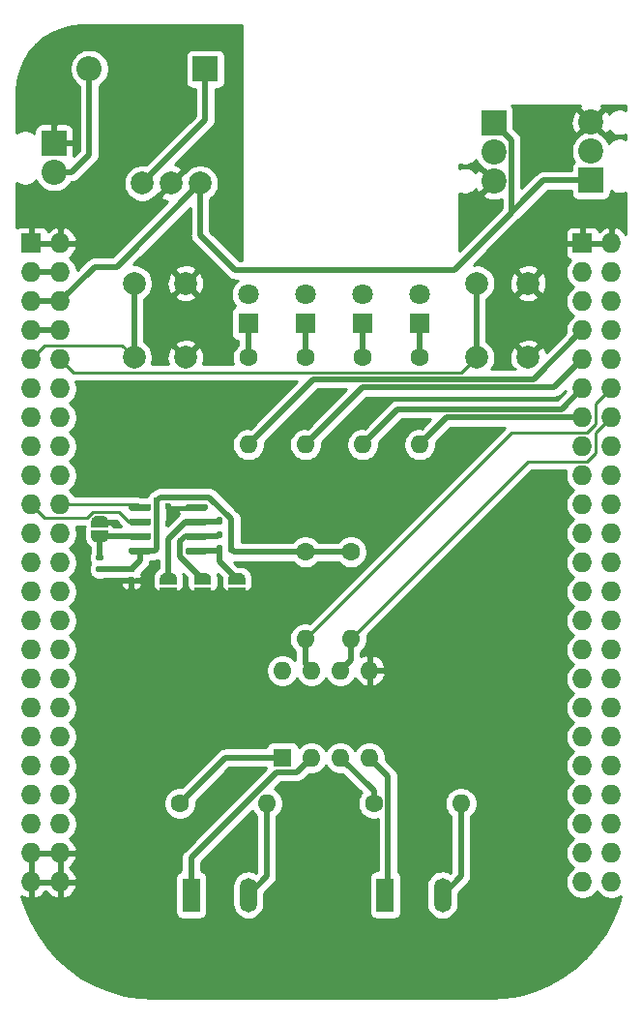
<source format=gbr>
%TF.GenerationSoftware,KiCad,Pcbnew,5.1.9+dfsg1-1~bpo10+1*%
%TF.CreationDate,2021-07-04T13:04:41+00:00*%
%TF.ProjectId,bbbalarm,62626261-6c61-4726-9d2e-6b696361645f,rev?*%
%TF.SameCoordinates,Original*%
%TF.FileFunction,Copper,L1,Top*%
%TF.FilePolarity,Positive*%
%FSLAX46Y46*%
G04 Gerber Fmt 4.6, Leading zero omitted, Abs format (unit mm)*
G04 Created by KiCad (PCBNEW 5.1.9+dfsg1-1~bpo10+1) date 2021-07-04 13:04:41*
%MOMM*%
%LPD*%
G01*
G04 APERTURE LIST*
%TA.AperFunction,ComponentPad*%
%ADD10R,1.727200X1.727200*%
%TD*%
%TA.AperFunction,ComponentPad*%
%ADD11O,1.727200X1.727200*%
%TD*%
%TA.AperFunction,SMDPad,CuDef*%
%ADD12C,0.100000*%
%TD*%
%TA.AperFunction,ComponentPad*%
%ADD13C,2.000000*%
%TD*%
%TA.AperFunction,ComponentPad*%
%ADD14R,2.200000X2.200000*%
%TD*%
%TA.AperFunction,ComponentPad*%
%ADD15O,2.200000X2.200000*%
%TD*%
%TA.AperFunction,ComponentPad*%
%ADD16C,2.200000*%
%TD*%
%TA.AperFunction,ComponentPad*%
%ADD17C,1.800000*%
%TD*%
%TA.AperFunction,ComponentPad*%
%ADD18R,1.800000X1.800000*%
%TD*%
%TA.AperFunction,ComponentPad*%
%ADD19R,1.500000X3.000000*%
%TD*%
%TA.AperFunction,ComponentPad*%
%ADD20O,1.500000X3.000000*%
%TD*%
%TA.AperFunction,ComponentPad*%
%ADD21C,1.600000*%
%TD*%
%TA.AperFunction,ComponentPad*%
%ADD22O,1.600000X1.600000*%
%TD*%
%TA.AperFunction,ComponentPad*%
%ADD23R,1.600000X1.600000*%
%TD*%
%TA.AperFunction,ViaPad*%
%ADD24C,0.600000*%
%TD*%
%TA.AperFunction,Conductor*%
%ADD25C,0.500000*%
%TD*%
%TA.AperFunction,Conductor*%
%ADD26C,0.250000*%
%TD*%
%TA.AperFunction,Conductor*%
%ADD27C,0.254000*%
%TD*%
%TA.AperFunction,Conductor*%
%ADD28C,0.100000*%
%TD*%
G04 APERTURE END LIST*
D10*
%TO.P,P9,1*%
%TO.N,GNDD*%
X116370100Y-62382400D03*
D11*
%TO.P,P9,2*%
X118910100Y-62382400D03*
%TO.P,P9,3*%
%TO.N,+3V3*%
X116370100Y-64922400D03*
%TO.P,P9,4*%
X118910100Y-64922400D03*
%TO.P,P9,5*%
%TO.N,+5V*%
X116370100Y-67462400D03*
%TO.P,P9,6*%
X118910100Y-67462400D03*
%TO.P,P9,7*%
%TO.N,SYS_5V*%
X116370100Y-70002400D03*
%TO.P,P9,8*%
X118910100Y-70002400D03*
%TO.P,P9,9*%
%TO.N,PWR_BUT*%
X116370100Y-72542400D03*
%TO.P,P9,10*%
%TO.N,SYS_RESETN*%
X118910100Y-72542400D03*
%TO.P,P9,11*%
%TO.N,N/C*%
X116370100Y-75082400D03*
%TO.P,P9,12*%
X118910100Y-75082400D03*
%TO.P,P9,13*%
X116370100Y-77622400D03*
%TO.P,P9,14*%
X118910100Y-77622400D03*
%TO.P,P9,15*%
X116370100Y-80162400D03*
%TO.P,P9,16*%
X118910100Y-80162400D03*
%TO.P,P9,17*%
X116370100Y-82702400D03*
%TO.P,P9,18*%
X118910100Y-82702400D03*
%TO.P,P9,19*%
%TO.N,/SCL*%
X116370100Y-85242400D03*
%TO.P,P9,20*%
%TO.N,/SDA*%
X118910100Y-85242400D03*
%TO.P,P9,21*%
%TO.N,N/C*%
X116370100Y-87782400D03*
%TO.P,P9,22*%
X118910100Y-87782400D03*
%TO.P,P9,23*%
X116370100Y-90322400D03*
%TO.P,P9,24*%
X118910100Y-90322400D03*
%TO.P,P9,25*%
X116370100Y-92862400D03*
%TO.P,P9,26*%
X118910100Y-92862400D03*
%TO.P,P9,27*%
X116370100Y-95402400D03*
%TO.P,P9,28*%
X118910100Y-95402400D03*
%TO.P,P9,29*%
X116370100Y-97942400D03*
%TO.P,P9,30*%
X118910100Y-97942400D03*
%TO.P,P9,31*%
X116370100Y-100482400D03*
%TO.P,P9,32*%
X118910100Y-100482400D03*
%TO.P,P9,33*%
X116370100Y-103022400D03*
%TO.P,P9,34*%
X118910100Y-103022400D03*
%TO.P,P9,35*%
X116370100Y-105562400D03*
%TO.P,P9,36*%
X118910100Y-105562400D03*
%TO.P,P9,37*%
X116370100Y-108102400D03*
%TO.P,P9,38*%
X118910100Y-108102400D03*
%TO.P,P9,39*%
X116370100Y-110642400D03*
%TO.P,P9,40*%
X118910100Y-110642400D03*
%TO.P,P9,41*%
X116370100Y-113182400D03*
%TO.P,P9,42*%
X118910100Y-113182400D03*
%TO.P,P9,43*%
%TO.N,GNDD*%
X116370100Y-115722400D03*
%TO.P,P9,44*%
X118910100Y-115722400D03*
%TO.P,P9,45*%
X116370100Y-118262400D03*
%TO.P,P9,46*%
X118910100Y-118262400D03*
%TD*%
D10*
%TO.P,P8,1*%
%TO.N,GNDD*%
X164630100Y-62382400D03*
D11*
%TO.P,P8,2*%
X167170100Y-62382400D03*
%TO.P,P8,3*%
%TO.N,N/C*%
X164630100Y-64922400D03*
%TO.P,P8,4*%
X167170100Y-64922400D03*
%TO.P,P8,5*%
X164630100Y-67462400D03*
%TO.P,P8,6*%
X167170100Y-67462400D03*
%TO.P,P8,7*%
%TO.N,/LED0*%
X164630100Y-70002400D03*
%TO.P,P8,8*%
%TO.N,/PIR0*%
X167170100Y-70002400D03*
%TO.P,P8,9*%
%TO.N,/LED1*%
X164630100Y-72542400D03*
%TO.P,P8,10*%
%TO.N,/PIR1*%
X167170100Y-72542400D03*
%TO.P,P8,11*%
%TO.N,/LED2*%
X164630100Y-75082400D03*
%TO.P,P8,12*%
%TO.N,/IN0*%
X167170100Y-75082400D03*
%TO.P,P8,13*%
%TO.N,/LED3*%
X164630100Y-77622400D03*
%TO.P,P8,14*%
%TO.N,/IN1*%
X167170100Y-77622400D03*
%TO.P,P8,15*%
%TO.N,N/C*%
X164630100Y-80162400D03*
%TO.P,P8,16*%
X167170100Y-80162400D03*
%TO.P,P8,17*%
X164630100Y-82702400D03*
%TO.P,P8,18*%
X167170100Y-82702400D03*
%TO.P,P8,19*%
X164630100Y-85242400D03*
%TO.P,P8,20*%
X167170100Y-85242400D03*
%TO.P,P8,21*%
X164630100Y-87782400D03*
%TO.P,P8,22*%
X167170100Y-87782400D03*
%TO.P,P8,23*%
X164630100Y-90322400D03*
%TO.P,P8,24*%
X167170100Y-90322400D03*
%TO.P,P8,25*%
X164630100Y-92862400D03*
%TO.P,P8,26*%
X167170100Y-92862400D03*
%TO.P,P8,27*%
X164630100Y-95402400D03*
%TO.P,P8,28*%
X167170100Y-95402400D03*
%TO.P,P8,29*%
X164630100Y-97942400D03*
%TO.P,P8,30*%
X167170100Y-97942400D03*
%TO.P,P8,31*%
X164630100Y-100482400D03*
%TO.P,P8,32*%
X167170100Y-100482400D03*
%TO.P,P8,33*%
X164630100Y-103022400D03*
%TO.P,P8,34*%
X167170100Y-103022400D03*
%TO.P,P8,35*%
X164630100Y-105562400D03*
%TO.P,P8,36*%
X167170100Y-105562400D03*
%TO.P,P8,37*%
X164630100Y-108102400D03*
%TO.P,P8,38*%
X167170100Y-108102400D03*
%TO.P,P8,39*%
X164630100Y-110642400D03*
%TO.P,P8,40*%
X167170100Y-110642400D03*
%TO.P,P8,41*%
X164630100Y-113182400D03*
%TO.P,P8,42*%
X167170100Y-113182400D03*
%TO.P,P8,43*%
X164630100Y-115722400D03*
%TO.P,P8,44*%
X167170100Y-115722400D03*
%TO.P,P8,45*%
X164630100Y-118262400D03*
%TO.P,P8,46*%
X167170100Y-118262400D03*
%TD*%
%TO.P,C101,1*%
%TO.N,+3V3*%
%TA.AperFunction,SMDPad,CuDef*%
G36*
G01*
X124950100Y-90622400D02*
X125290100Y-90622400D01*
G75*
G02*
X125430100Y-90762400I0J-140000D01*
G01*
X125430100Y-91042400D01*
G75*
G02*
X125290100Y-91182400I-140000J0D01*
G01*
X124950100Y-91182400D01*
G75*
G02*
X124810100Y-91042400I0J140000D01*
G01*
X124810100Y-90762400D01*
G75*
G02*
X124950100Y-90622400I140000J0D01*
G01*
G37*
%TD.AperFunction*%
%TO.P,C101,2*%
%TO.N,GNDD*%
%TA.AperFunction,SMDPad,CuDef*%
G36*
G01*
X124950100Y-91582400D02*
X125290100Y-91582400D01*
G75*
G02*
X125430100Y-91722400I0J-140000D01*
G01*
X125430100Y-92002400D01*
G75*
G02*
X125290100Y-92142400I-140000J0D01*
G01*
X124950100Y-92142400D01*
G75*
G02*
X124810100Y-92002400I0J140000D01*
G01*
X124810100Y-91722400D01*
G75*
G02*
X124950100Y-91582400I140000J0D01*
G01*
G37*
%TD.AperFunction*%
%TD*%
%TA.AperFunction,SMDPad,CuDef*%
D12*
%TO.P,JP105,1*%
%TO.N,Net-(JP105-Pad1)*%
G36*
X127620100Y-92232400D02*
G01*
X127620100Y-91732400D01*
X127620702Y-91732400D01*
X127620702Y-91707866D01*
X127625512Y-91659035D01*
X127635084Y-91610910D01*
X127649328Y-91563955D01*
X127668105Y-91518622D01*
X127691236Y-91475349D01*
X127718496Y-91434550D01*
X127749624Y-91396621D01*
X127784321Y-91361924D01*
X127822250Y-91330796D01*
X127863049Y-91303536D01*
X127906322Y-91280405D01*
X127951655Y-91261628D01*
X127998610Y-91247384D01*
X128046735Y-91237812D01*
X128095566Y-91233002D01*
X128120100Y-91233002D01*
X128120100Y-91232400D01*
X128620100Y-91232400D01*
X128620100Y-91233002D01*
X128644634Y-91233002D01*
X128693465Y-91237812D01*
X128741590Y-91247384D01*
X128788545Y-91261628D01*
X128833878Y-91280405D01*
X128877151Y-91303536D01*
X128917950Y-91330796D01*
X128955879Y-91361924D01*
X128990576Y-91396621D01*
X129021704Y-91434550D01*
X129048964Y-91475349D01*
X129072095Y-91518622D01*
X129090872Y-91563955D01*
X129105116Y-91610910D01*
X129114688Y-91659035D01*
X129119498Y-91707866D01*
X129119498Y-91732400D01*
X129120100Y-91732400D01*
X129120100Y-92232400D01*
X127620100Y-92232400D01*
G37*
%TD.AperFunction*%
%TA.AperFunction,SMDPad,CuDef*%
%TO.P,JP105,2*%
%TO.N,GNDD*%
G36*
X129119498Y-93032400D02*
G01*
X129119498Y-93056934D01*
X129114688Y-93105765D01*
X129105116Y-93153890D01*
X129090872Y-93200845D01*
X129072095Y-93246178D01*
X129048964Y-93289451D01*
X129021704Y-93330250D01*
X128990576Y-93368179D01*
X128955879Y-93402876D01*
X128917950Y-93434004D01*
X128877151Y-93461264D01*
X128833878Y-93484395D01*
X128788545Y-93503172D01*
X128741590Y-93517416D01*
X128693465Y-93526988D01*
X128644634Y-93531798D01*
X128620100Y-93531798D01*
X128620100Y-93532400D01*
X128120100Y-93532400D01*
X128120100Y-93531798D01*
X128095566Y-93531798D01*
X128046735Y-93526988D01*
X127998610Y-93517416D01*
X127951655Y-93503172D01*
X127906322Y-93484395D01*
X127863049Y-93461264D01*
X127822250Y-93434004D01*
X127784321Y-93402876D01*
X127749624Y-93368179D01*
X127718496Y-93330250D01*
X127691236Y-93289451D01*
X127668105Y-93246178D01*
X127649328Y-93200845D01*
X127635084Y-93153890D01*
X127625512Y-93105765D01*
X127620702Y-93056934D01*
X127620702Y-93032400D01*
X127620100Y-93032400D01*
X127620100Y-92532400D01*
X129120100Y-92532400D01*
X129120100Y-93032400D01*
X129119498Y-93032400D01*
G37*
%TD.AperFunction*%
%TD*%
%TA.AperFunction,SMDPad,CuDef*%
%TO.P,JP106,2*%
%TO.N,GNDD*%
G36*
X132119498Y-93032400D02*
G01*
X132119498Y-93056934D01*
X132114688Y-93105765D01*
X132105116Y-93153890D01*
X132090872Y-93200845D01*
X132072095Y-93246178D01*
X132048964Y-93289451D01*
X132021704Y-93330250D01*
X131990576Y-93368179D01*
X131955879Y-93402876D01*
X131917950Y-93434004D01*
X131877151Y-93461264D01*
X131833878Y-93484395D01*
X131788545Y-93503172D01*
X131741590Y-93517416D01*
X131693465Y-93526988D01*
X131644634Y-93531798D01*
X131620100Y-93531798D01*
X131620100Y-93532400D01*
X131120100Y-93532400D01*
X131120100Y-93531798D01*
X131095566Y-93531798D01*
X131046735Y-93526988D01*
X130998610Y-93517416D01*
X130951655Y-93503172D01*
X130906322Y-93484395D01*
X130863049Y-93461264D01*
X130822250Y-93434004D01*
X130784321Y-93402876D01*
X130749624Y-93368179D01*
X130718496Y-93330250D01*
X130691236Y-93289451D01*
X130668105Y-93246178D01*
X130649328Y-93200845D01*
X130635084Y-93153890D01*
X130625512Y-93105765D01*
X130620702Y-93056934D01*
X130620702Y-93032400D01*
X130620100Y-93032400D01*
X130620100Y-92532400D01*
X132120100Y-92532400D01*
X132120100Y-93032400D01*
X132119498Y-93032400D01*
G37*
%TD.AperFunction*%
%TA.AperFunction,SMDPad,CuDef*%
%TO.P,JP106,1*%
%TO.N,Net-(JP106-Pad1)*%
G36*
X130620100Y-92232400D02*
G01*
X130620100Y-91732400D01*
X130620702Y-91732400D01*
X130620702Y-91707866D01*
X130625512Y-91659035D01*
X130635084Y-91610910D01*
X130649328Y-91563955D01*
X130668105Y-91518622D01*
X130691236Y-91475349D01*
X130718496Y-91434550D01*
X130749624Y-91396621D01*
X130784321Y-91361924D01*
X130822250Y-91330796D01*
X130863049Y-91303536D01*
X130906322Y-91280405D01*
X130951655Y-91261628D01*
X130998610Y-91247384D01*
X131046735Y-91237812D01*
X131095566Y-91233002D01*
X131120100Y-91233002D01*
X131120100Y-91232400D01*
X131620100Y-91232400D01*
X131620100Y-91233002D01*
X131644634Y-91233002D01*
X131693465Y-91237812D01*
X131741590Y-91247384D01*
X131788545Y-91261628D01*
X131833878Y-91280405D01*
X131877151Y-91303536D01*
X131917950Y-91330796D01*
X131955879Y-91361924D01*
X131990576Y-91396621D01*
X132021704Y-91434550D01*
X132048964Y-91475349D01*
X132072095Y-91518622D01*
X132090872Y-91563955D01*
X132105116Y-91610910D01*
X132114688Y-91659035D01*
X132119498Y-91707866D01*
X132119498Y-91732400D01*
X132120100Y-91732400D01*
X132120100Y-92232400D01*
X130620100Y-92232400D01*
G37*
%TD.AperFunction*%
%TD*%
%TA.AperFunction,SMDPad,CuDef*%
%TO.P,JP107,1*%
%TO.N,Net-(JP107-Pad1)*%
G36*
X133620100Y-92232400D02*
G01*
X133620100Y-91732400D01*
X133620702Y-91732400D01*
X133620702Y-91707866D01*
X133625512Y-91659035D01*
X133635084Y-91610910D01*
X133649328Y-91563955D01*
X133668105Y-91518622D01*
X133691236Y-91475349D01*
X133718496Y-91434550D01*
X133749624Y-91396621D01*
X133784321Y-91361924D01*
X133822250Y-91330796D01*
X133863049Y-91303536D01*
X133906322Y-91280405D01*
X133951655Y-91261628D01*
X133998610Y-91247384D01*
X134046735Y-91237812D01*
X134095566Y-91233002D01*
X134120100Y-91233002D01*
X134120100Y-91232400D01*
X134620100Y-91232400D01*
X134620100Y-91233002D01*
X134644634Y-91233002D01*
X134693465Y-91237812D01*
X134741590Y-91247384D01*
X134788545Y-91261628D01*
X134833878Y-91280405D01*
X134877151Y-91303536D01*
X134917950Y-91330796D01*
X134955879Y-91361924D01*
X134990576Y-91396621D01*
X135021704Y-91434550D01*
X135048964Y-91475349D01*
X135072095Y-91518622D01*
X135090872Y-91563955D01*
X135105116Y-91610910D01*
X135114688Y-91659035D01*
X135119498Y-91707866D01*
X135119498Y-91732400D01*
X135120100Y-91732400D01*
X135120100Y-92232400D01*
X133620100Y-92232400D01*
G37*
%TD.AperFunction*%
%TA.AperFunction,SMDPad,CuDef*%
%TO.P,JP107,2*%
%TO.N,GNDD*%
G36*
X135119498Y-93032400D02*
G01*
X135119498Y-93056934D01*
X135114688Y-93105765D01*
X135105116Y-93153890D01*
X135090872Y-93200845D01*
X135072095Y-93246178D01*
X135048964Y-93289451D01*
X135021704Y-93330250D01*
X134990576Y-93368179D01*
X134955879Y-93402876D01*
X134917950Y-93434004D01*
X134877151Y-93461264D01*
X134833878Y-93484395D01*
X134788545Y-93503172D01*
X134741590Y-93517416D01*
X134693465Y-93526988D01*
X134644634Y-93531798D01*
X134620100Y-93531798D01*
X134620100Y-93532400D01*
X134120100Y-93532400D01*
X134120100Y-93531798D01*
X134095566Y-93531798D01*
X134046735Y-93526988D01*
X133998610Y-93517416D01*
X133951655Y-93503172D01*
X133906322Y-93484395D01*
X133863049Y-93461264D01*
X133822250Y-93434004D01*
X133784321Y-93402876D01*
X133749624Y-93368179D01*
X133718496Y-93330250D01*
X133691236Y-93289451D01*
X133668105Y-93246178D01*
X133649328Y-93200845D01*
X133635084Y-93153890D01*
X133625512Y-93105765D01*
X133620702Y-93056934D01*
X133620702Y-93032400D01*
X133620100Y-93032400D01*
X133620100Y-92532400D01*
X135120100Y-92532400D01*
X135120100Y-93032400D01*
X135119498Y-93032400D01*
G37*
%TD.AperFunction*%
%TD*%
%TA.AperFunction,SMDPad,CuDef*%
%TO.P,JP108,2*%
%TO.N,GNDD*%
G36*
X121620702Y-86732400D02*
G01*
X121620702Y-86707866D01*
X121625512Y-86659035D01*
X121635084Y-86610910D01*
X121649328Y-86563955D01*
X121668105Y-86518622D01*
X121691236Y-86475349D01*
X121718496Y-86434550D01*
X121749624Y-86396621D01*
X121784321Y-86361924D01*
X121822250Y-86330796D01*
X121863049Y-86303536D01*
X121906322Y-86280405D01*
X121951655Y-86261628D01*
X121998610Y-86247384D01*
X122046735Y-86237812D01*
X122095566Y-86233002D01*
X122120100Y-86233002D01*
X122120100Y-86232400D01*
X122620100Y-86232400D01*
X122620100Y-86233002D01*
X122644634Y-86233002D01*
X122693465Y-86237812D01*
X122741590Y-86247384D01*
X122788545Y-86261628D01*
X122833878Y-86280405D01*
X122877151Y-86303536D01*
X122917950Y-86330796D01*
X122955879Y-86361924D01*
X122990576Y-86396621D01*
X123021704Y-86434550D01*
X123048964Y-86475349D01*
X123072095Y-86518622D01*
X123090872Y-86563955D01*
X123105116Y-86610910D01*
X123114688Y-86659035D01*
X123119498Y-86707866D01*
X123119498Y-86732400D01*
X123120100Y-86732400D01*
X123120100Y-87232400D01*
X121620100Y-87232400D01*
X121620100Y-86732400D01*
X121620702Y-86732400D01*
G37*
%TD.AperFunction*%
%TA.AperFunction,SMDPad,CuDef*%
%TO.P,JP108,1*%
%TO.N,Net-(JP108-Pad1)*%
G36*
X123120100Y-87532400D02*
G01*
X123120100Y-88032400D01*
X123119498Y-88032400D01*
X123119498Y-88056934D01*
X123114688Y-88105765D01*
X123105116Y-88153890D01*
X123090872Y-88200845D01*
X123072095Y-88246178D01*
X123048964Y-88289451D01*
X123021704Y-88330250D01*
X122990576Y-88368179D01*
X122955879Y-88402876D01*
X122917950Y-88434004D01*
X122877151Y-88461264D01*
X122833878Y-88484395D01*
X122788545Y-88503172D01*
X122741590Y-88517416D01*
X122693465Y-88526988D01*
X122644634Y-88531798D01*
X122620100Y-88531798D01*
X122620100Y-88532400D01*
X122120100Y-88532400D01*
X122120100Y-88531798D01*
X122095566Y-88531798D01*
X122046735Y-88526988D01*
X121998610Y-88517416D01*
X121951655Y-88503172D01*
X121906322Y-88484395D01*
X121863049Y-88461264D01*
X121822250Y-88434004D01*
X121784321Y-88402876D01*
X121749624Y-88368179D01*
X121718496Y-88330250D01*
X121691236Y-88289451D01*
X121668105Y-88246178D01*
X121649328Y-88200845D01*
X121635084Y-88153890D01*
X121625512Y-88105765D01*
X121620702Y-88056934D01*
X121620702Y-88032400D01*
X121620100Y-88032400D01*
X121620100Y-87532400D01*
X123120100Y-87532400D01*
G37*
%TD.AperFunction*%
%TD*%
%TO.P,R101,2*%
%TO.N,Net-(JP105-Pad1)*%
%TA.AperFunction,SMDPad,CuDef*%
G36*
G01*
X133130100Y-86447400D02*
X133130100Y-86817400D01*
G75*
G02*
X132995100Y-86952400I-135000J0D01*
G01*
X132725100Y-86952400D01*
G75*
G02*
X132590100Y-86817400I0J135000D01*
G01*
X132590100Y-86447400D01*
G75*
G02*
X132725100Y-86312400I135000J0D01*
G01*
X132995100Y-86312400D01*
G75*
G02*
X133130100Y-86447400I0J-135000D01*
G01*
G37*
%TD.AperFunction*%
%TO.P,R101,1*%
%TO.N,+3V3*%
%TA.AperFunction,SMDPad,CuDef*%
G36*
G01*
X134150100Y-86447400D02*
X134150100Y-86817400D01*
G75*
G02*
X134015100Y-86952400I-135000J0D01*
G01*
X133745100Y-86952400D01*
G75*
G02*
X133610100Y-86817400I0J135000D01*
G01*
X133610100Y-86447400D01*
G75*
G02*
X133745100Y-86312400I135000J0D01*
G01*
X134015100Y-86312400D01*
G75*
G02*
X134150100Y-86447400I0J-135000D01*
G01*
G37*
%TD.AperFunction*%
%TD*%
%TO.P,R102,1*%
%TO.N,+3V3*%
%TA.AperFunction,SMDPad,CuDef*%
G36*
G01*
X134150100Y-87697400D02*
X134150100Y-88067400D01*
G75*
G02*
X134015100Y-88202400I-135000J0D01*
G01*
X133745100Y-88202400D01*
G75*
G02*
X133610100Y-88067400I0J135000D01*
G01*
X133610100Y-87697400D01*
G75*
G02*
X133745100Y-87562400I135000J0D01*
G01*
X134015100Y-87562400D01*
G75*
G02*
X134150100Y-87697400I0J-135000D01*
G01*
G37*
%TD.AperFunction*%
%TO.P,R102,2*%
%TO.N,Net-(JP106-Pad1)*%
%TA.AperFunction,SMDPad,CuDef*%
G36*
G01*
X133130100Y-87697400D02*
X133130100Y-88067400D01*
G75*
G02*
X132995100Y-88202400I-135000J0D01*
G01*
X132725100Y-88202400D01*
G75*
G02*
X132590100Y-88067400I0J135000D01*
G01*
X132590100Y-87697400D01*
G75*
G02*
X132725100Y-87562400I135000J0D01*
G01*
X132995100Y-87562400D01*
G75*
G02*
X133130100Y-87697400I0J-135000D01*
G01*
G37*
%TD.AperFunction*%
%TD*%
%TO.P,R103,2*%
%TO.N,Net-(JP107-Pad1)*%
%TA.AperFunction,SMDPad,CuDef*%
G36*
G01*
X133130100Y-88947400D02*
X133130100Y-89317400D01*
G75*
G02*
X132995100Y-89452400I-135000J0D01*
G01*
X132725100Y-89452400D01*
G75*
G02*
X132590100Y-89317400I0J135000D01*
G01*
X132590100Y-88947400D01*
G75*
G02*
X132725100Y-88812400I135000J0D01*
G01*
X132995100Y-88812400D01*
G75*
G02*
X133130100Y-88947400I0J-135000D01*
G01*
G37*
%TD.AperFunction*%
%TO.P,R103,1*%
%TO.N,+3V3*%
%TA.AperFunction,SMDPad,CuDef*%
G36*
G01*
X134150100Y-88947400D02*
X134150100Y-89317400D01*
G75*
G02*
X134015100Y-89452400I-135000J0D01*
G01*
X133745100Y-89452400D01*
G75*
G02*
X133610100Y-89317400I0J135000D01*
G01*
X133610100Y-88947400D01*
G75*
G02*
X133745100Y-88812400I135000J0D01*
G01*
X134015100Y-88812400D01*
G75*
G02*
X134150100Y-88947400I0J-135000D01*
G01*
G37*
%TD.AperFunction*%
%TD*%
%TO.P,R104,1*%
%TO.N,+3V3*%
%TA.AperFunction,SMDPad,CuDef*%
G36*
G01*
X122555100Y-91162400D02*
X122185100Y-91162400D01*
G75*
G02*
X122050100Y-91027400I0J135000D01*
G01*
X122050100Y-90757400D01*
G75*
G02*
X122185100Y-90622400I135000J0D01*
G01*
X122555100Y-90622400D01*
G75*
G02*
X122690100Y-90757400I0J-135000D01*
G01*
X122690100Y-91027400D01*
G75*
G02*
X122555100Y-91162400I-135000J0D01*
G01*
G37*
%TD.AperFunction*%
%TO.P,R104,2*%
%TO.N,Net-(JP108-Pad1)*%
%TA.AperFunction,SMDPad,CuDef*%
G36*
G01*
X122555100Y-90142400D02*
X122185100Y-90142400D01*
G75*
G02*
X122050100Y-90007400I0J135000D01*
G01*
X122050100Y-89737400D01*
G75*
G02*
X122185100Y-89602400I135000J0D01*
G01*
X122555100Y-89602400D01*
G75*
G02*
X122690100Y-89737400I0J-135000D01*
G01*
X122690100Y-90007400D01*
G75*
G02*
X122555100Y-90142400I-135000J0D01*
G01*
G37*
%TD.AperFunction*%
%TD*%
D13*
%TO.P,SW101,2*%
%TO.N,GNDD*%
X159870100Y-72382400D03*
%TO.P,SW101,1*%
%TO.N,SYS_RESETN*%
X155370100Y-72382400D03*
%TO.P,SW101,2*%
%TO.N,GNDD*%
X159870100Y-65882400D03*
%TO.P,SW101,1*%
%TO.N,SYS_RESETN*%
X155370100Y-65882400D03*
%TD*%
%TO.P,SW102,1*%
%TO.N,PWR_BUT*%
X125370100Y-65882400D03*
%TO.P,SW102,2*%
%TO.N,GNDD*%
X129870100Y-65882400D03*
%TO.P,SW102,1*%
%TO.N,PWR_BUT*%
X125370100Y-72382400D03*
%TO.P,SW102,2*%
%TO.N,GNDD*%
X129870100Y-72382400D03*
%TD*%
%TO.P,U103,1*%
%TO.N,Net-(JP107-Pad1)*%
%TA.AperFunction,SMDPad,CuDef*%
G36*
G01*
X131820100Y-89137400D02*
X131820100Y-89437400D01*
G75*
G02*
X131670100Y-89587400I-150000J0D01*
G01*
X130020100Y-89587400D01*
G75*
G02*
X129870100Y-89437400I0J150000D01*
G01*
X129870100Y-89137400D01*
G75*
G02*
X130020100Y-88987400I150000J0D01*
G01*
X131670100Y-88987400D01*
G75*
G02*
X131820100Y-89137400I0J-150000D01*
G01*
G37*
%TD.AperFunction*%
%TO.P,U103,2*%
%TO.N,Net-(JP106-Pad1)*%
%TA.AperFunction,SMDPad,CuDef*%
G36*
G01*
X131820100Y-87867400D02*
X131820100Y-88167400D01*
G75*
G02*
X131670100Y-88317400I-150000J0D01*
G01*
X130020100Y-88317400D01*
G75*
G02*
X129870100Y-88167400I0J150000D01*
G01*
X129870100Y-87867400D01*
G75*
G02*
X130020100Y-87717400I150000J0D01*
G01*
X131670100Y-87717400D01*
G75*
G02*
X131820100Y-87867400I0J-150000D01*
G01*
G37*
%TD.AperFunction*%
%TO.P,U103,3*%
%TO.N,Net-(JP105-Pad1)*%
%TA.AperFunction,SMDPad,CuDef*%
G36*
G01*
X131820100Y-86597400D02*
X131820100Y-86897400D01*
G75*
G02*
X131670100Y-87047400I-150000J0D01*
G01*
X130020100Y-87047400D01*
G75*
G02*
X129870100Y-86897400I0J150000D01*
G01*
X129870100Y-86597400D01*
G75*
G02*
X130020100Y-86447400I150000J0D01*
G01*
X131670100Y-86447400D01*
G75*
G02*
X131820100Y-86597400I0J-150000D01*
G01*
G37*
%TD.AperFunction*%
%TO.P,U103,4*%
%TO.N,GNDD*%
%TA.AperFunction,SMDPad,CuDef*%
G36*
G01*
X131820100Y-85327400D02*
X131820100Y-85627400D01*
G75*
G02*
X131670100Y-85777400I-150000J0D01*
G01*
X130020100Y-85777400D01*
G75*
G02*
X129870100Y-85627400I0J150000D01*
G01*
X129870100Y-85327400D01*
G75*
G02*
X130020100Y-85177400I150000J0D01*
G01*
X131670100Y-85177400D01*
G75*
G02*
X131820100Y-85327400I0J-150000D01*
G01*
G37*
%TD.AperFunction*%
%TO.P,U103,5*%
%TO.N,/SDA*%
%TA.AperFunction,SMDPad,CuDef*%
G36*
G01*
X126870100Y-85327400D02*
X126870100Y-85627400D01*
G75*
G02*
X126720100Y-85777400I-150000J0D01*
G01*
X125070100Y-85777400D01*
G75*
G02*
X124920100Y-85627400I0J150000D01*
G01*
X124920100Y-85327400D01*
G75*
G02*
X125070100Y-85177400I150000J0D01*
G01*
X126720100Y-85177400D01*
G75*
G02*
X126870100Y-85327400I0J-150000D01*
G01*
G37*
%TD.AperFunction*%
%TO.P,U103,6*%
%TO.N,/SCL*%
%TA.AperFunction,SMDPad,CuDef*%
G36*
G01*
X126870100Y-86597400D02*
X126870100Y-86897400D01*
G75*
G02*
X126720100Y-87047400I-150000J0D01*
G01*
X125070100Y-87047400D01*
G75*
G02*
X124920100Y-86897400I0J150000D01*
G01*
X124920100Y-86597400D01*
G75*
G02*
X125070100Y-86447400I150000J0D01*
G01*
X126720100Y-86447400D01*
G75*
G02*
X126870100Y-86597400I0J-150000D01*
G01*
G37*
%TD.AperFunction*%
%TO.P,U103,7*%
%TO.N,Net-(JP108-Pad1)*%
%TA.AperFunction,SMDPad,CuDef*%
G36*
G01*
X126870100Y-87867400D02*
X126870100Y-88167400D01*
G75*
G02*
X126720100Y-88317400I-150000J0D01*
G01*
X125070100Y-88317400D01*
G75*
G02*
X124920100Y-88167400I0J150000D01*
G01*
X124920100Y-87867400D01*
G75*
G02*
X125070100Y-87717400I150000J0D01*
G01*
X126720100Y-87717400D01*
G75*
G02*
X126870100Y-87867400I0J-150000D01*
G01*
G37*
%TD.AperFunction*%
%TO.P,U103,8*%
%TO.N,+3V3*%
%TA.AperFunction,SMDPad,CuDef*%
G36*
G01*
X126870100Y-89137400D02*
X126870100Y-89437400D01*
G75*
G02*
X126720100Y-89587400I-150000J0D01*
G01*
X125070100Y-89587400D01*
G75*
G02*
X124920100Y-89437400I0J150000D01*
G01*
X124920100Y-89137400D01*
G75*
G02*
X125070100Y-88987400I150000J0D01*
G01*
X126720100Y-88987400D01*
G75*
G02*
X126870100Y-89137400I0J-150000D01*
G01*
G37*
%TD.AperFunction*%
%TD*%
D14*
%TO.P,D114,1*%
%TO.N,Net-(D114-Pad1)*%
X131620100Y-47132400D03*
D15*
%TO.P,D114,2*%
%TO.N,Net-(D114-Pad2)*%
X121460100Y-47132400D03*
%TD*%
D14*
%TO.P,J102,1*%
%TO.N,GNDD*%
X118370100Y-53632400D03*
D16*
%TO.P,J102,2*%
%TO.N,Net-(D114-Pad2)*%
X118370100Y-56172400D03*
%TD*%
D13*
%TO.P,U104,1*%
%TO.N,Net-(D114-Pad1)*%
X126080100Y-57132400D03*
%TO.P,U104,2*%
%TO.N,GNDD*%
X128620100Y-57132400D03*
%TO.P,U104,3*%
%TO.N,+5V*%
X131160100Y-57132400D03*
%TD*%
D17*
%TO.P,D101,2*%
%TO.N,+3V3*%
X135370100Y-66842400D03*
D18*
%TO.P,D101,1*%
%TO.N,Net-(D101-Pad1)*%
X135370100Y-69382400D03*
%TD*%
%TO.P,D102,1*%
%TO.N,Net-(D102-Pad1)*%
X140370100Y-69382400D03*
D17*
%TO.P,D102,2*%
%TO.N,+3V3*%
X140370100Y-66842400D03*
%TD*%
%TO.P,D103,2*%
%TO.N,+3V3*%
X145370100Y-66842400D03*
D18*
%TO.P,D103,1*%
%TO.N,Net-(D103-Pad1)*%
X145370100Y-69382400D03*
%TD*%
%TO.P,D104,1*%
%TO.N,Net-(D104-Pad1)*%
X150370100Y-69382400D03*
D17*
%TO.P,D104,2*%
%TO.N,+3V3*%
X150370100Y-66842400D03*
%TD*%
D19*
%TO.P,J101,1*%
%TO.N,Net-(J101-Pad1)*%
X130370100Y-119382400D03*
D20*
%TO.P,J101,2*%
%TO.N,Net-(J101-Pad2)*%
X135370100Y-119382400D03*
%TD*%
%TO.P,J103,2*%
%TO.N,Net-(J103-Pad2)*%
X152370100Y-119382400D03*
D19*
%TO.P,J103,1*%
%TO.N,Net-(J103-Pad1)*%
X147370100Y-119382400D03*
%TD*%
D21*
%TO.P,R105,1*%
%TO.N,Net-(D101-Pad1)*%
X135370100Y-72382400D03*
D22*
%TO.P,R105,2*%
%TO.N,/LED0*%
X135370100Y-80002400D03*
%TD*%
%TO.P,R106,2*%
%TO.N,/LED1*%
X140370100Y-80002400D03*
D21*
%TO.P,R106,1*%
%TO.N,Net-(D102-Pad1)*%
X140370100Y-72382400D03*
%TD*%
%TO.P,R107,1*%
%TO.N,Net-(D103-Pad1)*%
X145370100Y-72382400D03*
D22*
%TO.P,R107,2*%
%TO.N,/LED2*%
X145370100Y-80002400D03*
%TD*%
%TO.P,R108,2*%
%TO.N,/LED3*%
X150370100Y-80002400D03*
D21*
%TO.P,R108,1*%
%TO.N,Net-(D104-Pad1)*%
X150370100Y-72382400D03*
%TD*%
%TO.P,R109,1*%
%TO.N,+3V3*%
X140370100Y-89382400D03*
D22*
%TO.P,R109,2*%
%TO.N,/IN0*%
X140370100Y-97002400D03*
%TD*%
%TO.P,R110,2*%
%TO.N,/IN1*%
X144370100Y-97002400D03*
D21*
%TO.P,R110,1*%
%TO.N,+3V3*%
X144370100Y-89382400D03*
%TD*%
%TO.P,R111,1*%
%TO.N,Net-(R111-Pad1)*%
X129370100Y-111382400D03*
D22*
%TO.P,R111,2*%
%TO.N,Net-(J101-Pad2)*%
X136990100Y-111382400D03*
%TD*%
%TO.P,R112,2*%
%TO.N,Net-(J103-Pad2)*%
X153990100Y-111382400D03*
D21*
%TO.P,R112,1*%
%TO.N,Net-(R112-Pad1)*%
X146370100Y-111382400D03*
%TD*%
D14*
%TO.P,J104,1*%
%TO.N,+5V*%
X156870100Y-51842400D03*
D16*
%TO.P,J104,2*%
%TO.N,/PIR0*%
X156870100Y-54382400D03*
%TO.P,J104,3*%
%TO.N,GNDD*%
X156870100Y-56922400D03*
%TD*%
%TO.P,J105,3*%
%TO.N,GNDD*%
X165370100Y-51802400D03*
%TO.P,J105,2*%
%TO.N,/PIR1*%
X165370100Y-54342400D03*
D14*
%TO.P,J105,1*%
%TO.N,+5V*%
X165370100Y-56882400D03*
%TD*%
D23*
%TO.P,U101,1*%
%TO.N,Net-(R111-Pad1)*%
X138370100Y-107382400D03*
D22*
%TO.P,U101,5*%
%TO.N,GNDD*%
X145990100Y-99762400D03*
%TO.P,U101,2*%
%TO.N,Net-(J101-Pad1)*%
X140910100Y-107382400D03*
%TO.P,U101,6*%
%TO.N,/IN1*%
X143450100Y-99762400D03*
%TO.P,U101,3*%
%TO.N,Net-(R112-Pad1)*%
X143450100Y-107382400D03*
%TO.P,U101,7*%
%TO.N,/IN0*%
X140910100Y-99762400D03*
%TO.P,U101,4*%
%TO.N,Net-(J103-Pad1)*%
X145990100Y-107382400D03*
%TO.P,U101,8*%
%TO.N,+5V*%
X138370100Y-99762400D03*
%TD*%
D24*
%TO.N,GNDD*%
X123870100Y-86882400D03*
X128370100Y-85382400D03*
X128370100Y-86882400D03*
%TO.N,+3V3*%
X127370100Y-84882400D03*
%TD*%
D25*
%TO.N,GNDD*%
X129165099Y-57207401D02*
X129235101Y-57207401D01*
%TO.N,+3V3*%
X122370100Y-90892400D02*
X125110100Y-90892400D01*
X133880100Y-87882400D02*
X133880100Y-89132400D01*
X116370100Y-64922400D02*
X118910100Y-64922400D01*
X127215100Y-89287400D02*
X127370100Y-89132400D01*
X125895100Y-89287400D02*
X127215100Y-89287400D01*
X125895100Y-90127400D02*
X125120100Y-90902400D01*
X125895100Y-89287400D02*
X125895100Y-90127400D01*
X134130100Y-89382400D02*
X133880100Y-89132400D01*
X144370100Y-89382400D02*
X134130100Y-89382400D01*
X127370100Y-84882400D02*
X127370100Y-89132400D01*
X133880100Y-86505070D02*
X133880100Y-87392400D01*
X131957431Y-84582401D02*
X133880100Y-86505070D01*
X127670099Y-84582401D02*
X131957431Y-84582401D01*
X127370100Y-84882400D02*
X127670099Y-84582401D01*
X133880100Y-87392400D02*
X133880100Y-87882400D01*
X133880100Y-86632400D02*
X133880100Y-87392400D01*
%TO.N,+5V*%
X116370100Y-67462400D02*
X118910100Y-67462400D01*
X123860101Y-64432399D02*
X131160100Y-57132400D01*
X121940101Y-64432399D02*
X123860101Y-64432399D01*
X118910100Y-67462400D02*
X121940101Y-64432399D01*
X158420101Y-53392401D02*
X156870100Y-51842400D01*
X158420101Y-59705605D02*
X158420101Y-53392401D01*
X153387026Y-64738680D02*
X158420101Y-59705605D01*
X134226380Y-64738680D02*
X153387026Y-64738680D01*
X131160100Y-61672400D02*
X134226380Y-64738680D01*
X131160100Y-57132400D02*
X131160100Y-61672400D01*
X161243306Y-56882400D02*
X153387026Y-64738680D01*
X165370100Y-56882400D02*
X161243306Y-56882400D01*
%TO.N,SYS_5V*%
X116370100Y-70002400D02*
X118910100Y-70002400D01*
%TO.N,PWR_BUT*%
X125370100Y-65882400D02*
X125370100Y-72382400D01*
D26*
X124341499Y-71353799D02*
X125370100Y-72382400D01*
X117558701Y-71353799D02*
X124341499Y-71353799D01*
X116370100Y-72542400D02*
X117558701Y-71353799D01*
D25*
%TO.N,SYS_RESETN*%
X155370100Y-65882400D02*
X155370100Y-72382400D01*
D26*
X154045099Y-73707401D02*
X155370100Y-72382400D01*
X120075101Y-73707401D02*
X154045099Y-73707401D01*
X118910100Y-72542400D02*
X120075101Y-73707401D01*
D25*
%TO.N,Net-(J101-Pad1)*%
X139660099Y-108632401D02*
X140910100Y-107382400D01*
X137890097Y-108632401D02*
X139660099Y-108632401D01*
X130370100Y-116152398D02*
X137890097Y-108632401D01*
X130370100Y-119382400D02*
X130370100Y-116152398D01*
%TO.N,Net-(J101-Pad2)*%
X136990100Y-117762400D02*
X135370100Y-119382400D01*
X136990100Y-111382400D02*
X136990100Y-117762400D01*
%TO.N,Net-(JP105-Pad1)*%
X132745100Y-86747400D02*
X132860100Y-86632400D01*
X130845100Y-86747400D02*
X132745100Y-86747400D01*
X128370100Y-88247400D02*
X128370100Y-91732400D01*
X129870100Y-86747400D02*
X128370100Y-88247400D01*
X130845100Y-86747400D02*
X129870100Y-86747400D01*
%TO.N,Net-(JP106-Pad1)*%
X132725100Y-88017400D02*
X132860100Y-87882400D01*
X130845100Y-88017400D02*
X132725100Y-88017400D01*
X129420090Y-89782390D02*
X131370100Y-91732400D01*
X129420090Y-88467410D02*
X129420090Y-89782390D01*
X129870100Y-88017400D02*
X129420090Y-88467410D01*
X130845100Y-88017400D02*
X129870100Y-88017400D01*
%TO.N,Net-(JP107-Pad1)*%
X132705100Y-89287400D02*
X132860100Y-89132400D01*
X130845100Y-89287400D02*
X132705100Y-89287400D01*
X132860100Y-90222400D02*
X134370100Y-91732400D01*
X132860100Y-89132400D02*
X132860100Y-90222400D01*
%TO.N,Net-(JP108-Pad1)*%
X122370100Y-88032400D02*
X122370100Y-89872400D01*
X122385100Y-88017400D02*
X122370100Y-88032400D01*
X125895100Y-88017400D02*
X122385100Y-88017400D01*
D26*
%TO.N,/SCL*%
X124920100Y-86747400D02*
X125895100Y-86747400D01*
X124080090Y-85907390D02*
X124920100Y-86747400D01*
X121781772Y-85907390D02*
X124080090Y-85907390D01*
X121258161Y-86431001D02*
X121781772Y-85907390D01*
X117558701Y-86431001D02*
X121258161Y-86431001D01*
X116370100Y-85242400D02*
X117558701Y-86431001D01*
%TO.N,/SDA*%
X125660100Y-85242400D02*
X125895100Y-85477400D01*
X118910100Y-85242400D02*
X125660100Y-85242400D01*
D25*
%TO.N,Net-(D101-Pad1)*%
X135370100Y-69382400D02*
X135370100Y-72382400D01*
%TO.N,Net-(D102-Pad1)*%
X140370100Y-69382400D02*
X140370100Y-72382400D01*
%TO.N,Net-(D103-Pad1)*%
X145370100Y-69382400D02*
X145370100Y-72382400D01*
%TO.N,Net-(D104-Pad1)*%
X150370100Y-69382400D02*
X150370100Y-72382400D01*
%TO.N,/LED0*%
X141090089Y-74282411D02*
X135370100Y-80002400D01*
X160350089Y-74282411D02*
X141090089Y-74282411D01*
X164630100Y-70002400D02*
X160350089Y-74282411D01*
%TO.N,/LED1*%
X145390079Y-74982421D02*
X140370100Y-80002400D01*
X162190079Y-74982421D02*
X145390079Y-74982421D01*
X164630100Y-72542400D02*
X162190079Y-74982421D01*
%TO.N,/LED2*%
X148450110Y-76922390D02*
X145370100Y-80002400D01*
X162790110Y-76922390D02*
X148450110Y-76922390D01*
X164630100Y-75082400D02*
X162790110Y-76922390D01*
%TO.N,/LED3*%
X152750100Y-77622400D02*
X150370100Y-80002400D01*
X164630100Y-77622400D02*
X152750100Y-77622400D01*
%TO.N,Net-(D114-Pad1)*%
X131620100Y-51592400D02*
X126080100Y-57132400D01*
X131620100Y-47132400D02*
X131620100Y-51592400D01*
%TO.N,Net-(D114-Pad2)*%
X121460100Y-54638034D02*
X121460100Y-47132400D01*
X119925734Y-56172400D02*
X121460100Y-54638034D01*
X118370100Y-56172400D02*
X119925734Y-56172400D01*
%TO.N,Net-(J103-Pad2)*%
X153990100Y-117762400D02*
X152370100Y-119382400D01*
X153990100Y-111382400D02*
X153990100Y-117762400D01*
%TO.N,Net-(J103-Pad1)*%
X147620101Y-119132399D02*
X147370100Y-119382400D01*
X147620101Y-109012401D02*
X147620101Y-119132399D01*
X145990100Y-107382400D02*
X147620101Y-109012401D01*
%TO.N,/IN0*%
X140370100Y-99222400D02*
X140910100Y-99762400D01*
X140370100Y-97002400D02*
X140370100Y-99222400D01*
D26*
X158398701Y-78973799D02*
X140370100Y-97002400D01*
X165037831Y-78973799D02*
X158398701Y-78973799D01*
X165818701Y-78192929D02*
X165037831Y-78973799D01*
X165818701Y-76433799D02*
X165818701Y-78192929D01*
X167170100Y-75082400D02*
X165818701Y-76433799D01*
D25*
%TO.N,/IN1*%
X144370100Y-98842400D02*
X143450100Y-99762400D01*
X144370100Y-97002400D02*
X144370100Y-98842400D01*
D26*
X165037831Y-81513799D02*
X159858701Y-81513799D01*
X159858701Y-81513799D02*
X144370100Y-97002400D01*
X165818701Y-80732929D02*
X165037831Y-81513799D01*
X165818701Y-78973799D02*
X165818701Y-80732929D01*
X167170100Y-77622400D02*
X165818701Y-78973799D01*
D25*
%TO.N,Net-(R111-Pad1)*%
X133370100Y-107382400D02*
X129370100Y-111382400D01*
X138370100Y-107382400D02*
X133370100Y-107382400D01*
%TO.N,Net-(R112-Pad1)*%
X146370100Y-110302400D02*
X146370100Y-111382400D01*
X143450100Y-107382400D02*
X146370100Y-110302400D01*
%TD*%
D27*
%TO.N,GNDD*%
X135546539Y-78574383D02*
X135511435Y-78567400D01*
X135228765Y-78567400D01*
X134951526Y-78622547D01*
X134690373Y-78730720D01*
X134455341Y-78887763D01*
X134255463Y-79087641D01*
X134098420Y-79322673D01*
X133990247Y-79583826D01*
X133935100Y-79861065D01*
X133935100Y-80143735D01*
X133990247Y-80420974D01*
X134098420Y-80682127D01*
X134255463Y-80917159D01*
X134455341Y-81117037D01*
X134690373Y-81274080D01*
X134951526Y-81382253D01*
X135228765Y-81437400D01*
X135511435Y-81437400D01*
X135788674Y-81382253D01*
X136049827Y-81274080D01*
X136284859Y-81117037D01*
X136484737Y-80917159D01*
X136641780Y-80682127D01*
X136749953Y-80420974D01*
X136805100Y-80143735D01*
X136805100Y-79861065D01*
X136798117Y-79825961D01*
X141456668Y-75167411D01*
X143953510Y-75167411D01*
X140546539Y-78574383D01*
X140511435Y-78567400D01*
X140228765Y-78567400D01*
X139951526Y-78622547D01*
X139690373Y-78730720D01*
X139455341Y-78887763D01*
X139255463Y-79087641D01*
X139098420Y-79322673D01*
X138990247Y-79583826D01*
X138935100Y-79861065D01*
X138935100Y-80143735D01*
X138990247Y-80420974D01*
X139098420Y-80682127D01*
X139255463Y-80917159D01*
X139455341Y-81117037D01*
X139690373Y-81274080D01*
X139951526Y-81382253D01*
X140228765Y-81437400D01*
X140511435Y-81437400D01*
X140788674Y-81382253D01*
X141049827Y-81274080D01*
X141284859Y-81117037D01*
X141484737Y-80917159D01*
X141641780Y-80682127D01*
X141749953Y-80420974D01*
X141805100Y-80143735D01*
X141805100Y-79861065D01*
X141798117Y-79825961D01*
X145756658Y-75867421D01*
X162146610Y-75867421D01*
X162190079Y-75871702D01*
X162233548Y-75867421D01*
X162233556Y-75867421D01*
X162363569Y-75854616D01*
X162530392Y-75804010D01*
X162684138Y-75721832D01*
X162818896Y-75611238D01*
X162846613Y-75577465D01*
X163141883Y-75282196D01*
X163147995Y-75312926D01*
X162423532Y-76037390D01*
X148493579Y-76037390D01*
X148450110Y-76033109D01*
X148406641Y-76037390D01*
X148406633Y-76037390D01*
X148291416Y-76048738D01*
X148276619Y-76050195D01*
X148226013Y-76065547D01*
X148109797Y-76100801D01*
X147959024Y-76181390D01*
X147956051Y-76182979D01*
X147855063Y-76265858D01*
X147855061Y-76265860D01*
X147821293Y-76293573D01*
X147793580Y-76327341D01*
X145546539Y-78574383D01*
X145511435Y-78567400D01*
X145228765Y-78567400D01*
X144951526Y-78622547D01*
X144690373Y-78730720D01*
X144455341Y-78887763D01*
X144255463Y-79087641D01*
X144098420Y-79322673D01*
X143990247Y-79583826D01*
X143935100Y-79861065D01*
X143935100Y-80143735D01*
X143990247Y-80420974D01*
X144098420Y-80682127D01*
X144255463Y-80917159D01*
X144455341Y-81117037D01*
X144690373Y-81274080D01*
X144951526Y-81382253D01*
X145228765Y-81437400D01*
X145511435Y-81437400D01*
X145788674Y-81382253D01*
X146049827Y-81274080D01*
X146284859Y-81117037D01*
X146484737Y-80917159D01*
X146641780Y-80682127D01*
X146749953Y-80420974D01*
X146805100Y-80143735D01*
X146805100Y-79861065D01*
X146798117Y-79825961D01*
X148816689Y-77807390D01*
X151313531Y-77807390D01*
X150546539Y-78574383D01*
X150511435Y-78567400D01*
X150228765Y-78567400D01*
X149951526Y-78622547D01*
X149690373Y-78730720D01*
X149455341Y-78887763D01*
X149255463Y-79087641D01*
X149098420Y-79322673D01*
X148990247Y-79583826D01*
X148935100Y-79861065D01*
X148935100Y-80143735D01*
X148990247Y-80420974D01*
X149098420Y-80682127D01*
X149255463Y-80917159D01*
X149455341Y-81117037D01*
X149690373Y-81274080D01*
X149951526Y-81382253D01*
X150228765Y-81437400D01*
X150511435Y-81437400D01*
X150788674Y-81382253D01*
X151049827Y-81274080D01*
X151284859Y-81117037D01*
X151484737Y-80917159D01*
X151641780Y-80682127D01*
X151749953Y-80420974D01*
X151805100Y-80143735D01*
X151805100Y-79861065D01*
X151798117Y-79825961D01*
X153116679Y-78507400D01*
X157790298Y-78507400D01*
X140693987Y-95603712D01*
X140511435Y-95567400D01*
X140228765Y-95567400D01*
X139951526Y-95622547D01*
X139690373Y-95730720D01*
X139455341Y-95887763D01*
X139255463Y-96087641D01*
X139098420Y-96322673D01*
X138990247Y-96583826D01*
X138935100Y-96861065D01*
X138935100Y-97143735D01*
X138990247Y-97420974D01*
X139098420Y-97682127D01*
X139255463Y-97917159D01*
X139455341Y-98117037D01*
X139485101Y-98136922D01*
X139485101Y-98848185D01*
X139484737Y-98847641D01*
X139284859Y-98647763D01*
X139049827Y-98490720D01*
X138788674Y-98382547D01*
X138511435Y-98327400D01*
X138228765Y-98327400D01*
X137951526Y-98382547D01*
X137690373Y-98490720D01*
X137455341Y-98647763D01*
X137255463Y-98847641D01*
X137098420Y-99082673D01*
X136990247Y-99343826D01*
X136935100Y-99621065D01*
X136935100Y-99903735D01*
X136990247Y-100180974D01*
X137098420Y-100442127D01*
X137255463Y-100677159D01*
X137455341Y-100877037D01*
X137690373Y-101034080D01*
X137951526Y-101142253D01*
X138228765Y-101197400D01*
X138511435Y-101197400D01*
X138788674Y-101142253D01*
X139049827Y-101034080D01*
X139284859Y-100877037D01*
X139484737Y-100677159D01*
X139640100Y-100444641D01*
X139795463Y-100677159D01*
X139995341Y-100877037D01*
X140230373Y-101034080D01*
X140491526Y-101142253D01*
X140768765Y-101197400D01*
X141051435Y-101197400D01*
X141328674Y-101142253D01*
X141589827Y-101034080D01*
X141824859Y-100877037D01*
X142024737Y-100677159D01*
X142180100Y-100444641D01*
X142335463Y-100677159D01*
X142535341Y-100877037D01*
X142770373Y-101034080D01*
X143031526Y-101142253D01*
X143308765Y-101197400D01*
X143591435Y-101197400D01*
X143868674Y-101142253D01*
X144129827Y-101034080D01*
X144364859Y-100877037D01*
X144564737Y-100677159D01*
X144721780Y-100442127D01*
X144726167Y-100431535D01*
X144837715Y-100617531D01*
X145026686Y-100825919D01*
X145252680Y-100993437D01*
X145507013Y-101113646D01*
X145641061Y-101154304D01*
X145863100Y-101032315D01*
X145863100Y-99889400D01*
X146117100Y-99889400D01*
X146117100Y-101032315D01*
X146339139Y-101154304D01*
X146473187Y-101113646D01*
X146727520Y-100993437D01*
X146953514Y-100825919D01*
X147142485Y-100617531D01*
X147287170Y-100376281D01*
X147382009Y-100111440D01*
X147260724Y-99889400D01*
X146117100Y-99889400D01*
X145863100Y-99889400D01*
X145843100Y-99889400D01*
X145843100Y-99635400D01*
X145863100Y-99635400D01*
X145863100Y-98492485D01*
X146117100Y-98492485D01*
X146117100Y-99635400D01*
X147260724Y-99635400D01*
X147382009Y-99413360D01*
X147287170Y-99148519D01*
X147142485Y-98907269D01*
X146953514Y-98698881D01*
X146727520Y-98531363D01*
X146473187Y-98411154D01*
X146339139Y-98370496D01*
X146117100Y-98492485D01*
X145863100Y-98492485D01*
X145641061Y-98370496D01*
X145507013Y-98411154D01*
X145255100Y-98530219D01*
X145255100Y-98136921D01*
X145284859Y-98117037D01*
X145484737Y-97917159D01*
X145641780Y-97682127D01*
X145749953Y-97420974D01*
X145805100Y-97143735D01*
X145805100Y-96861065D01*
X145768788Y-96678513D01*
X160173503Y-82273799D01*
X163187394Y-82273799D01*
X163131500Y-82554801D01*
X163131500Y-82849999D01*
X163189090Y-83139525D01*
X163302058Y-83412253D01*
X163466061Y-83657702D01*
X163674798Y-83866439D01*
X163833381Y-83972400D01*
X163674798Y-84078361D01*
X163466061Y-84287098D01*
X163302058Y-84532547D01*
X163189090Y-84805275D01*
X163131500Y-85094801D01*
X163131500Y-85389999D01*
X163189090Y-85679525D01*
X163302058Y-85952253D01*
X163466061Y-86197702D01*
X163674798Y-86406439D01*
X163833381Y-86512400D01*
X163674798Y-86618361D01*
X163466061Y-86827098D01*
X163302058Y-87072547D01*
X163189090Y-87345275D01*
X163131500Y-87634801D01*
X163131500Y-87929999D01*
X163189090Y-88219525D01*
X163302058Y-88492253D01*
X163466061Y-88737702D01*
X163674798Y-88946439D01*
X163833381Y-89052400D01*
X163674798Y-89158361D01*
X163466061Y-89367098D01*
X163302058Y-89612547D01*
X163189090Y-89885275D01*
X163131500Y-90174801D01*
X163131500Y-90469999D01*
X163189090Y-90759525D01*
X163302058Y-91032253D01*
X163466061Y-91277702D01*
X163674798Y-91486439D01*
X163833381Y-91592400D01*
X163674798Y-91698361D01*
X163466061Y-91907098D01*
X163302058Y-92152547D01*
X163189090Y-92425275D01*
X163131500Y-92714801D01*
X163131500Y-93009999D01*
X163189090Y-93299525D01*
X163302058Y-93572253D01*
X163466061Y-93817702D01*
X163674798Y-94026439D01*
X163833381Y-94132400D01*
X163674798Y-94238361D01*
X163466061Y-94447098D01*
X163302058Y-94692547D01*
X163189090Y-94965275D01*
X163131500Y-95254801D01*
X163131500Y-95549999D01*
X163189090Y-95839525D01*
X163302058Y-96112253D01*
X163466061Y-96357702D01*
X163674798Y-96566439D01*
X163833381Y-96672400D01*
X163674798Y-96778361D01*
X163466061Y-96987098D01*
X163302058Y-97232547D01*
X163189090Y-97505275D01*
X163131500Y-97794801D01*
X163131500Y-98089999D01*
X163189090Y-98379525D01*
X163302058Y-98652253D01*
X163466061Y-98897702D01*
X163674798Y-99106439D01*
X163833381Y-99212400D01*
X163674798Y-99318361D01*
X163466061Y-99527098D01*
X163302058Y-99772547D01*
X163189090Y-100045275D01*
X163131500Y-100334801D01*
X163131500Y-100629999D01*
X163189090Y-100919525D01*
X163302058Y-101192253D01*
X163466061Y-101437702D01*
X163674798Y-101646439D01*
X163833381Y-101752400D01*
X163674798Y-101858361D01*
X163466061Y-102067098D01*
X163302058Y-102312547D01*
X163189090Y-102585275D01*
X163131500Y-102874801D01*
X163131500Y-103169999D01*
X163189090Y-103459525D01*
X163302058Y-103732253D01*
X163466061Y-103977702D01*
X163674798Y-104186439D01*
X163833381Y-104292400D01*
X163674798Y-104398361D01*
X163466061Y-104607098D01*
X163302058Y-104852547D01*
X163189090Y-105125275D01*
X163131500Y-105414801D01*
X163131500Y-105709999D01*
X163189090Y-105999525D01*
X163302058Y-106272253D01*
X163466061Y-106517702D01*
X163674798Y-106726439D01*
X163833381Y-106832400D01*
X163674798Y-106938361D01*
X163466061Y-107147098D01*
X163302058Y-107392547D01*
X163189090Y-107665275D01*
X163131500Y-107954801D01*
X163131500Y-108249999D01*
X163189090Y-108539525D01*
X163302058Y-108812253D01*
X163466061Y-109057702D01*
X163674798Y-109266439D01*
X163833381Y-109372400D01*
X163674798Y-109478361D01*
X163466061Y-109687098D01*
X163302058Y-109932547D01*
X163189090Y-110205275D01*
X163131500Y-110494801D01*
X163131500Y-110789999D01*
X163189090Y-111079525D01*
X163302058Y-111352253D01*
X163466061Y-111597702D01*
X163674798Y-111806439D01*
X163833381Y-111912400D01*
X163674798Y-112018361D01*
X163466061Y-112227098D01*
X163302058Y-112472547D01*
X163189090Y-112745275D01*
X163131500Y-113034801D01*
X163131500Y-113329999D01*
X163189090Y-113619525D01*
X163302058Y-113892253D01*
X163466061Y-114137702D01*
X163674798Y-114346439D01*
X163833381Y-114452400D01*
X163674798Y-114558361D01*
X163466061Y-114767098D01*
X163302058Y-115012547D01*
X163189090Y-115285275D01*
X163131500Y-115574801D01*
X163131500Y-115869999D01*
X163189090Y-116159525D01*
X163302058Y-116432253D01*
X163466061Y-116677702D01*
X163674798Y-116886439D01*
X163833381Y-116992400D01*
X163674798Y-117098361D01*
X163466061Y-117307098D01*
X163302058Y-117552547D01*
X163189090Y-117825275D01*
X163131500Y-118114801D01*
X163131500Y-118409999D01*
X163189090Y-118699525D01*
X163302058Y-118972253D01*
X163466061Y-119217702D01*
X163674798Y-119426439D01*
X163920247Y-119590442D01*
X164192975Y-119703410D01*
X164482501Y-119761000D01*
X164777699Y-119761000D01*
X165067225Y-119703410D01*
X165339953Y-119590442D01*
X165585402Y-119426439D01*
X165794139Y-119217702D01*
X165900100Y-119059119D01*
X166006061Y-119217702D01*
X166214798Y-119426439D01*
X166460247Y-119590442D01*
X166732975Y-119703410D01*
X167022501Y-119761000D01*
X167317699Y-119761000D01*
X167607225Y-119703410D01*
X167879953Y-119590442D01*
X168000411Y-119509955D01*
X167766864Y-120324430D01*
X167253667Y-121569537D01*
X166604882Y-122749674D01*
X165828586Y-123850144D01*
X164934462Y-124857219D01*
X163933653Y-125758351D01*
X162838639Y-126542304D01*
X161663061Y-127199313D01*
X160421563Y-127721191D01*
X159129638Y-128101425D01*
X157803368Y-128335282D01*
X156442664Y-128420891D01*
X156374031Y-128421130D01*
X127182875Y-128421130D01*
X125820482Y-128344961D01*
X124492617Y-128120369D01*
X123198070Y-127749164D01*
X121952963Y-127235967D01*
X120772826Y-126587182D01*
X119672356Y-125810886D01*
X118665281Y-124916762D01*
X117764149Y-123915953D01*
X116980196Y-122820939D01*
X116323187Y-121645361D01*
X115801309Y-120403863D01*
X115535692Y-119501374D01*
X115734122Y-119619364D01*
X116011073Y-119717363D01*
X116243100Y-119596864D01*
X116243100Y-118389400D01*
X116497100Y-118389400D01*
X116497100Y-119596864D01*
X116729127Y-119717363D01*
X117006078Y-119619364D01*
X117258588Y-119469217D01*
X117476954Y-119272693D01*
X117640100Y-119054322D01*
X117803246Y-119272693D01*
X118021612Y-119469217D01*
X118274122Y-119619364D01*
X118551073Y-119717363D01*
X118783100Y-119596864D01*
X118783100Y-118389400D01*
X119037100Y-118389400D01*
X119037100Y-119596864D01*
X119269127Y-119717363D01*
X119546078Y-119619364D01*
X119798588Y-119469217D01*
X120016954Y-119272693D01*
X120192784Y-119037344D01*
X120319322Y-118772214D01*
X120365058Y-118621426D01*
X120243917Y-118389400D01*
X119037100Y-118389400D01*
X118783100Y-118389400D01*
X116497100Y-118389400D01*
X116243100Y-118389400D01*
X116223100Y-118389400D01*
X116223100Y-118135400D01*
X116243100Y-118135400D01*
X116243100Y-115849400D01*
X116497100Y-115849400D01*
X116497100Y-118135400D01*
X118783100Y-118135400D01*
X118783100Y-115849400D01*
X119037100Y-115849400D01*
X119037100Y-118135400D01*
X120243917Y-118135400D01*
X120365058Y-117903374D01*
X120319322Y-117752586D01*
X120192784Y-117487456D01*
X120016954Y-117252107D01*
X119798588Y-117055583D01*
X119692330Y-116992400D01*
X119798588Y-116929217D01*
X120016954Y-116732693D01*
X120192784Y-116497344D01*
X120319322Y-116232214D01*
X120365058Y-116081426D01*
X120243917Y-115849400D01*
X119037100Y-115849400D01*
X118783100Y-115849400D01*
X116497100Y-115849400D01*
X116243100Y-115849400D01*
X116223100Y-115849400D01*
X116223100Y-115595400D01*
X116243100Y-115595400D01*
X116243100Y-115575400D01*
X116497100Y-115575400D01*
X116497100Y-115595400D01*
X118783100Y-115595400D01*
X118783100Y-115575400D01*
X119037100Y-115575400D01*
X119037100Y-115595400D01*
X120243917Y-115595400D01*
X120365058Y-115363374D01*
X120319322Y-115212586D01*
X120192784Y-114947456D01*
X120016954Y-114712107D01*
X119798588Y-114515583D01*
X119699997Y-114456959D01*
X119865402Y-114346439D01*
X120074139Y-114137702D01*
X120238142Y-113892253D01*
X120351110Y-113619525D01*
X120408700Y-113329999D01*
X120408700Y-113034801D01*
X120351110Y-112745275D01*
X120238142Y-112472547D01*
X120074139Y-112227098D01*
X119865402Y-112018361D01*
X119706819Y-111912400D01*
X119865402Y-111806439D01*
X120074139Y-111597702D01*
X120238142Y-111352253D01*
X120284197Y-111241065D01*
X127935100Y-111241065D01*
X127935100Y-111523735D01*
X127990247Y-111800974D01*
X128098420Y-112062127D01*
X128255463Y-112297159D01*
X128455341Y-112497037D01*
X128690373Y-112654080D01*
X128951526Y-112762253D01*
X129228765Y-112817400D01*
X129511435Y-112817400D01*
X129788674Y-112762253D01*
X130049827Y-112654080D01*
X130284859Y-112497037D01*
X130484737Y-112297159D01*
X130641780Y-112062127D01*
X130749953Y-111800974D01*
X130805100Y-111523735D01*
X130805100Y-111241065D01*
X130798117Y-111205961D01*
X133736679Y-108267400D01*
X136940399Y-108267400D01*
X136944288Y-108306882D01*
X136948884Y-108322035D01*
X129775052Y-115495868D01*
X129741284Y-115523581D01*
X129713571Y-115557349D01*
X129713568Y-115557352D01*
X129630690Y-115658339D01*
X129548512Y-115812085D01*
X129497905Y-115978908D01*
X129480819Y-116152398D01*
X129485101Y-116195877D01*
X129485101Y-117259778D01*
X129375920Y-117292898D01*
X129265606Y-117351863D01*
X129168915Y-117431215D01*
X129089563Y-117527906D01*
X129030598Y-117638220D01*
X128994288Y-117757918D01*
X128982028Y-117882400D01*
X128982028Y-120882400D01*
X128994288Y-121006882D01*
X129030598Y-121126580D01*
X129089563Y-121236894D01*
X129168915Y-121333585D01*
X129265606Y-121412937D01*
X129375920Y-121471902D01*
X129495618Y-121508212D01*
X129620100Y-121520472D01*
X131120100Y-121520472D01*
X131244582Y-121508212D01*
X131364280Y-121471902D01*
X131474594Y-121412937D01*
X131571285Y-121333585D01*
X131650637Y-121236894D01*
X131709602Y-121126580D01*
X131745912Y-121006882D01*
X131758172Y-120882400D01*
X131758172Y-117882400D01*
X131745912Y-117757918D01*
X131709602Y-117638220D01*
X131650637Y-117527906D01*
X131571285Y-117431215D01*
X131474594Y-117351863D01*
X131364280Y-117292898D01*
X131255100Y-117259779D01*
X131255100Y-116518976D01*
X135716525Y-112057552D01*
X135718420Y-112062127D01*
X135875463Y-112297159D01*
X136075341Y-112497037D01*
X136105100Y-112516921D01*
X136105101Y-117395820D01*
X136066644Y-117434277D01*
X135902680Y-117346636D01*
X135641606Y-117267440D01*
X135370100Y-117240699D01*
X135098593Y-117267440D01*
X134837519Y-117346636D01*
X134596912Y-117475243D01*
X134386019Y-117648320D01*
X134212943Y-117859213D01*
X134084336Y-118099820D01*
X134005140Y-118360894D01*
X133985100Y-118564364D01*
X133985100Y-120200437D01*
X134005140Y-120403907D01*
X134084337Y-120664981D01*
X134212944Y-120905588D01*
X134386020Y-121116481D01*
X134596913Y-121289557D01*
X134837520Y-121418164D01*
X135098594Y-121497360D01*
X135370100Y-121524101D01*
X135641607Y-121497360D01*
X135902681Y-121418164D01*
X136143288Y-121289557D01*
X136354181Y-121116481D01*
X136527257Y-120905588D01*
X136655864Y-120664981D01*
X136735060Y-120403907D01*
X136755100Y-120200437D01*
X136755100Y-119248978D01*
X137585149Y-118418930D01*
X137618917Y-118391217D01*
X137729511Y-118256459D01*
X137811689Y-118102713D01*
X137855904Y-117956957D01*
X137862295Y-117935891D01*
X137863752Y-117921094D01*
X137875100Y-117805877D01*
X137875100Y-117805869D01*
X137879381Y-117762400D01*
X137875100Y-117718931D01*
X137875100Y-112516921D01*
X137904859Y-112497037D01*
X138104737Y-112297159D01*
X138261780Y-112062127D01*
X138369953Y-111800974D01*
X138425100Y-111523735D01*
X138425100Y-111241065D01*
X138369953Y-110963826D01*
X138261780Y-110702673D01*
X138104737Y-110467641D01*
X137904859Y-110267763D01*
X137669827Y-110110720D01*
X137665252Y-110108825D01*
X138256676Y-109517401D01*
X139616630Y-109517401D01*
X139660099Y-109521682D01*
X139703568Y-109517401D01*
X139703576Y-109517401D01*
X139833589Y-109504596D01*
X140000412Y-109453990D01*
X140154158Y-109371812D01*
X140288916Y-109261218D01*
X140316633Y-109227445D01*
X140733661Y-108810417D01*
X140768765Y-108817400D01*
X141051435Y-108817400D01*
X141328674Y-108762253D01*
X141589827Y-108654080D01*
X141824859Y-108497037D01*
X142024737Y-108297159D01*
X142180100Y-108064641D01*
X142335463Y-108297159D01*
X142535341Y-108497037D01*
X142770373Y-108654080D01*
X143031526Y-108762253D01*
X143308765Y-108817400D01*
X143591435Y-108817400D01*
X143626539Y-108810417D01*
X145269613Y-110453491D01*
X145255463Y-110467641D01*
X145098420Y-110702673D01*
X144990247Y-110963826D01*
X144935100Y-111241065D01*
X144935100Y-111523735D01*
X144990247Y-111800974D01*
X145098420Y-112062127D01*
X145255463Y-112297159D01*
X145455341Y-112497037D01*
X145690373Y-112654080D01*
X145951526Y-112762253D01*
X146228765Y-112817400D01*
X146511435Y-112817400D01*
X146735101Y-112772909D01*
X146735102Y-117244328D01*
X146620100Y-117244328D01*
X146495618Y-117256588D01*
X146375920Y-117292898D01*
X146265606Y-117351863D01*
X146168915Y-117431215D01*
X146089563Y-117527906D01*
X146030598Y-117638220D01*
X145994288Y-117757918D01*
X145982028Y-117882400D01*
X145982028Y-120882400D01*
X145994288Y-121006882D01*
X146030598Y-121126580D01*
X146089563Y-121236894D01*
X146168915Y-121333585D01*
X146265606Y-121412937D01*
X146375920Y-121471902D01*
X146495618Y-121508212D01*
X146620100Y-121520472D01*
X148120100Y-121520472D01*
X148244582Y-121508212D01*
X148364280Y-121471902D01*
X148474594Y-121412937D01*
X148571285Y-121333585D01*
X148650637Y-121236894D01*
X148709602Y-121126580D01*
X148745912Y-121006882D01*
X148758172Y-120882400D01*
X148758172Y-118564364D01*
X150985100Y-118564364D01*
X150985100Y-120200437D01*
X151005140Y-120403907D01*
X151084337Y-120664981D01*
X151212944Y-120905588D01*
X151386020Y-121116481D01*
X151596913Y-121289557D01*
X151837520Y-121418164D01*
X152098594Y-121497360D01*
X152370100Y-121524101D01*
X152641607Y-121497360D01*
X152902681Y-121418164D01*
X153143288Y-121289557D01*
X153354181Y-121116481D01*
X153527257Y-120905588D01*
X153655864Y-120664981D01*
X153735060Y-120403907D01*
X153755100Y-120200437D01*
X153755100Y-119248978D01*
X154585149Y-118418930D01*
X154618917Y-118391217D01*
X154729511Y-118256459D01*
X154811689Y-118102713D01*
X154855904Y-117956957D01*
X154862295Y-117935891D01*
X154863752Y-117921094D01*
X154875100Y-117805877D01*
X154875100Y-117805869D01*
X154879381Y-117762400D01*
X154875100Y-117718931D01*
X154875100Y-112516921D01*
X154904859Y-112497037D01*
X155104737Y-112297159D01*
X155261780Y-112062127D01*
X155369953Y-111800974D01*
X155425100Y-111523735D01*
X155425100Y-111241065D01*
X155369953Y-110963826D01*
X155261780Y-110702673D01*
X155104737Y-110467641D01*
X154904859Y-110267763D01*
X154669827Y-110110720D01*
X154408674Y-110002547D01*
X154131435Y-109947400D01*
X153848765Y-109947400D01*
X153571526Y-110002547D01*
X153310373Y-110110720D01*
X153075341Y-110267763D01*
X152875463Y-110467641D01*
X152718420Y-110702673D01*
X152610247Y-110963826D01*
X152555100Y-111241065D01*
X152555100Y-111523735D01*
X152610247Y-111800974D01*
X152718420Y-112062127D01*
X152875463Y-112297159D01*
X153075341Y-112497037D01*
X153105100Y-112516921D01*
X153105101Y-117395820D01*
X153066644Y-117434277D01*
X152902680Y-117346636D01*
X152641606Y-117267440D01*
X152370100Y-117240699D01*
X152098593Y-117267440D01*
X151837519Y-117346636D01*
X151596912Y-117475243D01*
X151386019Y-117648320D01*
X151212943Y-117859213D01*
X151084336Y-118099820D01*
X151005140Y-118360894D01*
X150985100Y-118564364D01*
X148758172Y-118564364D01*
X148758172Y-117882400D01*
X148745912Y-117757918D01*
X148709602Y-117638220D01*
X148650637Y-117527906D01*
X148571285Y-117431215D01*
X148505101Y-117376899D01*
X148505101Y-109055870D01*
X148509382Y-109012401D01*
X148505101Y-108968932D01*
X148505101Y-108968924D01*
X148492296Y-108838911D01*
X148454082Y-108712937D01*
X148441690Y-108672087D01*
X148359512Y-108518342D01*
X148276633Y-108417354D01*
X148276631Y-108417352D01*
X148248918Y-108383584D01*
X148215151Y-108355872D01*
X147418117Y-107558839D01*
X147425100Y-107523735D01*
X147425100Y-107241065D01*
X147369953Y-106963826D01*
X147261780Y-106702673D01*
X147104737Y-106467641D01*
X146904859Y-106267763D01*
X146669827Y-106110720D01*
X146408674Y-106002547D01*
X146131435Y-105947400D01*
X145848765Y-105947400D01*
X145571526Y-106002547D01*
X145310373Y-106110720D01*
X145075341Y-106267763D01*
X144875463Y-106467641D01*
X144720100Y-106700159D01*
X144564737Y-106467641D01*
X144364859Y-106267763D01*
X144129827Y-106110720D01*
X143868674Y-106002547D01*
X143591435Y-105947400D01*
X143308765Y-105947400D01*
X143031526Y-106002547D01*
X142770373Y-106110720D01*
X142535341Y-106267763D01*
X142335463Y-106467641D01*
X142180100Y-106700159D01*
X142024737Y-106467641D01*
X141824859Y-106267763D01*
X141589827Y-106110720D01*
X141328674Y-106002547D01*
X141051435Y-105947400D01*
X140768765Y-105947400D01*
X140491526Y-106002547D01*
X140230373Y-106110720D01*
X139995341Y-106267763D01*
X139796743Y-106466361D01*
X139795912Y-106457918D01*
X139759602Y-106338220D01*
X139700637Y-106227906D01*
X139621285Y-106131215D01*
X139524594Y-106051863D01*
X139414280Y-105992898D01*
X139294582Y-105956588D01*
X139170100Y-105944328D01*
X137570100Y-105944328D01*
X137445618Y-105956588D01*
X137325920Y-105992898D01*
X137215606Y-106051863D01*
X137118915Y-106131215D01*
X137039563Y-106227906D01*
X136980598Y-106338220D01*
X136944288Y-106457918D01*
X136940399Y-106497400D01*
X133413565Y-106497400D01*
X133370099Y-106493119D01*
X133326633Y-106497400D01*
X133326623Y-106497400D01*
X133196610Y-106510205D01*
X133029787Y-106560811D01*
X132876041Y-106642989D01*
X132876039Y-106642990D01*
X132876040Y-106642990D01*
X132775053Y-106725868D01*
X132775051Y-106725870D01*
X132741283Y-106753583D01*
X132713570Y-106787351D01*
X129546539Y-109954383D01*
X129511435Y-109947400D01*
X129228765Y-109947400D01*
X128951526Y-110002547D01*
X128690373Y-110110720D01*
X128455341Y-110267763D01*
X128255463Y-110467641D01*
X128098420Y-110702673D01*
X127990247Y-110963826D01*
X127935100Y-111241065D01*
X120284197Y-111241065D01*
X120351110Y-111079525D01*
X120408700Y-110789999D01*
X120408700Y-110494801D01*
X120351110Y-110205275D01*
X120238142Y-109932547D01*
X120074139Y-109687098D01*
X119865402Y-109478361D01*
X119706819Y-109372400D01*
X119865402Y-109266439D01*
X120074139Y-109057702D01*
X120238142Y-108812253D01*
X120351110Y-108539525D01*
X120408700Y-108249999D01*
X120408700Y-107954801D01*
X120351110Y-107665275D01*
X120238142Y-107392547D01*
X120074139Y-107147098D01*
X119865402Y-106938361D01*
X119706819Y-106832400D01*
X119865402Y-106726439D01*
X120074139Y-106517702D01*
X120238142Y-106272253D01*
X120351110Y-105999525D01*
X120408700Y-105709999D01*
X120408700Y-105414801D01*
X120351110Y-105125275D01*
X120238142Y-104852547D01*
X120074139Y-104607098D01*
X119865402Y-104398361D01*
X119706819Y-104292400D01*
X119865402Y-104186439D01*
X120074139Y-103977702D01*
X120238142Y-103732253D01*
X120351110Y-103459525D01*
X120408700Y-103169999D01*
X120408700Y-102874801D01*
X120351110Y-102585275D01*
X120238142Y-102312547D01*
X120074139Y-102067098D01*
X119865402Y-101858361D01*
X119706819Y-101752400D01*
X119865402Y-101646439D01*
X120074139Y-101437702D01*
X120238142Y-101192253D01*
X120351110Y-100919525D01*
X120408700Y-100629999D01*
X120408700Y-100334801D01*
X120351110Y-100045275D01*
X120238142Y-99772547D01*
X120074139Y-99527098D01*
X119865402Y-99318361D01*
X119706819Y-99212400D01*
X119865402Y-99106439D01*
X120074139Y-98897702D01*
X120238142Y-98652253D01*
X120351110Y-98379525D01*
X120408700Y-98089999D01*
X120408700Y-97794801D01*
X120351110Y-97505275D01*
X120238142Y-97232547D01*
X120074139Y-96987098D01*
X119865402Y-96778361D01*
X119706819Y-96672400D01*
X119865402Y-96566439D01*
X120074139Y-96357702D01*
X120238142Y-96112253D01*
X120351110Y-95839525D01*
X120408700Y-95549999D01*
X120408700Y-95254801D01*
X120351110Y-94965275D01*
X120238142Y-94692547D01*
X120074139Y-94447098D01*
X119865402Y-94238361D01*
X119706819Y-94132400D01*
X119865402Y-94026439D01*
X120074139Y-93817702D01*
X120238142Y-93572253D01*
X120351110Y-93299525D01*
X120408700Y-93009999D01*
X120408700Y-92714801D01*
X120351110Y-92425275D01*
X120238142Y-92152547D01*
X120235205Y-92148150D01*
X124175100Y-92148150D01*
X124184865Y-92269748D01*
X124221723Y-92389278D01*
X124281192Y-92499321D01*
X124360987Y-92595647D01*
X124458041Y-92674556D01*
X124568624Y-92733014D01*
X124688487Y-92768775D01*
X124813023Y-92780465D01*
X124834350Y-92777400D01*
X124993100Y-92618650D01*
X124993100Y-91989400D01*
X125247100Y-91989400D01*
X125247100Y-92618650D01*
X125405850Y-92777400D01*
X125427177Y-92780465D01*
X125551713Y-92768775D01*
X125671576Y-92733014D01*
X125782159Y-92674556D01*
X125879213Y-92595647D01*
X125959008Y-92499321D01*
X126018477Y-92389278D01*
X126055335Y-92269748D01*
X126065100Y-92148150D01*
X125906350Y-91989400D01*
X125247100Y-91989400D01*
X124993100Y-91989400D01*
X124333850Y-91989400D01*
X124175100Y-92148150D01*
X120235205Y-92148150D01*
X120074139Y-91907098D01*
X119865402Y-91698361D01*
X119706819Y-91592400D01*
X119865402Y-91486439D01*
X120074139Y-91277702D01*
X120238142Y-91032253D01*
X120351110Y-90759525D01*
X120408700Y-90469999D01*
X120408700Y-90174801D01*
X120351110Y-89885275D01*
X120238142Y-89612547D01*
X120074139Y-89367098D01*
X119865402Y-89158361D01*
X119706819Y-89052400D01*
X119865402Y-88946439D01*
X120074139Y-88737702D01*
X120238142Y-88492253D01*
X120351110Y-88219525D01*
X120408700Y-87929999D01*
X120408700Y-87634801D01*
X120351110Y-87345275D01*
X120287207Y-87191001D01*
X121082563Y-87191001D01*
X121030598Y-87288220D01*
X120994288Y-87407918D01*
X120982028Y-87532400D01*
X120982028Y-88032400D01*
X120984436Y-88056850D01*
X120984436Y-88081409D01*
X120996696Y-88205890D01*
X121015818Y-88302023D01*
X121052127Y-88421719D01*
X121089636Y-88512275D01*
X121148602Y-88622592D01*
X121203058Y-88704091D01*
X121282410Y-88800782D01*
X121351718Y-88870090D01*
X121448409Y-88949442D01*
X121485101Y-88973959D01*
X121485101Y-89414943D01*
X121470875Y-89441558D01*
X121426882Y-89586581D01*
X121412028Y-89737400D01*
X121412028Y-90007400D01*
X121426882Y-90158219D01*
X121470875Y-90303242D01*
X121513186Y-90382400D01*
X121470875Y-90461558D01*
X121426882Y-90606581D01*
X121412028Y-90757400D01*
X121412028Y-91027400D01*
X121426882Y-91178219D01*
X121470875Y-91323242D01*
X121542314Y-91456896D01*
X121638456Y-91574044D01*
X121755604Y-91670186D01*
X121889258Y-91741625D01*
X122034281Y-91785618D01*
X122185100Y-91800472D01*
X122555100Y-91800472D01*
X122705919Y-91785618D01*
X122733010Y-91777400D01*
X124705601Y-91777400D01*
X124798306Y-91805522D01*
X124950100Y-91820472D01*
X125290100Y-91820472D01*
X125441894Y-91805522D01*
X125587855Y-91761245D01*
X125636208Y-91735400D01*
X125906350Y-91735400D01*
X126065100Y-91576650D01*
X126055335Y-91455052D01*
X126018477Y-91335522D01*
X126013272Y-91325891D01*
X126041612Y-91232466D01*
X126490149Y-90783930D01*
X126523917Y-90756217D01*
X126552307Y-90721625D01*
X126634511Y-90621459D01*
X126716689Y-90467714D01*
X126767295Y-90300890D01*
X126770969Y-90263583D01*
X126775258Y-90220039D01*
X126873845Y-90210329D01*
X126998883Y-90172400D01*
X127171631Y-90172400D01*
X127215100Y-90176681D01*
X127258569Y-90172400D01*
X127258577Y-90172400D01*
X127388590Y-90159595D01*
X127485101Y-90130318D01*
X127485101Y-90790841D01*
X127448409Y-90815358D01*
X127351718Y-90894710D01*
X127282410Y-90964018D01*
X127203058Y-91060709D01*
X127148602Y-91142208D01*
X127089636Y-91252525D01*
X127052127Y-91343081D01*
X127015818Y-91462777D01*
X126996696Y-91558910D01*
X126984436Y-91683391D01*
X126984436Y-91707950D01*
X126982028Y-91732400D01*
X126982028Y-92232400D01*
X126994288Y-92356882D01*
X127030598Y-92476580D01*
X127089563Y-92586894D01*
X127168915Y-92683585D01*
X127265606Y-92762937D01*
X127375920Y-92821902D01*
X127495618Y-92858212D01*
X127620100Y-92870472D01*
X129120100Y-92870472D01*
X129244582Y-92858212D01*
X129364280Y-92821902D01*
X129474594Y-92762937D01*
X129571285Y-92683585D01*
X129650637Y-92586894D01*
X129709602Y-92476580D01*
X129745912Y-92356882D01*
X129758172Y-92232400D01*
X129758172Y-91732400D01*
X129755764Y-91707950D01*
X129755764Y-91683391D01*
X129743504Y-91558910D01*
X129724382Y-91462777D01*
X129688073Y-91343081D01*
X129658991Y-91272869D01*
X129992064Y-91605942D01*
X129984436Y-91683391D01*
X129984436Y-91707950D01*
X129982028Y-91732400D01*
X129982028Y-92232400D01*
X129994288Y-92356882D01*
X130030598Y-92476580D01*
X130089563Y-92586894D01*
X130168915Y-92683585D01*
X130265606Y-92762937D01*
X130375920Y-92821902D01*
X130495618Y-92858212D01*
X130620100Y-92870472D01*
X132120100Y-92870472D01*
X132244582Y-92858212D01*
X132364280Y-92821902D01*
X132474594Y-92762937D01*
X132571285Y-92683585D01*
X132650637Y-92586894D01*
X132709602Y-92476580D01*
X132745912Y-92356882D01*
X132758172Y-92232400D01*
X132758172Y-91732400D01*
X132755764Y-91707950D01*
X132755764Y-91683391D01*
X132743504Y-91558910D01*
X132724382Y-91462777D01*
X132688073Y-91343081D01*
X132658991Y-91272869D01*
X132992064Y-91605942D01*
X132984436Y-91683391D01*
X132984436Y-91707950D01*
X132982028Y-91732400D01*
X132982028Y-92232400D01*
X132994288Y-92356882D01*
X133030598Y-92476580D01*
X133089563Y-92586894D01*
X133168915Y-92683585D01*
X133265606Y-92762937D01*
X133375920Y-92821902D01*
X133495618Y-92858212D01*
X133620100Y-92870472D01*
X135120100Y-92870472D01*
X135244582Y-92858212D01*
X135364280Y-92821902D01*
X135474594Y-92762937D01*
X135571285Y-92683585D01*
X135650637Y-92586894D01*
X135709602Y-92476580D01*
X135745912Y-92356882D01*
X135758172Y-92232400D01*
X135758172Y-91732400D01*
X135755764Y-91707950D01*
X135755764Y-91683391D01*
X135743504Y-91558910D01*
X135724382Y-91462777D01*
X135688073Y-91343081D01*
X135650564Y-91252525D01*
X135591598Y-91142208D01*
X135537142Y-91060709D01*
X135457790Y-90964018D01*
X135388482Y-90894710D01*
X135291791Y-90815358D01*
X135210292Y-90760902D01*
X135099975Y-90701936D01*
X135009419Y-90664427D01*
X134889723Y-90628118D01*
X134793590Y-90608996D01*
X134669109Y-90596736D01*
X134644550Y-90596736D01*
X134620100Y-90594328D01*
X134483607Y-90594328D01*
X134158193Y-90268914D01*
X134173565Y-90267400D01*
X139235579Y-90267400D01*
X139255463Y-90297159D01*
X139455341Y-90497037D01*
X139690373Y-90654080D01*
X139951526Y-90762253D01*
X140228765Y-90817400D01*
X140511435Y-90817400D01*
X140788674Y-90762253D01*
X141049827Y-90654080D01*
X141284859Y-90497037D01*
X141484737Y-90297159D01*
X141504621Y-90267400D01*
X143235579Y-90267400D01*
X143255463Y-90297159D01*
X143455341Y-90497037D01*
X143690373Y-90654080D01*
X143951526Y-90762253D01*
X144228765Y-90817400D01*
X144511435Y-90817400D01*
X144788674Y-90762253D01*
X145049827Y-90654080D01*
X145284859Y-90497037D01*
X145484737Y-90297159D01*
X145641780Y-90062127D01*
X145749953Y-89800974D01*
X145805100Y-89523735D01*
X145805100Y-89241065D01*
X145749953Y-88963826D01*
X145641780Y-88702673D01*
X145484737Y-88467641D01*
X145284859Y-88267763D01*
X145049827Y-88110720D01*
X144788674Y-88002547D01*
X144511435Y-87947400D01*
X144228765Y-87947400D01*
X143951526Y-88002547D01*
X143690373Y-88110720D01*
X143455341Y-88267763D01*
X143255463Y-88467641D01*
X143235579Y-88497400D01*
X141504621Y-88497400D01*
X141484737Y-88467641D01*
X141284859Y-88267763D01*
X141049827Y-88110720D01*
X140788674Y-88002547D01*
X140511435Y-87947400D01*
X140228765Y-87947400D01*
X139951526Y-88002547D01*
X139690373Y-88110720D01*
X139455341Y-88267763D01*
X139255463Y-88467641D01*
X139235579Y-88497400D01*
X134765100Y-88497400D01*
X134765100Y-88245310D01*
X134773318Y-88218219D01*
X134788172Y-88067400D01*
X134788172Y-87697400D01*
X134773318Y-87546581D01*
X134765100Y-87519490D01*
X134765100Y-86995310D01*
X134773318Y-86968219D01*
X134788172Y-86817400D01*
X134788172Y-86447400D01*
X134773318Y-86296581D01*
X134729325Y-86151558D01*
X134657886Y-86017904D01*
X134561744Y-85900756D01*
X134444596Y-85804614D01*
X134415867Y-85789258D01*
X132613965Y-83987357D01*
X132586248Y-83953584D01*
X132451490Y-83842990D01*
X132297744Y-83760812D01*
X132130921Y-83710206D01*
X132000908Y-83697401D01*
X132000900Y-83697401D01*
X131957431Y-83693120D01*
X131913962Y-83697401D01*
X127713568Y-83697401D01*
X127670099Y-83693120D01*
X127626630Y-83697401D01*
X127626622Y-83697401D01*
X127496609Y-83710206D01*
X127329786Y-83760812D01*
X127176040Y-83842990D01*
X127041282Y-83953584D01*
X127013565Y-83987357D01*
X126961177Y-84039745D01*
X126927211Y-84053814D01*
X126774072Y-84156138D01*
X126643838Y-84286372D01*
X126541514Y-84439511D01*
X126500169Y-84539328D01*
X125956975Y-84539328D01*
X125952347Y-84536854D01*
X125809086Y-84493397D01*
X125697433Y-84482400D01*
X125697422Y-84482400D01*
X125660100Y-84478724D01*
X125622778Y-84482400D01*
X120204635Y-84482400D01*
X120074139Y-84287098D01*
X119865402Y-84078361D01*
X119706819Y-83972400D01*
X119865402Y-83866439D01*
X120074139Y-83657702D01*
X120238142Y-83412253D01*
X120351110Y-83139525D01*
X120408700Y-82849999D01*
X120408700Y-82554801D01*
X120351110Y-82265275D01*
X120238142Y-81992547D01*
X120074139Y-81747098D01*
X119865402Y-81538361D01*
X119706819Y-81432400D01*
X119865402Y-81326439D01*
X120074139Y-81117702D01*
X120238142Y-80872253D01*
X120351110Y-80599525D01*
X120408700Y-80309999D01*
X120408700Y-80014801D01*
X120351110Y-79725275D01*
X120238142Y-79452547D01*
X120074139Y-79207098D01*
X119865402Y-78998361D01*
X119706819Y-78892400D01*
X119865402Y-78786439D01*
X120074139Y-78577702D01*
X120238142Y-78332253D01*
X120351110Y-78059525D01*
X120408700Y-77769999D01*
X120408700Y-77474801D01*
X120351110Y-77185275D01*
X120238142Y-76912547D01*
X120074139Y-76667098D01*
X119865402Y-76458361D01*
X119706819Y-76352400D01*
X119865402Y-76246439D01*
X120074139Y-76037702D01*
X120238142Y-75792253D01*
X120351110Y-75519525D01*
X120408700Y-75229999D01*
X120408700Y-74934801D01*
X120351110Y-74645275D01*
X120277432Y-74467401D01*
X139653520Y-74467401D01*
X135546539Y-78574383D01*
%TA.AperFunction,Conductor*%
D28*
G36*
X135546539Y-78574383D02*
G01*
X135511435Y-78567400D01*
X135228765Y-78567400D01*
X134951526Y-78622547D01*
X134690373Y-78730720D01*
X134455341Y-78887763D01*
X134255463Y-79087641D01*
X134098420Y-79322673D01*
X133990247Y-79583826D01*
X133935100Y-79861065D01*
X133935100Y-80143735D01*
X133990247Y-80420974D01*
X134098420Y-80682127D01*
X134255463Y-80917159D01*
X134455341Y-81117037D01*
X134690373Y-81274080D01*
X134951526Y-81382253D01*
X135228765Y-81437400D01*
X135511435Y-81437400D01*
X135788674Y-81382253D01*
X136049827Y-81274080D01*
X136284859Y-81117037D01*
X136484737Y-80917159D01*
X136641780Y-80682127D01*
X136749953Y-80420974D01*
X136805100Y-80143735D01*
X136805100Y-79861065D01*
X136798117Y-79825961D01*
X141456668Y-75167411D01*
X143953510Y-75167411D01*
X140546539Y-78574383D01*
X140511435Y-78567400D01*
X140228765Y-78567400D01*
X139951526Y-78622547D01*
X139690373Y-78730720D01*
X139455341Y-78887763D01*
X139255463Y-79087641D01*
X139098420Y-79322673D01*
X138990247Y-79583826D01*
X138935100Y-79861065D01*
X138935100Y-80143735D01*
X138990247Y-80420974D01*
X139098420Y-80682127D01*
X139255463Y-80917159D01*
X139455341Y-81117037D01*
X139690373Y-81274080D01*
X139951526Y-81382253D01*
X140228765Y-81437400D01*
X140511435Y-81437400D01*
X140788674Y-81382253D01*
X141049827Y-81274080D01*
X141284859Y-81117037D01*
X141484737Y-80917159D01*
X141641780Y-80682127D01*
X141749953Y-80420974D01*
X141805100Y-80143735D01*
X141805100Y-79861065D01*
X141798117Y-79825961D01*
X145756658Y-75867421D01*
X162146610Y-75867421D01*
X162190079Y-75871702D01*
X162233548Y-75867421D01*
X162233556Y-75867421D01*
X162363569Y-75854616D01*
X162530392Y-75804010D01*
X162684138Y-75721832D01*
X162818896Y-75611238D01*
X162846613Y-75577465D01*
X163141883Y-75282196D01*
X163147995Y-75312926D01*
X162423532Y-76037390D01*
X148493579Y-76037390D01*
X148450110Y-76033109D01*
X148406641Y-76037390D01*
X148406633Y-76037390D01*
X148291416Y-76048738D01*
X148276619Y-76050195D01*
X148226013Y-76065547D01*
X148109797Y-76100801D01*
X147959024Y-76181390D01*
X147956051Y-76182979D01*
X147855063Y-76265858D01*
X147855061Y-76265860D01*
X147821293Y-76293573D01*
X147793580Y-76327341D01*
X145546539Y-78574383D01*
X145511435Y-78567400D01*
X145228765Y-78567400D01*
X144951526Y-78622547D01*
X144690373Y-78730720D01*
X144455341Y-78887763D01*
X144255463Y-79087641D01*
X144098420Y-79322673D01*
X143990247Y-79583826D01*
X143935100Y-79861065D01*
X143935100Y-80143735D01*
X143990247Y-80420974D01*
X144098420Y-80682127D01*
X144255463Y-80917159D01*
X144455341Y-81117037D01*
X144690373Y-81274080D01*
X144951526Y-81382253D01*
X145228765Y-81437400D01*
X145511435Y-81437400D01*
X145788674Y-81382253D01*
X146049827Y-81274080D01*
X146284859Y-81117037D01*
X146484737Y-80917159D01*
X146641780Y-80682127D01*
X146749953Y-80420974D01*
X146805100Y-80143735D01*
X146805100Y-79861065D01*
X146798117Y-79825961D01*
X148816689Y-77807390D01*
X151313531Y-77807390D01*
X150546539Y-78574383D01*
X150511435Y-78567400D01*
X150228765Y-78567400D01*
X149951526Y-78622547D01*
X149690373Y-78730720D01*
X149455341Y-78887763D01*
X149255463Y-79087641D01*
X149098420Y-79322673D01*
X148990247Y-79583826D01*
X148935100Y-79861065D01*
X148935100Y-80143735D01*
X148990247Y-80420974D01*
X149098420Y-80682127D01*
X149255463Y-80917159D01*
X149455341Y-81117037D01*
X149690373Y-81274080D01*
X149951526Y-81382253D01*
X150228765Y-81437400D01*
X150511435Y-81437400D01*
X150788674Y-81382253D01*
X151049827Y-81274080D01*
X151284859Y-81117037D01*
X151484737Y-80917159D01*
X151641780Y-80682127D01*
X151749953Y-80420974D01*
X151805100Y-80143735D01*
X151805100Y-79861065D01*
X151798117Y-79825961D01*
X153116679Y-78507400D01*
X157790298Y-78507400D01*
X140693987Y-95603712D01*
X140511435Y-95567400D01*
X140228765Y-95567400D01*
X139951526Y-95622547D01*
X139690373Y-95730720D01*
X139455341Y-95887763D01*
X139255463Y-96087641D01*
X139098420Y-96322673D01*
X138990247Y-96583826D01*
X138935100Y-96861065D01*
X138935100Y-97143735D01*
X138990247Y-97420974D01*
X139098420Y-97682127D01*
X139255463Y-97917159D01*
X139455341Y-98117037D01*
X139485101Y-98136922D01*
X139485101Y-98848185D01*
X139484737Y-98847641D01*
X139284859Y-98647763D01*
X139049827Y-98490720D01*
X138788674Y-98382547D01*
X138511435Y-98327400D01*
X138228765Y-98327400D01*
X137951526Y-98382547D01*
X137690373Y-98490720D01*
X137455341Y-98647763D01*
X137255463Y-98847641D01*
X137098420Y-99082673D01*
X136990247Y-99343826D01*
X136935100Y-99621065D01*
X136935100Y-99903735D01*
X136990247Y-100180974D01*
X137098420Y-100442127D01*
X137255463Y-100677159D01*
X137455341Y-100877037D01*
X137690373Y-101034080D01*
X137951526Y-101142253D01*
X138228765Y-101197400D01*
X138511435Y-101197400D01*
X138788674Y-101142253D01*
X139049827Y-101034080D01*
X139284859Y-100877037D01*
X139484737Y-100677159D01*
X139640100Y-100444641D01*
X139795463Y-100677159D01*
X139995341Y-100877037D01*
X140230373Y-101034080D01*
X140491526Y-101142253D01*
X140768765Y-101197400D01*
X141051435Y-101197400D01*
X141328674Y-101142253D01*
X141589827Y-101034080D01*
X141824859Y-100877037D01*
X142024737Y-100677159D01*
X142180100Y-100444641D01*
X142335463Y-100677159D01*
X142535341Y-100877037D01*
X142770373Y-101034080D01*
X143031526Y-101142253D01*
X143308765Y-101197400D01*
X143591435Y-101197400D01*
X143868674Y-101142253D01*
X144129827Y-101034080D01*
X144364859Y-100877037D01*
X144564737Y-100677159D01*
X144721780Y-100442127D01*
X144726167Y-100431535D01*
X144837715Y-100617531D01*
X145026686Y-100825919D01*
X145252680Y-100993437D01*
X145507013Y-101113646D01*
X145641061Y-101154304D01*
X145863100Y-101032315D01*
X145863100Y-99889400D01*
X146117100Y-99889400D01*
X146117100Y-101032315D01*
X146339139Y-101154304D01*
X146473187Y-101113646D01*
X146727520Y-100993437D01*
X146953514Y-100825919D01*
X147142485Y-100617531D01*
X147287170Y-100376281D01*
X147382009Y-100111440D01*
X147260724Y-99889400D01*
X146117100Y-99889400D01*
X145863100Y-99889400D01*
X145843100Y-99889400D01*
X145843100Y-99635400D01*
X145863100Y-99635400D01*
X145863100Y-98492485D01*
X146117100Y-98492485D01*
X146117100Y-99635400D01*
X147260724Y-99635400D01*
X147382009Y-99413360D01*
X147287170Y-99148519D01*
X147142485Y-98907269D01*
X146953514Y-98698881D01*
X146727520Y-98531363D01*
X146473187Y-98411154D01*
X146339139Y-98370496D01*
X146117100Y-98492485D01*
X145863100Y-98492485D01*
X145641061Y-98370496D01*
X145507013Y-98411154D01*
X145255100Y-98530219D01*
X145255100Y-98136921D01*
X145284859Y-98117037D01*
X145484737Y-97917159D01*
X145641780Y-97682127D01*
X145749953Y-97420974D01*
X145805100Y-97143735D01*
X145805100Y-96861065D01*
X145768788Y-96678513D01*
X160173503Y-82273799D01*
X163187394Y-82273799D01*
X163131500Y-82554801D01*
X163131500Y-82849999D01*
X163189090Y-83139525D01*
X163302058Y-83412253D01*
X163466061Y-83657702D01*
X163674798Y-83866439D01*
X163833381Y-83972400D01*
X163674798Y-84078361D01*
X163466061Y-84287098D01*
X163302058Y-84532547D01*
X163189090Y-84805275D01*
X163131500Y-85094801D01*
X163131500Y-85389999D01*
X163189090Y-85679525D01*
X163302058Y-85952253D01*
X163466061Y-86197702D01*
X163674798Y-86406439D01*
X163833381Y-86512400D01*
X163674798Y-86618361D01*
X163466061Y-86827098D01*
X163302058Y-87072547D01*
X163189090Y-87345275D01*
X163131500Y-87634801D01*
X163131500Y-87929999D01*
X163189090Y-88219525D01*
X163302058Y-88492253D01*
X163466061Y-88737702D01*
X163674798Y-88946439D01*
X163833381Y-89052400D01*
X163674798Y-89158361D01*
X163466061Y-89367098D01*
X163302058Y-89612547D01*
X163189090Y-89885275D01*
X163131500Y-90174801D01*
X163131500Y-90469999D01*
X163189090Y-90759525D01*
X163302058Y-91032253D01*
X163466061Y-91277702D01*
X163674798Y-91486439D01*
X163833381Y-91592400D01*
X163674798Y-91698361D01*
X163466061Y-91907098D01*
X163302058Y-92152547D01*
X163189090Y-92425275D01*
X163131500Y-92714801D01*
X163131500Y-93009999D01*
X163189090Y-93299525D01*
X163302058Y-93572253D01*
X163466061Y-93817702D01*
X163674798Y-94026439D01*
X163833381Y-94132400D01*
X163674798Y-94238361D01*
X163466061Y-94447098D01*
X163302058Y-94692547D01*
X163189090Y-94965275D01*
X163131500Y-95254801D01*
X163131500Y-95549999D01*
X163189090Y-95839525D01*
X163302058Y-96112253D01*
X163466061Y-96357702D01*
X163674798Y-96566439D01*
X163833381Y-96672400D01*
X163674798Y-96778361D01*
X163466061Y-96987098D01*
X163302058Y-97232547D01*
X163189090Y-97505275D01*
X163131500Y-97794801D01*
X163131500Y-98089999D01*
X163189090Y-98379525D01*
X163302058Y-98652253D01*
X163466061Y-98897702D01*
X163674798Y-99106439D01*
X163833381Y-99212400D01*
X163674798Y-99318361D01*
X163466061Y-99527098D01*
X163302058Y-99772547D01*
X163189090Y-100045275D01*
X163131500Y-100334801D01*
X163131500Y-100629999D01*
X163189090Y-100919525D01*
X163302058Y-101192253D01*
X163466061Y-101437702D01*
X163674798Y-101646439D01*
X163833381Y-101752400D01*
X163674798Y-101858361D01*
X163466061Y-102067098D01*
X163302058Y-102312547D01*
X163189090Y-102585275D01*
X163131500Y-102874801D01*
X163131500Y-103169999D01*
X163189090Y-103459525D01*
X163302058Y-103732253D01*
X163466061Y-103977702D01*
X163674798Y-104186439D01*
X163833381Y-104292400D01*
X163674798Y-104398361D01*
X163466061Y-104607098D01*
X163302058Y-104852547D01*
X163189090Y-105125275D01*
X163131500Y-105414801D01*
X163131500Y-105709999D01*
X163189090Y-105999525D01*
X163302058Y-106272253D01*
X163466061Y-106517702D01*
X163674798Y-106726439D01*
X163833381Y-106832400D01*
X163674798Y-106938361D01*
X163466061Y-107147098D01*
X163302058Y-107392547D01*
X163189090Y-107665275D01*
X163131500Y-107954801D01*
X163131500Y-108249999D01*
X163189090Y-108539525D01*
X163302058Y-108812253D01*
X163466061Y-109057702D01*
X163674798Y-109266439D01*
X163833381Y-109372400D01*
X163674798Y-109478361D01*
X163466061Y-109687098D01*
X163302058Y-109932547D01*
X163189090Y-110205275D01*
X163131500Y-110494801D01*
X163131500Y-110789999D01*
X163189090Y-111079525D01*
X163302058Y-111352253D01*
X163466061Y-111597702D01*
X163674798Y-111806439D01*
X163833381Y-111912400D01*
X163674798Y-112018361D01*
X163466061Y-112227098D01*
X163302058Y-112472547D01*
X163189090Y-112745275D01*
X163131500Y-113034801D01*
X163131500Y-113329999D01*
X163189090Y-113619525D01*
X163302058Y-113892253D01*
X163466061Y-114137702D01*
X163674798Y-114346439D01*
X163833381Y-114452400D01*
X163674798Y-114558361D01*
X163466061Y-114767098D01*
X163302058Y-115012547D01*
X163189090Y-115285275D01*
X163131500Y-115574801D01*
X163131500Y-115869999D01*
X163189090Y-116159525D01*
X163302058Y-116432253D01*
X163466061Y-116677702D01*
X163674798Y-116886439D01*
X163833381Y-116992400D01*
X163674798Y-117098361D01*
X163466061Y-117307098D01*
X163302058Y-117552547D01*
X163189090Y-117825275D01*
X163131500Y-118114801D01*
X163131500Y-118409999D01*
X163189090Y-118699525D01*
X163302058Y-118972253D01*
X163466061Y-119217702D01*
X163674798Y-119426439D01*
X163920247Y-119590442D01*
X164192975Y-119703410D01*
X164482501Y-119761000D01*
X164777699Y-119761000D01*
X165067225Y-119703410D01*
X165339953Y-119590442D01*
X165585402Y-119426439D01*
X165794139Y-119217702D01*
X165900100Y-119059119D01*
X166006061Y-119217702D01*
X166214798Y-119426439D01*
X166460247Y-119590442D01*
X166732975Y-119703410D01*
X167022501Y-119761000D01*
X167317699Y-119761000D01*
X167607225Y-119703410D01*
X167879953Y-119590442D01*
X168000411Y-119509955D01*
X167766864Y-120324430D01*
X167253667Y-121569537D01*
X166604882Y-122749674D01*
X165828586Y-123850144D01*
X164934462Y-124857219D01*
X163933653Y-125758351D01*
X162838639Y-126542304D01*
X161663061Y-127199313D01*
X160421563Y-127721191D01*
X159129638Y-128101425D01*
X157803368Y-128335282D01*
X156442664Y-128420891D01*
X156374031Y-128421130D01*
X127182875Y-128421130D01*
X125820482Y-128344961D01*
X124492617Y-128120369D01*
X123198070Y-127749164D01*
X121952963Y-127235967D01*
X120772826Y-126587182D01*
X119672356Y-125810886D01*
X118665281Y-124916762D01*
X117764149Y-123915953D01*
X116980196Y-122820939D01*
X116323187Y-121645361D01*
X115801309Y-120403863D01*
X115535692Y-119501374D01*
X115734122Y-119619364D01*
X116011073Y-119717363D01*
X116243100Y-119596864D01*
X116243100Y-118389400D01*
X116497100Y-118389400D01*
X116497100Y-119596864D01*
X116729127Y-119717363D01*
X117006078Y-119619364D01*
X117258588Y-119469217D01*
X117476954Y-119272693D01*
X117640100Y-119054322D01*
X117803246Y-119272693D01*
X118021612Y-119469217D01*
X118274122Y-119619364D01*
X118551073Y-119717363D01*
X118783100Y-119596864D01*
X118783100Y-118389400D01*
X119037100Y-118389400D01*
X119037100Y-119596864D01*
X119269127Y-119717363D01*
X119546078Y-119619364D01*
X119798588Y-119469217D01*
X120016954Y-119272693D01*
X120192784Y-119037344D01*
X120319322Y-118772214D01*
X120365058Y-118621426D01*
X120243917Y-118389400D01*
X119037100Y-118389400D01*
X118783100Y-118389400D01*
X116497100Y-118389400D01*
X116243100Y-118389400D01*
X116223100Y-118389400D01*
X116223100Y-118135400D01*
X116243100Y-118135400D01*
X116243100Y-115849400D01*
X116497100Y-115849400D01*
X116497100Y-118135400D01*
X118783100Y-118135400D01*
X118783100Y-115849400D01*
X119037100Y-115849400D01*
X119037100Y-118135400D01*
X120243917Y-118135400D01*
X120365058Y-117903374D01*
X120319322Y-117752586D01*
X120192784Y-117487456D01*
X120016954Y-117252107D01*
X119798588Y-117055583D01*
X119692330Y-116992400D01*
X119798588Y-116929217D01*
X120016954Y-116732693D01*
X120192784Y-116497344D01*
X120319322Y-116232214D01*
X120365058Y-116081426D01*
X120243917Y-115849400D01*
X119037100Y-115849400D01*
X118783100Y-115849400D01*
X116497100Y-115849400D01*
X116243100Y-115849400D01*
X116223100Y-115849400D01*
X116223100Y-115595400D01*
X116243100Y-115595400D01*
X116243100Y-115575400D01*
X116497100Y-115575400D01*
X116497100Y-115595400D01*
X118783100Y-115595400D01*
X118783100Y-115575400D01*
X119037100Y-115575400D01*
X119037100Y-115595400D01*
X120243917Y-115595400D01*
X120365058Y-115363374D01*
X120319322Y-115212586D01*
X120192784Y-114947456D01*
X120016954Y-114712107D01*
X119798588Y-114515583D01*
X119699997Y-114456959D01*
X119865402Y-114346439D01*
X120074139Y-114137702D01*
X120238142Y-113892253D01*
X120351110Y-113619525D01*
X120408700Y-113329999D01*
X120408700Y-113034801D01*
X120351110Y-112745275D01*
X120238142Y-112472547D01*
X120074139Y-112227098D01*
X119865402Y-112018361D01*
X119706819Y-111912400D01*
X119865402Y-111806439D01*
X120074139Y-111597702D01*
X120238142Y-111352253D01*
X120284197Y-111241065D01*
X127935100Y-111241065D01*
X127935100Y-111523735D01*
X127990247Y-111800974D01*
X128098420Y-112062127D01*
X128255463Y-112297159D01*
X128455341Y-112497037D01*
X128690373Y-112654080D01*
X128951526Y-112762253D01*
X129228765Y-112817400D01*
X129511435Y-112817400D01*
X129788674Y-112762253D01*
X130049827Y-112654080D01*
X130284859Y-112497037D01*
X130484737Y-112297159D01*
X130641780Y-112062127D01*
X130749953Y-111800974D01*
X130805100Y-111523735D01*
X130805100Y-111241065D01*
X130798117Y-111205961D01*
X133736679Y-108267400D01*
X136940399Y-108267400D01*
X136944288Y-108306882D01*
X136948884Y-108322035D01*
X129775052Y-115495868D01*
X129741284Y-115523581D01*
X129713571Y-115557349D01*
X129713568Y-115557352D01*
X129630690Y-115658339D01*
X129548512Y-115812085D01*
X129497905Y-115978908D01*
X129480819Y-116152398D01*
X129485101Y-116195877D01*
X129485101Y-117259778D01*
X129375920Y-117292898D01*
X129265606Y-117351863D01*
X129168915Y-117431215D01*
X129089563Y-117527906D01*
X129030598Y-117638220D01*
X128994288Y-117757918D01*
X128982028Y-117882400D01*
X128982028Y-120882400D01*
X128994288Y-121006882D01*
X129030598Y-121126580D01*
X129089563Y-121236894D01*
X129168915Y-121333585D01*
X129265606Y-121412937D01*
X129375920Y-121471902D01*
X129495618Y-121508212D01*
X129620100Y-121520472D01*
X131120100Y-121520472D01*
X131244582Y-121508212D01*
X131364280Y-121471902D01*
X131474594Y-121412937D01*
X131571285Y-121333585D01*
X131650637Y-121236894D01*
X131709602Y-121126580D01*
X131745912Y-121006882D01*
X131758172Y-120882400D01*
X131758172Y-117882400D01*
X131745912Y-117757918D01*
X131709602Y-117638220D01*
X131650637Y-117527906D01*
X131571285Y-117431215D01*
X131474594Y-117351863D01*
X131364280Y-117292898D01*
X131255100Y-117259779D01*
X131255100Y-116518976D01*
X135716525Y-112057552D01*
X135718420Y-112062127D01*
X135875463Y-112297159D01*
X136075341Y-112497037D01*
X136105100Y-112516921D01*
X136105101Y-117395820D01*
X136066644Y-117434277D01*
X135902680Y-117346636D01*
X135641606Y-117267440D01*
X135370100Y-117240699D01*
X135098593Y-117267440D01*
X134837519Y-117346636D01*
X134596912Y-117475243D01*
X134386019Y-117648320D01*
X134212943Y-117859213D01*
X134084336Y-118099820D01*
X134005140Y-118360894D01*
X133985100Y-118564364D01*
X133985100Y-120200437D01*
X134005140Y-120403907D01*
X134084337Y-120664981D01*
X134212944Y-120905588D01*
X134386020Y-121116481D01*
X134596913Y-121289557D01*
X134837520Y-121418164D01*
X135098594Y-121497360D01*
X135370100Y-121524101D01*
X135641607Y-121497360D01*
X135902681Y-121418164D01*
X136143288Y-121289557D01*
X136354181Y-121116481D01*
X136527257Y-120905588D01*
X136655864Y-120664981D01*
X136735060Y-120403907D01*
X136755100Y-120200437D01*
X136755100Y-119248978D01*
X137585149Y-118418930D01*
X137618917Y-118391217D01*
X137729511Y-118256459D01*
X137811689Y-118102713D01*
X137855904Y-117956957D01*
X137862295Y-117935891D01*
X137863752Y-117921094D01*
X137875100Y-117805877D01*
X137875100Y-117805869D01*
X137879381Y-117762400D01*
X137875100Y-117718931D01*
X137875100Y-112516921D01*
X137904859Y-112497037D01*
X138104737Y-112297159D01*
X138261780Y-112062127D01*
X138369953Y-111800974D01*
X138425100Y-111523735D01*
X138425100Y-111241065D01*
X138369953Y-110963826D01*
X138261780Y-110702673D01*
X138104737Y-110467641D01*
X137904859Y-110267763D01*
X137669827Y-110110720D01*
X137665252Y-110108825D01*
X138256676Y-109517401D01*
X139616630Y-109517401D01*
X139660099Y-109521682D01*
X139703568Y-109517401D01*
X139703576Y-109517401D01*
X139833589Y-109504596D01*
X140000412Y-109453990D01*
X140154158Y-109371812D01*
X140288916Y-109261218D01*
X140316633Y-109227445D01*
X140733661Y-108810417D01*
X140768765Y-108817400D01*
X141051435Y-108817400D01*
X141328674Y-108762253D01*
X141589827Y-108654080D01*
X141824859Y-108497037D01*
X142024737Y-108297159D01*
X142180100Y-108064641D01*
X142335463Y-108297159D01*
X142535341Y-108497037D01*
X142770373Y-108654080D01*
X143031526Y-108762253D01*
X143308765Y-108817400D01*
X143591435Y-108817400D01*
X143626539Y-108810417D01*
X145269613Y-110453491D01*
X145255463Y-110467641D01*
X145098420Y-110702673D01*
X144990247Y-110963826D01*
X144935100Y-111241065D01*
X144935100Y-111523735D01*
X144990247Y-111800974D01*
X145098420Y-112062127D01*
X145255463Y-112297159D01*
X145455341Y-112497037D01*
X145690373Y-112654080D01*
X145951526Y-112762253D01*
X146228765Y-112817400D01*
X146511435Y-112817400D01*
X146735101Y-112772909D01*
X146735102Y-117244328D01*
X146620100Y-117244328D01*
X146495618Y-117256588D01*
X146375920Y-117292898D01*
X146265606Y-117351863D01*
X146168915Y-117431215D01*
X146089563Y-117527906D01*
X146030598Y-117638220D01*
X145994288Y-117757918D01*
X145982028Y-117882400D01*
X145982028Y-120882400D01*
X145994288Y-121006882D01*
X146030598Y-121126580D01*
X146089563Y-121236894D01*
X146168915Y-121333585D01*
X146265606Y-121412937D01*
X146375920Y-121471902D01*
X146495618Y-121508212D01*
X146620100Y-121520472D01*
X148120100Y-121520472D01*
X148244582Y-121508212D01*
X148364280Y-121471902D01*
X148474594Y-121412937D01*
X148571285Y-121333585D01*
X148650637Y-121236894D01*
X148709602Y-121126580D01*
X148745912Y-121006882D01*
X148758172Y-120882400D01*
X148758172Y-118564364D01*
X150985100Y-118564364D01*
X150985100Y-120200437D01*
X151005140Y-120403907D01*
X151084337Y-120664981D01*
X151212944Y-120905588D01*
X151386020Y-121116481D01*
X151596913Y-121289557D01*
X151837520Y-121418164D01*
X152098594Y-121497360D01*
X152370100Y-121524101D01*
X152641607Y-121497360D01*
X152902681Y-121418164D01*
X153143288Y-121289557D01*
X153354181Y-121116481D01*
X153527257Y-120905588D01*
X153655864Y-120664981D01*
X153735060Y-120403907D01*
X153755100Y-120200437D01*
X153755100Y-119248978D01*
X154585149Y-118418930D01*
X154618917Y-118391217D01*
X154729511Y-118256459D01*
X154811689Y-118102713D01*
X154855904Y-117956957D01*
X154862295Y-117935891D01*
X154863752Y-117921094D01*
X154875100Y-117805877D01*
X154875100Y-117805869D01*
X154879381Y-117762400D01*
X154875100Y-117718931D01*
X154875100Y-112516921D01*
X154904859Y-112497037D01*
X155104737Y-112297159D01*
X155261780Y-112062127D01*
X155369953Y-111800974D01*
X155425100Y-111523735D01*
X155425100Y-111241065D01*
X155369953Y-110963826D01*
X155261780Y-110702673D01*
X155104737Y-110467641D01*
X154904859Y-110267763D01*
X154669827Y-110110720D01*
X154408674Y-110002547D01*
X154131435Y-109947400D01*
X153848765Y-109947400D01*
X153571526Y-110002547D01*
X153310373Y-110110720D01*
X153075341Y-110267763D01*
X152875463Y-110467641D01*
X152718420Y-110702673D01*
X152610247Y-110963826D01*
X152555100Y-111241065D01*
X152555100Y-111523735D01*
X152610247Y-111800974D01*
X152718420Y-112062127D01*
X152875463Y-112297159D01*
X153075341Y-112497037D01*
X153105100Y-112516921D01*
X153105101Y-117395820D01*
X153066644Y-117434277D01*
X152902680Y-117346636D01*
X152641606Y-117267440D01*
X152370100Y-117240699D01*
X152098593Y-117267440D01*
X151837519Y-117346636D01*
X151596912Y-117475243D01*
X151386019Y-117648320D01*
X151212943Y-117859213D01*
X151084336Y-118099820D01*
X151005140Y-118360894D01*
X150985100Y-118564364D01*
X148758172Y-118564364D01*
X148758172Y-117882400D01*
X148745912Y-117757918D01*
X148709602Y-117638220D01*
X148650637Y-117527906D01*
X148571285Y-117431215D01*
X148505101Y-117376899D01*
X148505101Y-109055870D01*
X148509382Y-109012401D01*
X148505101Y-108968932D01*
X148505101Y-108968924D01*
X148492296Y-108838911D01*
X148454082Y-108712937D01*
X148441690Y-108672087D01*
X148359512Y-108518342D01*
X148276633Y-108417354D01*
X148276631Y-108417352D01*
X148248918Y-108383584D01*
X148215151Y-108355872D01*
X147418117Y-107558839D01*
X147425100Y-107523735D01*
X147425100Y-107241065D01*
X147369953Y-106963826D01*
X147261780Y-106702673D01*
X147104737Y-106467641D01*
X146904859Y-106267763D01*
X146669827Y-106110720D01*
X146408674Y-106002547D01*
X146131435Y-105947400D01*
X145848765Y-105947400D01*
X145571526Y-106002547D01*
X145310373Y-106110720D01*
X145075341Y-106267763D01*
X144875463Y-106467641D01*
X144720100Y-106700159D01*
X144564737Y-106467641D01*
X144364859Y-106267763D01*
X144129827Y-106110720D01*
X143868674Y-106002547D01*
X143591435Y-105947400D01*
X143308765Y-105947400D01*
X143031526Y-106002547D01*
X142770373Y-106110720D01*
X142535341Y-106267763D01*
X142335463Y-106467641D01*
X142180100Y-106700159D01*
X142024737Y-106467641D01*
X141824859Y-106267763D01*
X141589827Y-106110720D01*
X141328674Y-106002547D01*
X141051435Y-105947400D01*
X140768765Y-105947400D01*
X140491526Y-106002547D01*
X140230373Y-106110720D01*
X139995341Y-106267763D01*
X139796743Y-106466361D01*
X139795912Y-106457918D01*
X139759602Y-106338220D01*
X139700637Y-106227906D01*
X139621285Y-106131215D01*
X139524594Y-106051863D01*
X139414280Y-105992898D01*
X139294582Y-105956588D01*
X139170100Y-105944328D01*
X137570100Y-105944328D01*
X137445618Y-105956588D01*
X137325920Y-105992898D01*
X137215606Y-106051863D01*
X137118915Y-106131215D01*
X137039563Y-106227906D01*
X136980598Y-106338220D01*
X136944288Y-106457918D01*
X136940399Y-106497400D01*
X133413565Y-106497400D01*
X133370099Y-106493119D01*
X133326633Y-106497400D01*
X133326623Y-106497400D01*
X133196610Y-106510205D01*
X133029787Y-106560811D01*
X132876041Y-106642989D01*
X132876039Y-106642990D01*
X132876040Y-106642990D01*
X132775053Y-106725868D01*
X132775051Y-106725870D01*
X132741283Y-106753583D01*
X132713570Y-106787351D01*
X129546539Y-109954383D01*
X129511435Y-109947400D01*
X129228765Y-109947400D01*
X128951526Y-110002547D01*
X128690373Y-110110720D01*
X128455341Y-110267763D01*
X128255463Y-110467641D01*
X128098420Y-110702673D01*
X127990247Y-110963826D01*
X127935100Y-111241065D01*
X120284197Y-111241065D01*
X120351110Y-111079525D01*
X120408700Y-110789999D01*
X120408700Y-110494801D01*
X120351110Y-110205275D01*
X120238142Y-109932547D01*
X120074139Y-109687098D01*
X119865402Y-109478361D01*
X119706819Y-109372400D01*
X119865402Y-109266439D01*
X120074139Y-109057702D01*
X120238142Y-108812253D01*
X120351110Y-108539525D01*
X120408700Y-108249999D01*
X120408700Y-107954801D01*
X120351110Y-107665275D01*
X120238142Y-107392547D01*
X120074139Y-107147098D01*
X119865402Y-106938361D01*
X119706819Y-106832400D01*
X119865402Y-106726439D01*
X120074139Y-106517702D01*
X120238142Y-106272253D01*
X120351110Y-105999525D01*
X120408700Y-105709999D01*
X120408700Y-105414801D01*
X120351110Y-105125275D01*
X120238142Y-104852547D01*
X120074139Y-104607098D01*
X119865402Y-104398361D01*
X119706819Y-104292400D01*
X119865402Y-104186439D01*
X120074139Y-103977702D01*
X120238142Y-103732253D01*
X120351110Y-103459525D01*
X120408700Y-103169999D01*
X120408700Y-102874801D01*
X120351110Y-102585275D01*
X120238142Y-102312547D01*
X120074139Y-102067098D01*
X119865402Y-101858361D01*
X119706819Y-101752400D01*
X119865402Y-101646439D01*
X120074139Y-101437702D01*
X120238142Y-101192253D01*
X120351110Y-100919525D01*
X120408700Y-100629999D01*
X120408700Y-100334801D01*
X120351110Y-100045275D01*
X120238142Y-99772547D01*
X120074139Y-99527098D01*
X119865402Y-99318361D01*
X119706819Y-99212400D01*
X119865402Y-99106439D01*
X120074139Y-98897702D01*
X120238142Y-98652253D01*
X120351110Y-98379525D01*
X120408700Y-98089999D01*
X120408700Y-97794801D01*
X120351110Y-97505275D01*
X120238142Y-97232547D01*
X120074139Y-96987098D01*
X119865402Y-96778361D01*
X119706819Y-96672400D01*
X119865402Y-96566439D01*
X120074139Y-96357702D01*
X120238142Y-96112253D01*
X120351110Y-95839525D01*
X120408700Y-95549999D01*
X120408700Y-95254801D01*
X120351110Y-94965275D01*
X120238142Y-94692547D01*
X120074139Y-94447098D01*
X119865402Y-94238361D01*
X119706819Y-94132400D01*
X119865402Y-94026439D01*
X120074139Y-93817702D01*
X120238142Y-93572253D01*
X120351110Y-93299525D01*
X120408700Y-93009999D01*
X120408700Y-92714801D01*
X120351110Y-92425275D01*
X120238142Y-92152547D01*
X120235205Y-92148150D01*
X124175100Y-92148150D01*
X124184865Y-92269748D01*
X124221723Y-92389278D01*
X124281192Y-92499321D01*
X124360987Y-92595647D01*
X124458041Y-92674556D01*
X124568624Y-92733014D01*
X124688487Y-92768775D01*
X124813023Y-92780465D01*
X124834350Y-92777400D01*
X124993100Y-92618650D01*
X124993100Y-91989400D01*
X125247100Y-91989400D01*
X125247100Y-92618650D01*
X125405850Y-92777400D01*
X125427177Y-92780465D01*
X125551713Y-92768775D01*
X125671576Y-92733014D01*
X125782159Y-92674556D01*
X125879213Y-92595647D01*
X125959008Y-92499321D01*
X126018477Y-92389278D01*
X126055335Y-92269748D01*
X126065100Y-92148150D01*
X125906350Y-91989400D01*
X125247100Y-91989400D01*
X124993100Y-91989400D01*
X124333850Y-91989400D01*
X124175100Y-92148150D01*
X120235205Y-92148150D01*
X120074139Y-91907098D01*
X119865402Y-91698361D01*
X119706819Y-91592400D01*
X119865402Y-91486439D01*
X120074139Y-91277702D01*
X120238142Y-91032253D01*
X120351110Y-90759525D01*
X120408700Y-90469999D01*
X120408700Y-90174801D01*
X120351110Y-89885275D01*
X120238142Y-89612547D01*
X120074139Y-89367098D01*
X119865402Y-89158361D01*
X119706819Y-89052400D01*
X119865402Y-88946439D01*
X120074139Y-88737702D01*
X120238142Y-88492253D01*
X120351110Y-88219525D01*
X120408700Y-87929999D01*
X120408700Y-87634801D01*
X120351110Y-87345275D01*
X120287207Y-87191001D01*
X121082563Y-87191001D01*
X121030598Y-87288220D01*
X120994288Y-87407918D01*
X120982028Y-87532400D01*
X120982028Y-88032400D01*
X120984436Y-88056850D01*
X120984436Y-88081409D01*
X120996696Y-88205890D01*
X121015818Y-88302023D01*
X121052127Y-88421719D01*
X121089636Y-88512275D01*
X121148602Y-88622592D01*
X121203058Y-88704091D01*
X121282410Y-88800782D01*
X121351718Y-88870090D01*
X121448409Y-88949442D01*
X121485101Y-88973959D01*
X121485101Y-89414943D01*
X121470875Y-89441558D01*
X121426882Y-89586581D01*
X121412028Y-89737400D01*
X121412028Y-90007400D01*
X121426882Y-90158219D01*
X121470875Y-90303242D01*
X121513186Y-90382400D01*
X121470875Y-90461558D01*
X121426882Y-90606581D01*
X121412028Y-90757400D01*
X121412028Y-91027400D01*
X121426882Y-91178219D01*
X121470875Y-91323242D01*
X121542314Y-91456896D01*
X121638456Y-91574044D01*
X121755604Y-91670186D01*
X121889258Y-91741625D01*
X122034281Y-91785618D01*
X122185100Y-91800472D01*
X122555100Y-91800472D01*
X122705919Y-91785618D01*
X122733010Y-91777400D01*
X124705601Y-91777400D01*
X124798306Y-91805522D01*
X124950100Y-91820472D01*
X125290100Y-91820472D01*
X125441894Y-91805522D01*
X125587855Y-91761245D01*
X125636208Y-91735400D01*
X125906350Y-91735400D01*
X126065100Y-91576650D01*
X126055335Y-91455052D01*
X126018477Y-91335522D01*
X126013272Y-91325891D01*
X126041612Y-91232466D01*
X126490149Y-90783930D01*
X126523917Y-90756217D01*
X126552307Y-90721625D01*
X126634511Y-90621459D01*
X126716689Y-90467714D01*
X126767295Y-90300890D01*
X126770969Y-90263583D01*
X126775258Y-90220039D01*
X126873845Y-90210329D01*
X126998883Y-90172400D01*
X127171631Y-90172400D01*
X127215100Y-90176681D01*
X127258569Y-90172400D01*
X127258577Y-90172400D01*
X127388590Y-90159595D01*
X127485101Y-90130318D01*
X127485101Y-90790841D01*
X127448409Y-90815358D01*
X127351718Y-90894710D01*
X127282410Y-90964018D01*
X127203058Y-91060709D01*
X127148602Y-91142208D01*
X127089636Y-91252525D01*
X127052127Y-91343081D01*
X127015818Y-91462777D01*
X126996696Y-91558910D01*
X126984436Y-91683391D01*
X126984436Y-91707950D01*
X126982028Y-91732400D01*
X126982028Y-92232400D01*
X126994288Y-92356882D01*
X127030598Y-92476580D01*
X127089563Y-92586894D01*
X127168915Y-92683585D01*
X127265606Y-92762937D01*
X127375920Y-92821902D01*
X127495618Y-92858212D01*
X127620100Y-92870472D01*
X129120100Y-92870472D01*
X129244582Y-92858212D01*
X129364280Y-92821902D01*
X129474594Y-92762937D01*
X129571285Y-92683585D01*
X129650637Y-92586894D01*
X129709602Y-92476580D01*
X129745912Y-92356882D01*
X129758172Y-92232400D01*
X129758172Y-91732400D01*
X129755764Y-91707950D01*
X129755764Y-91683391D01*
X129743504Y-91558910D01*
X129724382Y-91462777D01*
X129688073Y-91343081D01*
X129658991Y-91272869D01*
X129992064Y-91605942D01*
X129984436Y-91683391D01*
X129984436Y-91707950D01*
X129982028Y-91732400D01*
X129982028Y-92232400D01*
X129994288Y-92356882D01*
X130030598Y-92476580D01*
X130089563Y-92586894D01*
X130168915Y-92683585D01*
X130265606Y-92762937D01*
X130375920Y-92821902D01*
X130495618Y-92858212D01*
X130620100Y-92870472D01*
X132120100Y-92870472D01*
X132244582Y-92858212D01*
X132364280Y-92821902D01*
X132474594Y-92762937D01*
X132571285Y-92683585D01*
X132650637Y-92586894D01*
X132709602Y-92476580D01*
X132745912Y-92356882D01*
X132758172Y-92232400D01*
X132758172Y-91732400D01*
X132755764Y-91707950D01*
X132755764Y-91683391D01*
X132743504Y-91558910D01*
X132724382Y-91462777D01*
X132688073Y-91343081D01*
X132658991Y-91272869D01*
X132992064Y-91605942D01*
X132984436Y-91683391D01*
X132984436Y-91707950D01*
X132982028Y-91732400D01*
X132982028Y-92232400D01*
X132994288Y-92356882D01*
X133030598Y-92476580D01*
X133089563Y-92586894D01*
X133168915Y-92683585D01*
X133265606Y-92762937D01*
X133375920Y-92821902D01*
X133495618Y-92858212D01*
X133620100Y-92870472D01*
X135120100Y-92870472D01*
X135244582Y-92858212D01*
X135364280Y-92821902D01*
X135474594Y-92762937D01*
X135571285Y-92683585D01*
X135650637Y-92586894D01*
X135709602Y-92476580D01*
X135745912Y-92356882D01*
X135758172Y-92232400D01*
X135758172Y-91732400D01*
X135755764Y-91707950D01*
X135755764Y-91683391D01*
X135743504Y-91558910D01*
X135724382Y-91462777D01*
X135688073Y-91343081D01*
X135650564Y-91252525D01*
X135591598Y-91142208D01*
X135537142Y-91060709D01*
X135457790Y-90964018D01*
X135388482Y-90894710D01*
X135291791Y-90815358D01*
X135210292Y-90760902D01*
X135099975Y-90701936D01*
X135009419Y-90664427D01*
X134889723Y-90628118D01*
X134793590Y-90608996D01*
X134669109Y-90596736D01*
X134644550Y-90596736D01*
X134620100Y-90594328D01*
X134483607Y-90594328D01*
X134158193Y-90268914D01*
X134173565Y-90267400D01*
X139235579Y-90267400D01*
X139255463Y-90297159D01*
X139455341Y-90497037D01*
X139690373Y-90654080D01*
X139951526Y-90762253D01*
X140228765Y-90817400D01*
X140511435Y-90817400D01*
X140788674Y-90762253D01*
X141049827Y-90654080D01*
X141284859Y-90497037D01*
X141484737Y-90297159D01*
X141504621Y-90267400D01*
X143235579Y-90267400D01*
X143255463Y-90297159D01*
X143455341Y-90497037D01*
X143690373Y-90654080D01*
X143951526Y-90762253D01*
X144228765Y-90817400D01*
X144511435Y-90817400D01*
X144788674Y-90762253D01*
X145049827Y-90654080D01*
X145284859Y-90497037D01*
X145484737Y-90297159D01*
X145641780Y-90062127D01*
X145749953Y-89800974D01*
X145805100Y-89523735D01*
X145805100Y-89241065D01*
X145749953Y-88963826D01*
X145641780Y-88702673D01*
X145484737Y-88467641D01*
X145284859Y-88267763D01*
X145049827Y-88110720D01*
X144788674Y-88002547D01*
X144511435Y-87947400D01*
X144228765Y-87947400D01*
X143951526Y-88002547D01*
X143690373Y-88110720D01*
X143455341Y-88267763D01*
X143255463Y-88467641D01*
X143235579Y-88497400D01*
X141504621Y-88497400D01*
X141484737Y-88467641D01*
X141284859Y-88267763D01*
X141049827Y-88110720D01*
X140788674Y-88002547D01*
X140511435Y-87947400D01*
X140228765Y-87947400D01*
X139951526Y-88002547D01*
X139690373Y-88110720D01*
X139455341Y-88267763D01*
X139255463Y-88467641D01*
X139235579Y-88497400D01*
X134765100Y-88497400D01*
X134765100Y-88245310D01*
X134773318Y-88218219D01*
X134788172Y-88067400D01*
X134788172Y-87697400D01*
X134773318Y-87546581D01*
X134765100Y-87519490D01*
X134765100Y-86995310D01*
X134773318Y-86968219D01*
X134788172Y-86817400D01*
X134788172Y-86447400D01*
X134773318Y-86296581D01*
X134729325Y-86151558D01*
X134657886Y-86017904D01*
X134561744Y-85900756D01*
X134444596Y-85804614D01*
X134415867Y-85789258D01*
X132613965Y-83987357D01*
X132586248Y-83953584D01*
X132451490Y-83842990D01*
X132297744Y-83760812D01*
X132130921Y-83710206D01*
X132000908Y-83697401D01*
X132000900Y-83697401D01*
X131957431Y-83693120D01*
X131913962Y-83697401D01*
X127713568Y-83697401D01*
X127670099Y-83693120D01*
X127626630Y-83697401D01*
X127626622Y-83697401D01*
X127496609Y-83710206D01*
X127329786Y-83760812D01*
X127176040Y-83842990D01*
X127041282Y-83953584D01*
X127013565Y-83987357D01*
X126961177Y-84039745D01*
X126927211Y-84053814D01*
X126774072Y-84156138D01*
X126643838Y-84286372D01*
X126541514Y-84439511D01*
X126500169Y-84539328D01*
X125956975Y-84539328D01*
X125952347Y-84536854D01*
X125809086Y-84493397D01*
X125697433Y-84482400D01*
X125697422Y-84482400D01*
X125660100Y-84478724D01*
X125622778Y-84482400D01*
X120204635Y-84482400D01*
X120074139Y-84287098D01*
X119865402Y-84078361D01*
X119706819Y-83972400D01*
X119865402Y-83866439D01*
X120074139Y-83657702D01*
X120238142Y-83412253D01*
X120351110Y-83139525D01*
X120408700Y-82849999D01*
X120408700Y-82554801D01*
X120351110Y-82265275D01*
X120238142Y-81992547D01*
X120074139Y-81747098D01*
X119865402Y-81538361D01*
X119706819Y-81432400D01*
X119865402Y-81326439D01*
X120074139Y-81117702D01*
X120238142Y-80872253D01*
X120351110Y-80599525D01*
X120408700Y-80309999D01*
X120408700Y-80014801D01*
X120351110Y-79725275D01*
X120238142Y-79452547D01*
X120074139Y-79207098D01*
X119865402Y-78998361D01*
X119706819Y-78892400D01*
X119865402Y-78786439D01*
X120074139Y-78577702D01*
X120238142Y-78332253D01*
X120351110Y-78059525D01*
X120408700Y-77769999D01*
X120408700Y-77474801D01*
X120351110Y-77185275D01*
X120238142Y-76912547D01*
X120074139Y-76667098D01*
X119865402Y-76458361D01*
X119706819Y-76352400D01*
X119865402Y-76246439D01*
X120074139Y-76037702D01*
X120238142Y-75792253D01*
X120351110Y-75519525D01*
X120408700Y-75229999D01*
X120408700Y-74934801D01*
X120351110Y-74645275D01*
X120277432Y-74467401D01*
X139653520Y-74467401D01*
X135546539Y-78574383D01*
G37*
%TD.AperFunction*%
D27*
X124230298Y-87132400D02*
X123613291Y-87132400D01*
X123571285Y-87081215D01*
X123474594Y-87001863D01*
X123364280Y-86942898D01*
X123244582Y-86906588D01*
X123120100Y-86894328D01*
X121869635Y-86894328D01*
X122096574Y-86667390D01*
X123765289Y-86667390D01*
X124230298Y-87132400D01*
%TA.AperFunction,Conductor*%
D28*
G36*
X124230298Y-87132400D02*
G01*
X123613291Y-87132400D01*
X123571285Y-87081215D01*
X123474594Y-87001863D01*
X123364280Y-86942898D01*
X123244582Y-86906588D01*
X123120100Y-86894328D01*
X121869635Y-86894328D01*
X122096574Y-86667390D01*
X123765289Y-86667390D01*
X124230298Y-87132400D01*
G37*
%TD.AperFunction*%
D27*
X130992100Y-85604400D02*
X130972100Y-85604400D01*
X130972100Y-85624400D01*
X130718100Y-85624400D01*
X130718100Y-85604400D01*
X129393850Y-85604400D01*
X129235100Y-85763150D01*
X129232028Y-85777400D01*
X129244288Y-85901882D01*
X129280598Y-86021580D01*
X129304650Y-86066578D01*
X129275053Y-86090868D01*
X129275051Y-86090870D01*
X129241283Y-86118583D01*
X129213570Y-86152351D01*
X128255100Y-87110822D01*
X128255100Y-85467401D01*
X130992100Y-85467401D01*
X130992100Y-85604400D01*
%TA.AperFunction,Conductor*%
D28*
G36*
X130992100Y-85604400D02*
G01*
X130972100Y-85604400D01*
X130972100Y-85624400D01*
X130718100Y-85624400D01*
X130718100Y-85604400D01*
X129393850Y-85604400D01*
X129235100Y-85763150D01*
X129232028Y-85777400D01*
X129244288Y-85901882D01*
X129280598Y-86021580D01*
X129304650Y-86066578D01*
X129275053Y-86090868D01*
X129275051Y-86090870D01*
X129241283Y-86118583D01*
X129213570Y-86152351D01*
X128255100Y-87110822D01*
X128255100Y-85467401D01*
X130992100Y-85467401D01*
X130992100Y-85604400D01*
G37*
%TD.AperFunction*%
D27*
X167154706Y-57802850D02*
X167348792Y-57932534D01*
X167564448Y-58021861D01*
X167793388Y-58067400D01*
X168026812Y-58067400D01*
X168255752Y-58021861D01*
X168438831Y-57946028D01*
X168438831Y-61588780D01*
X168276954Y-61372107D01*
X168058588Y-61175583D01*
X167806078Y-61025436D01*
X167529127Y-60927437D01*
X167297100Y-61047936D01*
X167297100Y-62255400D01*
X167317100Y-62255400D01*
X167317100Y-62509400D01*
X167297100Y-62509400D01*
X167297100Y-62529400D01*
X167043100Y-62529400D01*
X167043100Y-62509400D01*
X164757100Y-62509400D01*
X164757100Y-62529400D01*
X164503100Y-62529400D01*
X164503100Y-62509400D01*
X163290250Y-62509400D01*
X163131500Y-62668150D01*
X163128428Y-63246000D01*
X163140688Y-63370482D01*
X163176998Y-63490180D01*
X163235963Y-63600494D01*
X163315315Y-63697185D01*
X163412006Y-63776537D01*
X163522320Y-63835502D01*
X163580123Y-63853036D01*
X163466061Y-63967098D01*
X163302058Y-64212547D01*
X163189090Y-64485275D01*
X163131500Y-64774801D01*
X163131500Y-65069999D01*
X163189090Y-65359525D01*
X163302058Y-65632253D01*
X163466061Y-65877702D01*
X163674798Y-66086439D01*
X163833381Y-66192400D01*
X163674798Y-66298361D01*
X163466061Y-66507098D01*
X163302058Y-66752547D01*
X163189090Y-67025275D01*
X163131500Y-67314801D01*
X163131500Y-67609999D01*
X163189090Y-67899525D01*
X163302058Y-68172253D01*
X163466061Y-68417702D01*
X163674798Y-68626439D01*
X163833381Y-68732400D01*
X163674798Y-68838361D01*
X163466061Y-69047098D01*
X163302058Y-69292547D01*
X163189090Y-69565275D01*
X163131500Y-69854801D01*
X163131500Y-70149999D01*
X163147995Y-70232926D01*
X161445500Y-71935421D01*
X161362895Y-71696312D01*
X161269914Y-71522356D01*
X161005513Y-71426592D01*
X160049705Y-72382400D01*
X160063848Y-72396543D01*
X159884243Y-72576148D01*
X159870100Y-72562005D01*
X159855958Y-72576148D01*
X159676353Y-72396543D01*
X159690495Y-72382400D01*
X158734687Y-71426592D01*
X158470286Y-71522356D01*
X158329396Y-71811971D01*
X158247716Y-72123508D01*
X158228382Y-72444995D01*
X158272139Y-72764075D01*
X158377305Y-73068488D01*
X158470286Y-73242444D01*
X158734685Y-73338207D01*
X158675481Y-73397411D01*
X156658289Y-73397411D01*
X156819018Y-73156863D01*
X156942268Y-72859312D01*
X157005100Y-72543433D01*
X157005100Y-72221367D01*
X156942268Y-71905488D01*
X156819018Y-71607937D01*
X156640087Y-71340148D01*
X156546926Y-71246987D01*
X158914292Y-71246987D01*
X159870100Y-72202795D01*
X160825908Y-71246987D01*
X160730144Y-70982586D01*
X160440529Y-70841696D01*
X160128992Y-70760016D01*
X159807505Y-70740682D01*
X159488425Y-70784439D01*
X159184012Y-70889605D01*
X159010056Y-70982586D01*
X158914292Y-71246987D01*
X156546926Y-71246987D01*
X156412352Y-71112413D01*
X156255100Y-71007341D01*
X156255100Y-67257459D01*
X156412352Y-67152387D01*
X156546926Y-67017813D01*
X158914292Y-67017813D01*
X159010056Y-67282214D01*
X159299671Y-67423104D01*
X159611208Y-67504784D01*
X159932695Y-67524118D01*
X160251775Y-67480361D01*
X160556188Y-67375195D01*
X160730144Y-67282214D01*
X160825908Y-67017813D01*
X159870100Y-66062005D01*
X158914292Y-67017813D01*
X156546926Y-67017813D01*
X156640087Y-66924652D01*
X156819018Y-66656863D01*
X156942268Y-66359312D01*
X157005100Y-66043433D01*
X157005100Y-65944995D01*
X158228382Y-65944995D01*
X158272139Y-66264075D01*
X158377305Y-66568488D01*
X158470286Y-66742444D01*
X158734687Y-66838208D01*
X159690495Y-65882400D01*
X160049705Y-65882400D01*
X161005513Y-66838208D01*
X161269914Y-66742444D01*
X161410804Y-66452829D01*
X161492484Y-66141292D01*
X161511818Y-65819805D01*
X161468061Y-65500725D01*
X161362895Y-65196312D01*
X161269914Y-65022356D01*
X161005513Y-64926592D01*
X160049705Y-65882400D01*
X159690495Y-65882400D01*
X158734687Y-64926592D01*
X158470286Y-65022356D01*
X158329396Y-65311971D01*
X158247716Y-65623508D01*
X158228382Y-65944995D01*
X157005100Y-65944995D01*
X157005100Y-65721367D01*
X156942268Y-65405488D01*
X156819018Y-65107937D01*
X156640087Y-64840148D01*
X156546926Y-64746987D01*
X158914292Y-64746987D01*
X159870100Y-65702795D01*
X160825908Y-64746987D01*
X160730144Y-64482586D01*
X160440529Y-64341696D01*
X160128992Y-64260016D01*
X159807505Y-64240682D01*
X159488425Y-64284439D01*
X159184012Y-64389605D01*
X159010056Y-64482586D01*
X158914292Y-64746987D01*
X156546926Y-64746987D01*
X156412352Y-64612413D01*
X156144563Y-64433482D01*
X155847012Y-64310232D01*
X155531133Y-64247400D01*
X155209067Y-64247400D01*
X155110223Y-64267061D01*
X156485070Y-62892214D01*
X157858484Y-61518800D01*
X163128428Y-61518800D01*
X163131500Y-62096650D01*
X163290250Y-62255400D01*
X164503100Y-62255400D01*
X164503100Y-61042550D01*
X164757100Y-61042550D01*
X164757100Y-62255400D01*
X167043100Y-62255400D01*
X167043100Y-61047936D01*
X166811073Y-60927437D01*
X166534122Y-61025436D01*
X166281612Y-61175583D01*
X166102153Y-61337092D01*
X166083202Y-61274620D01*
X166024237Y-61164306D01*
X165944885Y-61067615D01*
X165848194Y-60988263D01*
X165737880Y-60929298D01*
X165618182Y-60892988D01*
X165493700Y-60880728D01*
X164915850Y-60883800D01*
X164757100Y-61042550D01*
X164503100Y-61042550D01*
X164344350Y-60883800D01*
X163766500Y-60880728D01*
X163642018Y-60892988D01*
X163522320Y-60929298D01*
X163412006Y-60988263D01*
X163315315Y-61067615D01*
X163235963Y-61164306D01*
X163176998Y-61274620D01*
X163140688Y-61394318D01*
X163128428Y-61518800D01*
X157858484Y-61518800D01*
X159015152Y-60362133D01*
X159048918Y-60334422D01*
X159076632Y-60300652D01*
X161609885Y-57767400D01*
X163632028Y-57767400D01*
X163632028Y-57982400D01*
X163644288Y-58106882D01*
X163680598Y-58226580D01*
X163739563Y-58336894D01*
X163818915Y-58433585D01*
X163915606Y-58512937D01*
X164025920Y-58571902D01*
X164145618Y-58608212D01*
X164270100Y-58620472D01*
X166470100Y-58620472D01*
X166594582Y-58608212D01*
X166714280Y-58571902D01*
X166824594Y-58512937D01*
X166921285Y-58433585D01*
X167000637Y-58336894D01*
X167059602Y-58226580D01*
X167095912Y-58106882D01*
X167108172Y-57982400D01*
X167108172Y-57756316D01*
X167154706Y-57802850D01*
%TA.AperFunction,Conductor*%
D28*
G36*
X167154706Y-57802850D02*
G01*
X167348792Y-57932534D01*
X167564448Y-58021861D01*
X167793388Y-58067400D01*
X168026812Y-58067400D01*
X168255752Y-58021861D01*
X168438831Y-57946028D01*
X168438831Y-61588780D01*
X168276954Y-61372107D01*
X168058588Y-61175583D01*
X167806078Y-61025436D01*
X167529127Y-60927437D01*
X167297100Y-61047936D01*
X167297100Y-62255400D01*
X167317100Y-62255400D01*
X167317100Y-62509400D01*
X167297100Y-62509400D01*
X167297100Y-62529400D01*
X167043100Y-62529400D01*
X167043100Y-62509400D01*
X164757100Y-62509400D01*
X164757100Y-62529400D01*
X164503100Y-62529400D01*
X164503100Y-62509400D01*
X163290250Y-62509400D01*
X163131500Y-62668150D01*
X163128428Y-63246000D01*
X163140688Y-63370482D01*
X163176998Y-63490180D01*
X163235963Y-63600494D01*
X163315315Y-63697185D01*
X163412006Y-63776537D01*
X163522320Y-63835502D01*
X163580123Y-63853036D01*
X163466061Y-63967098D01*
X163302058Y-64212547D01*
X163189090Y-64485275D01*
X163131500Y-64774801D01*
X163131500Y-65069999D01*
X163189090Y-65359525D01*
X163302058Y-65632253D01*
X163466061Y-65877702D01*
X163674798Y-66086439D01*
X163833381Y-66192400D01*
X163674798Y-66298361D01*
X163466061Y-66507098D01*
X163302058Y-66752547D01*
X163189090Y-67025275D01*
X163131500Y-67314801D01*
X163131500Y-67609999D01*
X163189090Y-67899525D01*
X163302058Y-68172253D01*
X163466061Y-68417702D01*
X163674798Y-68626439D01*
X163833381Y-68732400D01*
X163674798Y-68838361D01*
X163466061Y-69047098D01*
X163302058Y-69292547D01*
X163189090Y-69565275D01*
X163131500Y-69854801D01*
X163131500Y-70149999D01*
X163147995Y-70232926D01*
X161445500Y-71935421D01*
X161362895Y-71696312D01*
X161269914Y-71522356D01*
X161005513Y-71426592D01*
X160049705Y-72382400D01*
X160063848Y-72396543D01*
X159884243Y-72576148D01*
X159870100Y-72562005D01*
X159855958Y-72576148D01*
X159676353Y-72396543D01*
X159690495Y-72382400D01*
X158734687Y-71426592D01*
X158470286Y-71522356D01*
X158329396Y-71811971D01*
X158247716Y-72123508D01*
X158228382Y-72444995D01*
X158272139Y-72764075D01*
X158377305Y-73068488D01*
X158470286Y-73242444D01*
X158734685Y-73338207D01*
X158675481Y-73397411D01*
X156658289Y-73397411D01*
X156819018Y-73156863D01*
X156942268Y-72859312D01*
X157005100Y-72543433D01*
X157005100Y-72221367D01*
X156942268Y-71905488D01*
X156819018Y-71607937D01*
X156640087Y-71340148D01*
X156546926Y-71246987D01*
X158914292Y-71246987D01*
X159870100Y-72202795D01*
X160825908Y-71246987D01*
X160730144Y-70982586D01*
X160440529Y-70841696D01*
X160128992Y-70760016D01*
X159807505Y-70740682D01*
X159488425Y-70784439D01*
X159184012Y-70889605D01*
X159010056Y-70982586D01*
X158914292Y-71246987D01*
X156546926Y-71246987D01*
X156412352Y-71112413D01*
X156255100Y-71007341D01*
X156255100Y-67257459D01*
X156412352Y-67152387D01*
X156546926Y-67017813D01*
X158914292Y-67017813D01*
X159010056Y-67282214D01*
X159299671Y-67423104D01*
X159611208Y-67504784D01*
X159932695Y-67524118D01*
X160251775Y-67480361D01*
X160556188Y-67375195D01*
X160730144Y-67282214D01*
X160825908Y-67017813D01*
X159870100Y-66062005D01*
X158914292Y-67017813D01*
X156546926Y-67017813D01*
X156640087Y-66924652D01*
X156819018Y-66656863D01*
X156942268Y-66359312D01*
X157005100Y-66043433D01*
X157005100Y-65944995D01*
X158228382Y-65944995D01*
X158272139Y-66264075D01*
X158377305Y-66568488D01*
X158470286Y-66742444D01*
X158734687Y-66838208D01*
X159690495Y-65882400D01*
X160049705Y-65882400D01*
X161005513Y-66838208D01*
X161269914Y-66742444D01*
X161410804Y-66452829D01*
X161492484Y-66141292D01*
X161511818Y-65819805D01*
X161468061Y-65500725D01*
X161362895Y-65196312D01*
X161269914Y-65022356D01*
X161005513Y-64926592D01*
X160049705Y-65882400D01*
X159690495Y-65882400D01*
X158734687Y-64926592D01*
X158470286Y-65022356D01*
X158329396Y-65311971D01*
X158247716Y-65623508D01*
X158228382Y-65944995D01*
X157005100Y-65944995D01*
X157005100Y-65721367D01*
X156942268Y-65405488D01*
X156819018Y-65107937D01*
X156640087Y-64840148D01*
X156546926Y-64746987D01*
X158914292Y-64746987D01*
X159870100Y-65702795D01*
X160825908Y-64746987D01*
X160730144Y-64482586D01*
X160440529Y-64341696D01*
X160128992Y-64260016D01*
X159807505Y-64240682D01*
X159488425Y-64284439D01*
X159184012Y-64389605D01*
X159010056Y-64482586D01*
X158914292Y-64746987D01*
X156546926Y-64746987D01*
X156412352Y-64612413D01*
X156144563Y-64433482D01*
X155847012Y-64310232D01*
X155531133Y-64247400D01*
X155209067Y-64247400D01*
X155110223Y-64267061D01*
X156485070Y-62892214D01*
X157858484Y-61518800D01*
X163128428Y-61518800D01*
X163131500Y-62096650D01*
X163290250Y-62255400D01*
X164503100Y-62255400D01*
X164503100Y-61042550D01*
X164757100Y-61042550D01*
X164757100Y-62255400D01*
X167043100Y-62255400D01*
X167043100Y-61047936D01*
X166811073Y-60927437D01*
X166534122Y-61025436D01*
X166281612Y-61175583D01*
X166102153Y-61337092D01*
X166083202Y-61274620D01*
X166024237Y-61164306D01*
X165944885Y-61067615D01*
X165848194Y-60988263D01*
X165737880Y-60929298D01*
X165618182Y-60892988D01*
X165493700Y-60880728D01*
X164915850Y-60883800D01*
X164757100Y-61042550D01*
X164503100Y-61042550D01*
X164344350Y-60883800D01*
X163766500Y-60880728D01*
X163642018Y-60892988D01*
X163522320Y-60929298D01*
X163412006Y-60988263D01*
X163315315Y-61067615D01*
X163235963Y-61164306D01*
X163176998Y-61274620D01*
X163140688Y-61394318D01*
X163128428Y-61518800D01*
X157858484Y-61518800D01*
X159015152Y-60362133D01*
X159048918Y-60334422D01*
X159076632Y-60300652D01*
X161609885Y-57767400D01*
X163632028Y-57767400D01*
X163632028Y-57982400D01*
X163644288Y-58106882D01*
X163680598Y-58226580D01*
X163739563Y-58336894D01*
X163818915Y-58433585D01*
X163915606Y-58512937D01*
X164025920Y-58571902D01*
X164145618Y-58608212D01*
X164270100Y-58620472D01*
X166470100Y-58620472D01*
X166594582Y-58608212D01*
X166714280Y-58571902D01*
X166824594Y-58512937D01*
X166921285Y-58433585D01*
X167000637Y-58336894D01*
X167059602Y-58226580D01*
X167095912Y-58106882D01*
X167108172Y-57982400D01*
X167108172Y-57756316D01*
X167154706Y-57802850D01*
G37*
%TD.AperFunction*%
D27*
X130275101Y-61628921D02*
X130270819Y-61672400D01*
X130287905Y-61845890D01*
X130338512Y-62012713D01*
X130420690Y-62166459D01*
X130503568Y-62267446D01*
X130503571Y-62267449D01*
X130531284Y-62301217D01*
X130565051Y-62328929D01*
X133569850Y-65333729D01*
X133597563Y-65367497D01*
X133631331Y-65395210D01*
X133631333Y-65395212D01*
X133732320Y-65478090D01*
X133732321Y-65478091D01*
X133886067Y-65560269D01*
X134052890Y-65610875D01*
X134182903Y-65623680D01*
X134182911Y-65623680D01*
X134226380Y-65627961D01*
X134269849Y-65623680D01*
X134431117Y-65623680D01*
X134391595Y-65650088D01*
X134177788Y-65863895D01*
X134009801Y-66115305D01*
X133894089Y-66394657D01*
X133835100Y-66691216D01*
X133835100Y-66993584D01*
X133894089Y-67290143D01*
X134009801Y-67569495D01*
X134177788Y-67820905D01*
X134244227Y-67887344D01*
X134225920Y-67892898D01*
X134115606Y-67951863D01*
X134018915Y-68031215D01*
X133939563Y-68127906D01*
X133880598Y-68238220D01*
X133844288Y-68357918D01*
X133832028Y-68482400D01*
X133832028Y-70282400D01*
X133844288Y-70406882D01*
X133880598Y-70526580D01*
X133939563Y-70636894D01*
X134018915Y-70733585D01*
X134115606Y-70812937D01*
X134225920Y-70871902D01*
X134345618Y-70908212D01*
X134470100Y-70920472D01*
X134485101Y-70920472D01*
X134485101Y-71247878D01*
X134455341Y-71267763D01*
X134255463Y-71467641D01*
X134098420Y-71702673D01*
X133990247Y-71963826D01*
X133935100Y-72241065D01*
X133935100Y-72523735D01*
X133990247Y-72800974D01*
X134050899Y-72947401D01*
X131412227Y-72947401D01*
X131492484Y-72641292D01*
X131511818Y-72319805D01*
X131468061Y-72000725D01*
X131362895Y-71696312D01*
X131269914Y-71522356D01*
X131005513Y-71426592D01*
X130049705Y-72382400D01*
X130063848Y-72396543D01*
X129884243Y-72576148D01*
X129870100Y-72562005D01*
X129855958Y-72576148D01*
X129676353Y-72396543D01*
X129690495Y-72382400D01*
X128734687Y-71426592D01*
X128470286Y-71522356D01*
X128329396Y-71811971D01*
X128247716Y-72123508D01*
X128228382Y-72444995D01*
X128272139Y-72764075D01*
X128335473Y-72947401D01*
X126905780Y-72947401D01*
X126942268Y-72859312D01*
X127005100Y-72543433D01*
X127005100Y-72221367D01*
X126942268Y-71905488D01*
X126819018Y-71607937D01*
X126640087Y-71340148D01*
X126546926Y-71246987D01*
X128914292Y-71246987D01*
X129870100Y-72202795D01*
X130825908Y-71246987D01*
X130730144Y-70982586D01*
X130440529Y-70841696D01*
X130128992Y-70760016D01*
X129807505Y-70740682D01*
X129488425Y-70784439D01*
X129184012Y-70889605D01*
X129010056Y-70982586D01*
X128914292Y-71246987D01*
X126546926Y-71246987D01*
X126412352Y-71112413D01*
X126255100Y-71007341D01*
X126255100Y-67257459D01*
X126412352Y-67152387D01*
X126546926Y-67017813D01*
X128914292Y-67017813D01*
X129010056Y-67282214D01*
X129299671Y-67423104D01*
X129611208Y-67504784D01*
X129932695Y-67524118D01*
X130251775Y-67480361D01*
X130556188Y-67375195D01*
X130730144Y-67282214D01*
X130825908Y-67017813D01*
X129870100Y-66062005D01*
X128914292Y-67017813D01*
X126546926Y-67017813D01*
X126640087Y-66924652D01*
X126819018Y-66656863D01*
X126942268Y-66359312D01*
X127005100Y-66043433D01*
X127005100Y-65944995D01*
X128228382Y-65944995D01*
X128272139Y-66264075D01*
X128377305Y-66568488D01*
X128470286Y-66742444D01*
X128734687Y-66838208D01*
X129690495Y-65882400D01*
X130049705Y-65882400D01*
X131005513Y-66838208D01*
X131269914Y-66742444D01*
X131410804Y-66452829D01*
X131492484Y-66141292D01*
X131511818Y-65819805D01*
X131468061Y-65500725D01*
X131362895Y-65196312D01*
X131269914Y-65022356D01*
X131005513Y-64926592D01*
X130049705Y-65882400D01*
X129690495Y-65882400D01*
X128734687Y-64926592D01*
X128470286Y-65022356D01*
X128329396Y-65311971D01*
X128247716Y-65623508D01*
X128228382Y-65944995D01*
X127005100Y-65944995D01*
X127005100Y-65721367D01*
X126942268Y-65405488D01*
X126819018Y-65107937D01*
X126640087Y-64840148D01*
X126546926Y-64746987D01*
X128914292Y-64746987D01*
X129870100Y-65702795D01*
X130825908Y-64746987D01*
X130730144Y-64482586D01*
X130440529Y-64341696D01*
X130128992Y-64260016D01*
X129807505Y-64240682D01*
X129488425Y-64284439D01*
X129184012Y-64389605D01*
X129010056Y-64482586D01*
X128914292Y-64746987D01*
X126546926Y-64746987D01*
X126412352Y-64612413D01*
X126144563Y-64433482D01*
X125847012Y-64310232D01*
X125531133Y-64247400D01*
X125296678Y-64247400D01*
X130275100Y-59268978D01*
X130275101Y-61628921D01*
%TA.AperFunction,Conductor*%
D28*
G36*
X130275101Y-61628921D02*
G01*
X130270819Y-61672400D01*
X130287905Y-61845890D01*
X130338512Y-62012713D01*
X130420690Y-62166459D01*
X130503568Y-62267446D01*
X130503571Y-62267449D01*
X130531284Y-62301217D01*
X130565051Y-62328929D01*
X133569850Y-65333729D01*
X133597563Y-65367497D01*
X133631331Y-65395210D01*
X133631333Y-65395212D01*
X133732320Y-65478090D01*
X133732321Y-65478091D01*
X133886067Y-65560269D01*
X134052890Y-65610875D01*
X134182903Y-65623680D01*
X134182911Y-65623680D01*
X134226380Y-65627961D01*
X134269849Y-65623680D01*
X134431117Y-65623680D01*
X134391595Y-65650088D01*
X134177788Y-65863895D01*
X134009801Y-66115305D01*
X133894089Y-66394657D01*
X133835100Y-66691216D01*
X133835100Y-66993584D01*
X133894089Y-67290143D01*
X134009801Y-67569495D01*
X134177788Y-67820905D01*
X134244227Y-67887344D01*
X134225920Y-67892898D01*
X134115606Y-67951863D01*
X134018915Y-68031215D01*
X133939563Y-68127906D01*
X133880598Y-68238220D01*
X133844288Y-68357918D01*
X133832028Y-68482400D01*
X133832028Y-70282400D01*
X133844288Y-70406882D01*
X133880598Y-70526580D01*
X133939563Y-70636894D01*
X134018915Y-70733585D01*
X134115606Y-70812937D01*
X134225920Y-70871902D01*
X134345618Y-70908212D01*
X134470100Y-70920472D01*
X134485101Y-70920472D01*
X134485101Y-71247878D01*
X134455341Y-71267763D01*
X134255463Y-71467641D01*
X134098420Y-71702673D01*
X133990247Y-71963826D01*
X133935100Y-72241065D01*
X133935100Y-72523735D01*
X133990247Y-72800974D01*
X134050899Y-72947401D01*
X131412227Y-72947401D01*
X131492484Y-72641292D01*
X131511818Y-72319805D01*
X131468061Y-72000725D01*
X131362895Y-71696312D01*
X131269914Y-71522356D01*
X131005513Y-71426592D01*
X130049705Y-72382400D01*
X130063848Y-72396543D01*
X129884243Y-72576148D01*
X129870100Y-72562005D01*
X129855958Y-72576148D01*
X129676353Y-72396543D01*
X129690495Y-72382400D01*
X128734687Y-71426592D01*
X128470286Y-71522356D01*
X128329396Y-71811971D01*
X128247716Y-72123508D01*
X128228382Y-72444995D01*
X128272139Y-72764075D01*
X128335473Y-72947401D01*
X126905780Y-72947401D01*
X126942268Y-72859312D01*
X127005100Y-72543433D01*
X127005100Y-72221367D01*
X126942268Y-71905488D01*
X126819018Y-71607937D01*
X126640087Y-71340148D01*
X126546926Y-71246987D01*
X128914292Y-71246987D01*
X129870100Y-72202795D01*
X130825908Y-71246987D01*
X130730144Y-70982586D01*
X130440529Y-70841696D01*
X130128992Y-70760016D01*
X129807505Y-70740682D01*
X129488425Y-70784439D01*
X129184012Y-70889605D01*
X129010056Y-70982586D01*
X128914292Y-71246987D01*
X126546926Y-71246987D01*
X126412352Y-71112413D01*
X126255100Y-71007341D01*
X126255100Y-67257459D01*
X126412352Y-67152387D01*
X126546926Y-67017813D01*
X128914292Y-67017813D01*
X129010056Y-67282214D01*
X129299671Y-67423104D01*
X129611208Y-67504784D01*
X129932695Y-67524118D01*
X130251775Y-67480361D01*
X130556188Y-67375195D01*
X130730144Y-67282214D01*
X130825908Y-67017813D01*
X129870100Y-66062005D01*
X128914292Y-67017813D01*
X126546926Y-67017813D01*
X126640087Y-66924652D01*
X126819018Y-66656863D01*
X126942268Y-66359312D01*
X127005100Y-66043433D01*
X127005100Y-65944995D01*
X128228382Y-65944995D01*
X128272139Y-66264075D01*
X128377305Y-66568488D01*
X128470286Y-66742444D01*
X128734687Y-66838208D01*
X129690495Y-65882400D01*
X130049705Y-65882400D01*
X131005513Y-66838208D01*
X131269914Y-66742444D01*
X131410804Y-66452829D01*
X131492484Y-66141292D01*
X131511818Y-65819805D01*
X131468061Y-65500725D01*
X131362895Y-65196312D01*
X131269914Y-65022356D01*
X131005513Y-64926592D01*
X130049705Y-65882400D01*
X129690495Y-65882400D01*
X128734687Y-64926592D01*
X128470286Y-65022356D01*
X128329396Y-65311971D01*
X128247716Y-65623508D01*
X128228382Y-65944995D01*
X127005100Y-65944995D01*
X127005100Y-65721367D01*
X126942268Y-65405488D01*
X126819018Y-65107937D01*
X126640087Y-64840148D01*
X126546926Y-64746987D01*
X128914292Y-64746987D01*
X129870100Y-65702795D01*
X130825908Y-64746987D01*
X130730144Y-64482586D01*
X130440529Y-64341696D01*
X130128992Y-64260016D01*
X129807505Y-64240682D01*
X129488425Y-64284439D01*
X129184012Y-64389605D01*
X129010056Y-64482586D01*
X128914292Y-64746987D01*
X126546926Y-64746987D01*
X126412352Y-64612413D01*
X126144563Y-64433482D01*
X125847012Y-64310232D01*
X125531133Y-64247400D01*
X125296678Y-64247400D01*
X130275100Y-59268978D01*
X130275101Y-61628921D01*
G37*
%TD.AperFunction*%
D27*
X134783830Y-63853680D02*
X134592959Y-63853680D01*
X132045100Y-61305822D01*
X132045100Y-58507459D01*
X132202352Y-58402387D01*
X132430087Y-58174652D01*
X132609018Y-57906863D01*
X132732268Y-57609312D01*
X132795100Y-57293433D01*
X132795100Y-56971367D01*
X132732268Y-56655488D01*
X132609018Y-56357937D01*
X132430087Y-56090148D01*
X132202352Y-55862413D01*
X131934563Y-55683482D01*
X131637012Y-55560232D01*
X131321133Y-55497400D01*
X130999067Y-55497400D01*
X130683188Y-55560232D01*
X130385637Y-55683482D01*
X130117848Y-55862413D01*
X129890113Y-56090148D01*
X129817380Y-56199000D01*
X129755513Y-56176592D01*
X128799705Y-57132400D01*
X128813848Y-57146543D01*
X128634243Y-57326148D01*
X128620100Y-57312005D01*
X127664292Y-58267813D01*
X127760056Y-58532214D01*
X128049671Y-58673104D01*
X128301731Y-58739190D01*
X123493523Y-63547399D01*
X121983570Y-63547399D01*
X121940101Y-63543118D01*
X121896632Y-63547399D01*
X121896624Y-63547399D01*
X121766611Y-63560204D01*
X121599787Y-63610810D01*
X121446042Y-63692988D01*
X121345054Y-63775867D01*
X121345052Y-63775869D01*
X121311284Y-63803582D01*
X121283571Y-63837350D01*
X120398317Y-64722604D01*
X120351110Y-64485275D01*
X120238142Y-64212547D01*
X120074139Y-63967098D01*
X119865402Y-63758361D01*
X119699997Y-63647841D01*
X119798588Y-63589217D01*
X120016954Y-63392693D01*
X120192784Y-63157344D01*
X120319322Y-62892214D01*
X120365058Y-62741426D01*
X120243917Y-62509400D01*
X119037100Y-62509400D01*
X119037100Y-62529400D01*
X118783100Y-62529400D01*
X118783100Y-62509400D01*
X116497100Y-62509400D01*
X116497100Y-62529400D01*
X116243100Y-62529400D01*
X116243100Y-62509400D01*
X116223100Y-62509400D01*
X116223100Y-62255400D01*
X116243100Y-62255400D01*
X116243100Y-61042550D01*
X116497100Y-61042550D01*
X116497100Y-62255400D01*
X118783100Y-62255400D01*
X118783100Y-61047936D01*
X119037100Y-61047936D01*
X119037100Y-62255400D01*
X120243917Y-62255400D01*
X120365058Y-62023374D01*
X120319322Y-61872586D01*
X120192784Y-61607456D01*
X120016954Y-61372107D01*
X119798588Y-61175583D01*
X119546078Y-61025436D01*
X119269127Y-60927437D01*
X119037100Y-61047936D01*
X118783100Y-61047936D01*
X118551073Y-60927437D01*
X118274122Y-61025436D01*
X118021612Y-61175583D01*
X117842153Y-61337092D01*
X117823202Y-61274620D01*
X117764237Y-61164306D01*
X117684885Y-61067615D01*
X117588194Y-60988263D01*
X117477880Y-60929298D01*
X117358182Y-60892988D01*
X117233700Y-60880728D01*
X116655850Y-60883800D01*
X116497100Y-61042550D01*
X116243100Y-61042550D01*
X116084350Y-60883800D01*
X115506500Y-60880728D01*
X115382018Y-60892988D01*
X115262320Y-60929298D01*
X115152006Y-60988263D01*
X115101370Y-61029819D01*
X115101370Y-57110666D01*
X115268792Y-57222534D01*
X115484448Y-57311861D01*
X115713388Y-57357400D01*
X115946812Y-57357400D01*
X116175752Y-57311861D01*
X116391408Y-57222534D01*
X116585494Y-57092850D01*
X116750550Y-56927794D01*
X116784190Y-56877448D01*
X116832563Y-56994231D01*
X117022437Y-57278398D01*
X117264102Y-57520063D01*
X117548269Y-57709937D01*
X117864019Y-57840725D01*
X118199217Y-57907400D01*
X118540983Y-57907400D01*
X118876181Y-57840725D01*
X119191931Y-57709937D01*
X119476098Y-57520063D01*
X119717763Y-57278398D01*
X119865429Y-57057400D01*
X119882265Y-57057400D01*
X119925734Y-57061681D01*
X119969203Y-57057400D01*
X119969211Y-57057400D01*
X120099224Y-57044595D01*
X120266047Y-56993989D01*
X120308370Y-56971367D01*
X124445100Y-56971367D01*
X124445100Y-57293433D01*
X124507932Y-57609312D01*
X124631182Y-57906863D01*
X124810113Y-58174652D01*
X125037848Y-58402387D01*
X125305637Y-58581318D01*
X125603188Y-58704568D01*
X125919067Y-58767400D01*
X126241133Y-58767400D01*
X126557012Y-58704568D01*
X126854563Y-58581318D01*
X127122352Y-58402387D01*
X127350087Y-58174652D01*
X127422820Y-58065800D01*
X127484687Y-58088208D01*
X128440495Y-57132400D01*
X128426353Y-57118258D01*
X128605958Y-56938653D01*
X128620100Y-56952795D01*
X129575908Y-55996987D01*
X129480144Y-55732586D01*
X129190529Y-55591696D01*
X128938469Y-55525610D01*
X132215149Y-52248930D01*
X132248917Y-52221217D01*
X132308963Y-52148052D01*
X132359510Y-52086460D01*
X132359511Y-52086459D01*
X132441689Y-51932713D01*
X132492295Y-51765890D01*
X132505100Y-51635877D01*
X132505100Y-51635867D01*
X132509381Y-51592401D01*
X132505100Y-51548935D01*
X132505100Y-48870472D01*
X132720100Y-48870472D01*
X132844582Y-48858212D01*
X132964280Y-48821902D01*
X133074594Y-48762937D01*
X133171285Y-48683585D01*
X133250637Y-48586894D01*
X133309602Y-48476580D01*
X133345912Y-48356882D01*
X133358172Y-48232400D01*
X133358172Y-46032400D01*
X133345912Y-45907918D01*
X133309602Y-45788220D01*
X133250637Y-45677906D01*
X133171285Y-45581215D01*
X133074594Y-45501863D01*
X132964280Y-45442898D01*
X132844582Y-45406588D01*
X132720100Y-45394328D01*
X130520100Y-45394328D01*
X130395618Y-45406588D01*
X130275920Y-45442898D01*
X130165606Y-45501863D01*
X130068915Y-45581215D01*
X129989563Y-45677906D01*
X129930598Y-45788220D01*
X129894288Y-45907918D01*
X129882028Y-46032400D01*
X129882028Y-48232400D01*
X129894288Y-48356882D01*
X129930598Y-48476580D01*
X129989563Y-48586894D01*
X130068915Y-48683585D01*
X130165606Y-48762937D01*
X130275920Y-48821902D01*
X130395618Y-48858212D01*
X130520100Y-48870472D01*
X130735100Y-48870472D01*
X130735101Y-51225820D01*
X126426625Y-55534297D01*
X126241133Y-55497400D01*
X125919067Y-55497400D01*
X125603188Y-55560232D01*
X125305637Y-55683482D01*
X125037848Y-55862413D01*
X124810113Y-56090148D01*
X124631182Y-56357937D01*
X124507932Y-56655488D01*
X124445100Y-56971367D01*
X120308370Y-56971367D01*
X120419793Y-56911811D01*
X120554551Y-56801217D01*
X120582268Y-56767444D01*
X122055150Y-55294563D01*
X122088917Y-55266851D01*
X122140309Y-55204231D01*
X122199510Y-55132094D01*
X122199511Y-55132093D01*
X122281689Y-54978347D01*
X122332295Y-54811524D01*
X122345100Y-54681511D01*
X122345100Y-54681501D01*
X122349381Y-54638035D01*
X122345100Y-54594569D01*
X122345100Y-48627729D01*
X122566098Y-48480063D01*
X122807763Y-48238398D01*
X122997637Y-47954231D01*
X123128425Y-47638481D01*
X123195100Y-47303283D01*
X123195100Y-46961517D01*
X123128425Y-46626319D01*
X122997637Y-46310569D01*
X122807763Y-46026402D01*
X122566098Y-45784737D01*
X122281931Y-45594863D01*
X121966181Y-45464075D01*
X121630983Y-45397400D01*
X121289217Y-45397400D01*
X120954019Y-45464075D01*
X120638269Y-45594863D01*
X120354102Y-45784737D01*
X120112437Y-46026402D01*
X119922563Y-46310569D01*
X119791775Y-46626319D01*
X119725100Y-46961517D01*
X119725100Y-47303283D01*
X119791775Y-47638481D01*
X119922563Y-47954231D01*
X120112437Y-48238398D01*
X120354102Y-48480063D01*
X120575101Y-48627729D01*
X120575100Y-54271455D01*
X120107518Y-54739037D01*
X120108172Y-54732400D01*
X120105100Y-53918150D01*
X119946350Y-53759400D01*
X118497100Y-53759400D01*
X118497100Y-53779400D01*
X118243100Y-53779400D01*
X118243100Y-53759400D01*
X118223100Y-53759400D01*
X118223100Y-53505400D01*
X118243100Y-53505400D01*
X118243100Y-52056150D01*
X118497100Y-52056150D01*
X118497100Y-53505400D01*
X119946350Y-53505400D01*
X120105100Y-53346650D01*
X120108172Y-52532400D01*
X120095912Y-52407918D01*
X120059602Y-52288220D01*
X120000637Y-52177906D01*
X119921285Y-52081215D01*
X119824594Y-52001863D01*
X119714280Y-51942898D01*
X119594582Y-51906588D01*
X119470100Y-51894328D01*
X118655850Y-51897400D01*
X118497100Y-52056150D01*
X118243100Y-52056150D01*
X118084350Y-51897400D01*
X117270100Y-51894328D01*
X117145618Y-51906588D01*
X117025920Y-51942898D01*
X116915606Y-52001863D01*
X116818915Y-52081215D01*
X116739563Y-52177906D01*
X116680598Y-52288220D01*
X116644288Y-52407918D01*
X116632028Y-52532400D01*
X116632884Y-52759340D01*
X116585494Y-52711950D01*
X116391408Y-52582266D01*
X116175752Y-52492939D01*
X115946812Y-52447400D01*
X115713388Y-52447400D01*
X115484448Y-52492939D01*
X115268792Y-52582266D01*
X115101370Y-52694134D01*
X115101370Y-49072404D01*
X115173659Y-48153882D01*
X115382891Y-47282367D01*
X115725884Y-46454311D01*
X116194188Y-45690109D01*
X116776274Y-45008574D01*
X117457809Y-44426487D01*
X118222011Y-43958184D01*
X119050069Y-43615191D01*
X119921582Y-43405959D01*
X120840104Y-43333670D01*
X134783831Y-43333670D01*
X134783830Y-63853680D01*
%TA.AperFunction,Conductor*%
D28*
G36*
X134783830Y-63853680D02*
G01*
X134592959Y-63853680D01*
X132045100Y-61305822D01*
X132045100Y-58507459D01*
X132202352Y-58402387D01*
X132430087Y-58174652D01*
X132609018Y-57906863D01*
X132732268Y-57609312D01*
X132795100Y-57293433D01*
X132795100Y-56971367D01*
X132732268Y-56655488D01*
X132609018Y-56357937D01*
X132430087Y-56090148D01*
X132202352Y-55862413D01*
X131934563Y-55683482D01*
X131637012Y-55560232D01*
X131321133Y-55497400D01*
X130999067Y-55497400D01*
X130683188Y-55560232D01*
X130385637Y-55683482D01*
X130117848Y-55862413D01*
X129890113Y-56090148D01*
X129817380Y-56199000D01*
X129755513Y-56176592D01*
X128799705Y-57132400D01*
X128813848Y-57146543D01*
X128634243Y-57326148D01*
X128620100Y-57312005D01*
X127664292Y-58267813D01*
X127760056Y-58532214D01*
X128049671Y-58673104D01*
X128301731Y-58739190D01*
X123493523Y-63547399D01*
X121983570Y-63547399D01*
X121940101Y-63543118D01*
X121896632Y-63547399D01*
X121896624Y-63547399D01*
X121766611Y-63560204D01*
X121599787Y-63610810D01*
X121446042Y-63692988D01*
X121345054Y-63775867D01*
X121345052Y-63775869D01*
X121311284Y-63803582D01*
X121283571Y-63837350D01*
X120398317Y-64722604D01*
X120351110Y-64485275D01*
X120238142Y-64212547D01*
X120074139Y-63967098D01*
X119865402Y-63758361D01*
X119699997Y-63647841D01*
X119798588Y-63589217D01*
X120016954Y-63392693D01*
X120192784Y-63157344D01*
X120319322Y-62892214D01*
X120365058Y-62741426D01*
X120243917Y-62509400D01*
X119037100Y-62509400D01*
X119037100Y-62529400D01*
X118783100Y-62529400D01*
X118783100Y-62509400D01*
X116497100Y-62509400D01*
X116497100Y-62529400D01*
X116243100Y-62529400D01*
X116243100Y-62509400D01*
X116223100Y-62509400D01*
X116223100Y-62255400D01*
X116243100Y-62255400D01*
X116243100Y-61042550D01*
X116497100Y-61042550D01*
X116497100Y-62255400D01*
X118783100Y-62255400D01*
X118783100Y-61047936D01*
X119037100Y-61047936D01*
X119037100Y-62255400D01*
X120243917Y-62255400D01*
X120365058Y-62023374D01*
X120319322Y-61872586D01*
X120192784Y-61607456D01*
X120016954Y-61372107D01*
X119798588Y-61175583D01*
X119546078Y-61025436D01*
X119269127Y-60927437D01*
X119037100Y-61047936D01*
X118783100Y-61047936D01*
X118551073Y-60927437D01*
X118274122Y-61025436D01*
X118021612Y-61175583D01*
X117842153Y-61337092D01*
X117823202Y-61274620D01*
X117764237Y-61164306D01*
X117684885Y-61067615D01*
X117588194Y-60988263D01*
X117477880Y-60929298D01*
X117358182Y-60892988D01*
X117233700Y-60880728D01*
X116655850Y-60883800D01*
X116497100Y-61042550D01*
X116243100Y-61042550D01*
X116084350Y-60883800D01*
X115506500Y-60880728D01*
X115382018Y-60892988D01*
X115262320Y-60929298D01*
X115152006Y-60988263D01*
X115101370Y-61029819D01*
X115101370Y-57110666D01*
X115268792Y-57222534D01*
X115484448Y-57311861D01*
X115713388Y-57357400D01*
X115946812Y-57357400D01*
X116175752Y-57311861D01*
X116391408Y-57222534D01*
X116585494Y-57092850D01*
X116750550Y-56927794D01*
X116784190Y-56877448D01*
X116832563Y-56994231D01*
X117022437Y-57278398D01*
X117264102Y-57520063D01*
X117548269Y-57709937D01*
X117864019Y-57840725D01*
X118199217Y-57907400D01*
X118540983Y-57907400D01*
X118876181Y-57840725D01*
X119191931Y-57709937D01*
X119476098Y-57520063D01*
X119717763Y-57278398D01*
X119865429Y-57057400D01*
X119882265Y-57057400D01*
X119925734Y-57061681D01*
X119969203Y-57057400D01*
X119969211Y-57057400D01*
X120099224Y-57044595D01*
X120266047Y-56993989D01*
X120308370Y-56971367D01*
X124445100Y-56971367D01*
X124445100Y-57293433D01*
X124507932Y-57609312D01*
X124631182Y-57906863D01*
X124810113Y-58174652D01*
X125037848Y-58402387D01*
X125305637Y-58581318D01*
X125603188Y-58704568D01*
X125919067Y-58767400D01*
X126241133Y-58767400D01*
X126557012Y-58704568D01*
X126854563Y-58581318D01*
X127122352Y-58402387D01*
X127350087Y-58174652D01*
X127422820Y-58065800D01*
X127484687Y-58088208D01*
X128440495Y-57132400D01*
X128426353Y-57118258D01*
X128605958Y-56938653D01*
X128620100Y-56952795D01*
X129575908Y-55996987D01*
X129480144Y-55732586D01*
X129190529Y-55591696D01*
X128938469Y-55525610D01*
X132215149Y-52248930D01*
X132248917Y-52221217D01*
X132308963Y-52148052D01*
X132359510Y-52086460D01*
X132359511Y-52086459D01*
X132441689Y-51932713D01*
X132492295Y-51765890D01*
X132505100Y-51635877D01*
X132505100Y-51635867D01*
X132509381Y-51592401D01*
X132505100Y-51548935D01*
X132505100Y-48870472D01*
X132720100Y-48870472D01*
X132844582Y-48858212D01*
X132964280Y-48821902D01*
X133074594Y-48762937D01*
X133171285Y-48683585D01*
X133250637Y-48586894D01*
X133309602Y-48476580D01*
X133345912Y-48356882D01*
X133358172Y-48232400D01*
X133358172Y-46032400D01*
X133345912Y-45907918D01*
X133309602Y-45788220D01*
X133250637Y-45677906D01*
X133171285Y-45581215D01*
X133074594Y-45501863D01*
X132964280Y-45442898D01*
X132844582Y-45406588D01*
X132720100Y-45394328D01*
X130520100Y-45394328D01*
X130395618Y-45406588D01*
X130275920Y-45442898D01*
X130165606Y-45501863D01*
X130068915Y-45581215D01*
X129989563Y-45677906D01*
X129930598Y-45788220D01*
X129894288Y-45907918D01*
X129882028Y-46032400D01*
X129882028Y-48232400D01*
X129894288Y-48356882D01*
X129930598Y-48476580D01*
X129989563Y-48586894D01*
X130068915Y-48683585D01*
X130165606Y-48762937D01*
X130275920Y-48821902D01*
X130395618Y-48858212D01*
X130520100Y-48870472D01*
X130735100Y-48870472D01*
X130735101Y-51225820D01*
X126426625Y-55534297D01*
X126241133Y-55497400D01*
X125919067Y-55497400D01*
X125603188Y-55560232D01*
X125305637Y-55683482D01*
X125037848Y-55862413D01*
X124810113Y-56090148D01*
X124631182Y-56357937D01*
X124507932Y-56655488D01*
X124445100Y-56971367D01*
X120308370Y-56971367D01*
X120419793Y-56911811D01*
X120554551Y-56801217D01*
X120582268Y-56767444D01*
X122055150Y-55294563D01*
X122088917Y-55266851D01*
X122140309Y-55204231D01*
X122199510Y-55132094D01*
X122199511Y-55132093D01*
X122281689Y-54978347D01*
X122332295Y-54811524D01*
X122345100Y-54681511D01*
X122345100Y-54681501D01*
X122349381Y-54638035D01*
X122345100Y-54594569D01*
X122345100Y-48627729D01*
X122566098Y-48480063D01*
X122807763Y-48238398D01*
X122997637Y-47954231D01*
X123128425Y-47638481D01*
X123195100Y-47303283D01*
X123195100Y-46961517D01*
X123128425Y-46626319D01*
X122997637Y-46310569D01*
X122807763Y-46026402D01*
X122566098Y-45784737D01*
X122281931Y-45594863D01*
X121966181Y-45464075D01*
X121630983Y-45397400D01*
X121289217Y-45397400D01*
X120954019Y-45464075D01*
X120638269Y-45594863D01*
X120354102Y-45784737D01*
X120112437Y-46026402D01*
X119922563Y-46310569D01*
X119791775Y-46626319D01*
X119725100Y-46961517D01*
X119725100Y-47303283D01*
X119791775Y-47638481D01*
X119922563Y-47954231D01*
X120112437Y-48238398D01*
X120354102Y-48480063D01*
X120575101Y-48627729D01*
X120575100Y-54271455D01*
X120107518Y-54739037D01*
X120108172Y-54732400D01*
X120105100Y-53918150D01*
X119946350Y-53759400D01*
X118497100Y-53759400D01*
X118497100Y-53779400D01*
X118243100Y-53779400D01*
X118243100Y-53759400D01*
X118223100Y-53759400D01*
X118223100Y-53505400D01*
X118243100Y-53505400D01*
X118243100Y-52056150D01*
X118497100Y-52056150D01*
X118497100Y-53505400D01*
X119946350Y-53505400D01*
X120105100Y-53346650D01*
X120108172Y-52532400D01*
X120095912Y-52407918D01*
X120059602Y-52288220D01*
X120000637Y-52177906D01*
X119921285Y-52081215D01*
X119824594Y-52001863D01*
X119714280Y-51942898D01*
X119594582Y-51906588D01*
X119470100Y-51894328D01*
X118655850Y-51897400D01*
X118497100Y-52056150D01*
X118243100Y-52056150D01*
X118084350Y-51897400D01*
X117270100Y-51894328D01*
X117145618Y-51906588D01*
X117025920Y-51942898D01*
X116915606Y-52001863D01*
X116818915Y-52081215D01*
X116739563Y-52177906D01*
X116680598Y-52288220D01*
X116644288Y-52407918D01*
X116632028Y-52532400D01*
X116632884Y-52759340D01*
X116585494Y-52711950D01*
X116391408Y-52582266D01*
X116175752Y-52492939D01*
X115946812Y-52447400D01*
X115713388Y-52447400D01*
X115484448Y-52492939D01*
X115268792Y-52582266D01*
X115101370Y-52694134D01*
X115101370Y-49072404D01*
X115173659Y-48153882D01*
X115382891Y-47282367D01*
X115725884Y-46454311D01*
X116194188Y-45690109D01*
X116776274Y-45008574D01*
X117457809Y-44426487D01*
X118222011Y-43958184D01*
X119050069Y-43615191D01*
X119921582Y-43405959D01*
X120840104Y-43333670D01*
X134783831Y-43333670D01*
X134783830Y-63853680D01*
G37*
%TD.AperFunction*%
D27*
X155332563Y-55204231D02*
X155522437Y-55488398D01*
X155764102Y-55730063D01*
X156045174Y-55917869D01*
X156870100Y-56742795D01*
X156884243Y-56728653D01*
X157063848Y-56908258D01*
X157049705Y-56922400D01*
X157063848Y-56936543D01*
X156884243Y-57116148D01*
X156870100Y-57102005D01*
X155842993Y-58129112D01*
X155950826Y-58403738D01*
X156257484Y-58554616D01*
X156587685Y-58642769D01*
X156928739Y-58664809D01*
X157267539Y-58619889D01*
X157535101Y-58528791D01*
X157535101Y-59339026D01*
X153836370Y-63037758D01*
X153836370Y-58000526D01*
X153984448Y-58061861D01*
X154213388Y-58107400D01*
X154446812Y-58107400D01*
X154675752Y-58061861D01*
X154891408Y-57972534D01*
X155085494Y-57842850D01*
X155250550Y-57677794D01*
X155279655Y-57634235D01*
X155282764Y-57643366D01*
X155388762Y-57841674D01*
X155663388Y-57949507D01*
X156690495Y-56922400D01*
X155663388Y-55895293D01*
X155388762Y-56003126D01*
X155283713Y-56216638D01*
X155250550Y-56167006D01*
X155085494Y-56001950D01*
X154891408Y-55872266D01*
X154675752Y-55782939D01*
X154446812Y-55737400D01*
X154213388Y-55737400D01*
X153984448Y-55782939D01*
X153836370Y-55844274D01*
X153836370Y-55460526D01*
X153984448Y-55521861D01*
X154213388Y-55567400D01*
X154446812Y-55567400D01*
X154675752Y-55521861D01*
X154891408Y-55432534D01*
X155085494Y-55302850D01*
X155250550Y-55137794D01*
X155284190Y-55087448D01*
X155332563Y-55204231D01*
%TA.AperFunction,Conductor*%
D28*
G36*
X155332563Y-55204231D02*
G01*
X155522437Y-55488398D01*
X155764102Y-55730063D01*
X156045174Y-55917869D01*
X156870100Y-56742795D01*
X156884243Y-56728653D01*
X157063848Y-56908258D01*
X157049705Y-56922400D01*
X157063848Y-56936543D01*
X156884243Y-57116148D01*
X156870100Y-57102005D01*
X155842993Y-58129112D01*
X155950826Y-58403738D01*
X156257484Y-58554616D01*
X156587685Y-58642769D01*
X156928739Y-58664809D01*
X157267539Y-58619889D01*
X157535101Y-58528791D01*
X157535101Y-59339026D01*
X153836370Y-63037758D01*
X153836370Y-58000526D01*
X153984448Y-58061861D01*
X154213388Y-58107400D01*
X154446812Y-58107400D01*
X154675752Y-58061861D01*
X154891408Y-57972534D01*
X155085494Y-57842850D01*
X155250550Y-57677794D01*
X155279655Y-57634235D01*
X155282764Y-57643366D01*
X155388762Y-57841674D01*
X155663388Y-57949507D01*
X156690495Y-56922400D01*
X155663388Y-55895293D01*
X155388762Y-56003126D01*
X155283713Y-56216638D01*
X155250550Y-56167006D01*
X155085494Y-56001950D01*
X154891408Y-55872266D01*
X154675752Y-55782939D01*
X154446812Y-55737400D01*
X154213388Y-55737400D01*
X153984448Y-55782939D01*
X153836370Y-55844274D01*
X153836370Y-55460526D01*
X153984448Y-55521861D01*
X154213388Y-55567400D01*
X154446812Y-55567400D01*
X154675752Y-55521861D01*
X154891408Y-55432534D01*
X155085494Y-55302850D01*
X155250550Y-55137794D01*
X155284190Y-55087448D01*
X155332563Y-55204231D01*
G37*
%TD.AperFunction*%
D27*
X164450826Y-50321062D02*
X164342993Y-50595688D01*
X165370100Y-51622795D01*
X166397207Y-50595688D01*
X166289374Y-50321062D01*
X166284512Y-50318670D01*
X168438831Y-50318670D01*
X168438831Y-50738772D01*
X168255752Y-50662939D01*
X168026812Y-50617400D01*
X167793388Y-50617400D01*
X167564448Y-50662939D01*
X167348792Y-50752266D01*
X167154706Y-50881950D01*
X166989650Y-51047006D01*
X166960545Y-51090565D01*
X166957436Y-51081434D01*
X166851438Y-50883126D01*
X166576812Y-50775293D01*
X165549705Y-51802400D01*
X166576812Y-52829507D01*
X166851438Y-52721674D01*
X166956487Y-52508162D01*
X166989650Y-52557794D01*
X167154706Y-52722850D01*
X167348792Y-52852534D01*
X167564448Y-52941861D01*
X167793388Y-52987400D01*
X168026812Y-52987400D01*
X168255752Y-52941861D01*
X168438831Y-52866028D01*
X168438831Y-53278772D01*
X168255752Y-53202939D01*
X168026812Y-53157400D01*
X167793388Y-53157400D01*
X167564448Y-53202939D01*
X167348792Y-53292266D01*
X167154706Y-53421950D01*
X166989650Y-53587006D01*
X166956010Y-53637352D01*
X166907637Y-53520569D01*
X166717763Y-53236402D01*
X166476098Y-52994737D01*
X166195026Y-52806931D01*
X165370100Y-51982005D01*
X164545174Y-52806931D01*
X164264102Y-52994737D01*
X164022437Y-53236402D01*
X163832563Y-53520569D01*
X163701775Y-53836319D01*
X163635100Y-54171517D01*
X163635100Y-54513283D01*
X163701775Y-54848481D01*
X163832563Y-55164231D01*
X163899790Y-55264843D01*
X163818915Y-55331215D01*
X163739563Y-55427906D01*
X163680598Y-55538220D01*
X163644288Y-55657918D01*
X163632028Y-55782400D01*
X163632028Y-55997400D01*
X161286775Y-55997400D01*
X161243306Y-55993119D01*
X161199837Y-55997400D01*
X161199829Y-55997400D01*
X161069816Y-56010205D01*
X160902993Y-56060811D01*
X160749247Y-56142989D01*
X160648259Y-56225868D01*
X160648257Y-56225870D01*
X160614489Y-56253583D01*
X160586776Y-56287351D01*
X159305101Y-57569026D01*
X159305101Y-53435866D01*
X159309382Y-53392400D01*
X159305101Y-53348934D01*
X159305101Y-53348924D01*
X159292296Y-53218911D01*
X159241690Y-53052088D01*
X159159512Y-52898342D01*
X159048918Y-52763584D01*
X159015150Y-52735871D01*
X158608172Y-52328893D01*
X158608172Y-51861039D01*
X163627691Y-51861039D01*
X163672611Y-52199839D01*
X163782764Y-52523366D01*
X163888762Y-52721674D01*
X164163388Y-52829507D01*
X165190495Y-51802400D01*
X164163388Y-50775293D01*
X163888762Y-50883126D01*
X163737884Y-51189784D01*
X163649731Y-51519985D01*
X163627691Y-51861039D01*
X158608172Y-51861039D01*
X158608172Y-50742400D01*
X158595912Y-50617918D01*
X158559602Y-50498220D01*
X158500637Y-50387906D01*
X158443817Y-50318670D01*
X164455301Y-50318670D01*
X164450826Y-50321062D01*
%TA.AperFunction,Conductor*%
D28*
G36*
X164450826Y-50321062D02*
G01*
X164342993Y-50595688D01*
X165370100Y-51622795D01*
X166397207Y-50595688D01*
X166289374Y-50321062D01*
X166284512Y-50318670D01*
X168438831Y-50318670D01*
X168438831Y-50738772D01*
X168255752Y-50662939D01*
X168026812Y-50617400D01*
X167793388Y-50617400D01*
X167564448Y-50662939D01*
X167348792Y-50752266D01*
X167154706Y-50881950D01*
X166989650Y-51047006D01*
X166960545Y-51090565D01*
X166957436Y-51081434D01*
X166851438Y-50883126D01*
X166576812Y-50775293D01*
X165549705Y-51802400D01*
X166576812Y-52829507D01*
X166851438Y-52721674D01*
X166956487Y-52508162D01*
X166989650Y-52557794D01*
X167154706Y-52722850D01*
X167348792Y-52852534D01*
X167564448Y-52941861D01*
X167793388Y-52987400D01*
X168026812Y-52987400D01*
X168255752Y-52941861D01*
X168438831Y-52866028D01*
X168438831Y-53278772D01*
X168255752Y-53202939D01*
X168026812Y-53157400D01*
X167793388Y-53157400D01*
X167564448Y-53202939D01*
X167348792Y-53292266D01*
X167154706Y-53421950D01*
X166989650Y-53587006D01*
X166956010Y-53637352D01*
X166907637Y-53520569D01*
X166717763Y-53236402D01*
X166476098Y-52994737D01*
X166195026Y-52806931D01*
X165370100Y-51982005D01*
X164545174Y-52806931D01*
X164264102Y-52994737D01*
X164022437Y-53236402D01*
X163832563Y-53520569D01*
X163701775Y-53836319D01*
X163635100Y-54171517D01*
X163635100Y-54513283D01*
X163701775Y-54848481D01*
X163832563Y-55164231D01*
X163899790Y-55264843D01*
X163818915Y-55331215D01*
X163739563Y-55427906D01*
X163680598Y-55538220D01*
X163644288Y-55657918D01*
X163632028Y-55782400D01*
X163632028Y-55997400D01*
X161286775Y-55997400D01*
X161243306Y-55993119D01*
X161199837Y-55997400D01*
X161199829Y-55997400D01*
X161069816Y-56010205D01*
X160902993Y-56060811D01*
X160749247Y-56142989D01*
X160648259Y-56225868D01*
X160648257Y-56225870D01*
X160614489Y-56253583D01*
X160586776Y-56287351D01*
X159305101Y-57569026D01*
X159305101Y-53435866D01*
X159309382Y-53392400D01*
X159305101Y-53348934D01*
X159305101Y-53348924D01*
X159292296Y-53218911D01*
X159241690Y-53052088D01*
X159159512Y-52898342D01*
X159048918Y-52763584D01*
X159015150Y-52735871D01*
X158608172Y-52328893D01*
X158608172Y-51861039D01*
X163627691Y-51861039D01*
X163672611Y-52199839D01*
X163782764Y-52523366D01*
X163888762Y-52721674D01*
X164163388Y-52829507D01*
X165190495Y-51802400D01*
X164163388Y-50775293D01*
X163888762Y-50883126D01*
X163737884Y-51189784D01*
X163649731Y-51519985D01*
X163627691Y-51861039D01*
X158608172Y-51861039D01*
X158608172Y-50742400D01*
X158595912Y-50617918D01*
X158559602Y-50498220D01*
X158500637Y-50387906D01*
X158443817Y-50318670D01*
X164455301Y-50318670D01*
X164450826Y-50321062D01*
G37*
%TD.AperFunction*%
%TD*%
M02*

</source>
